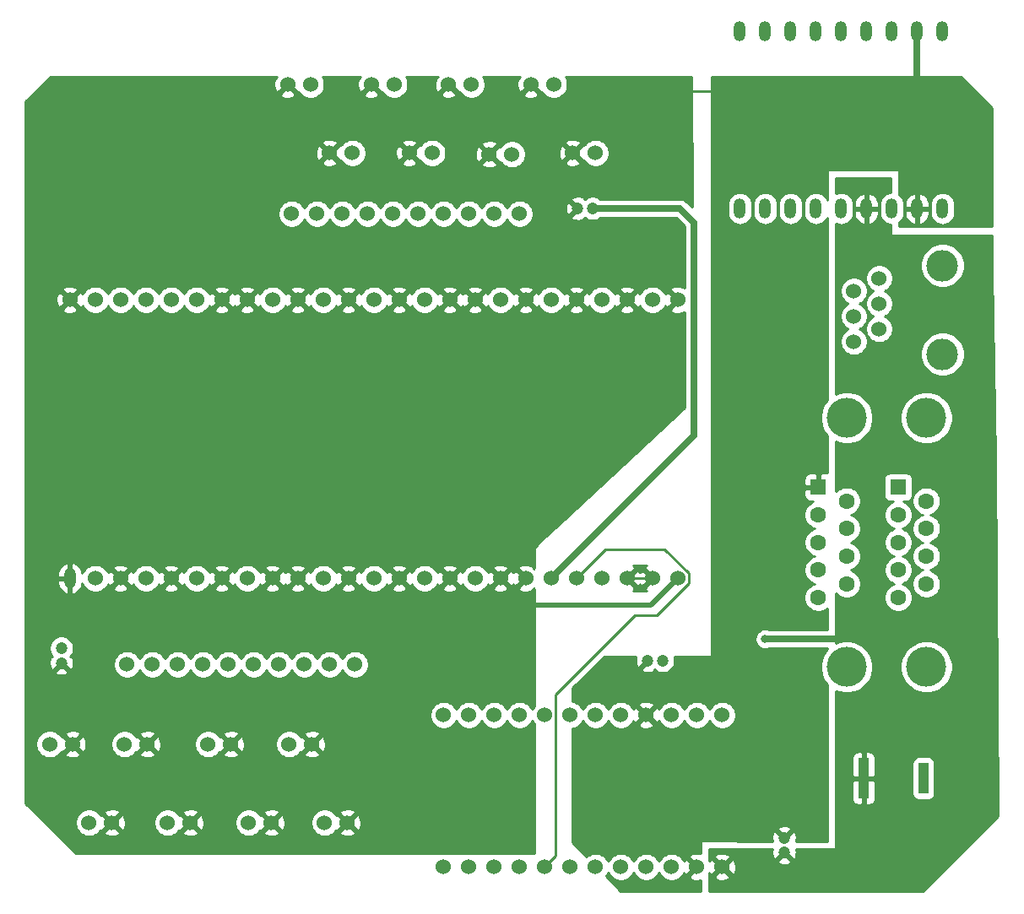
<source format=gbr>
G04 #@! TF.GenerationSoftware,KiCad,Pcbnew,5.1.2-f72e74a~84~ubuntu18.04.1*
G04 #@! TF.CreationDate,2019-06-18T14:55:53-04:00*
G04 #@! TF.ProjectId,temperature board,74656d70-6572-4617-9475-726520626f61,v01*
G04 #@! TF.SameCoordinates,Original*
G04 #@! TF.FileFunction,Copper,L2,Bot*
G04 #@! TF.FilePolarity,Positive*
%FSLAX46Y46*%
G04 Gerber Fmt 4.6, Leading zero omitted, Abs format (unit mm)*
G04 Created by KiCad (PCBNEW 5.1.2-f72e74a~84~ubuntu18.04.1) date 2019-06-18 14:55:53*
%MOMM*%
%LPD*%
G04 APERTURE LIST*
%ADD10C,1.600000*%
%ADD11C,4.000000*%
%ADD12R,1.600000X1.600000*%
%ADD13C,1.524000*%
%ADD14O,1.200000X2.000000*%
%ADD15R,1.100000X4.100000*%
%ADD16R,1.000000X3.100000*%
%ADD17C,3.175000*%
%ADD18C,1.200000*%
%ADD19C,0.800000*%
%ADD20C,0.250000*%
%ADD21C,0.635000*%
%ADD22C,0.508000*%
%ADD23C,0.254000*%
G04 APERTURE END LIST*
D10*
X181230000Y-88725000D03*
X181230000Y-91495000D03*
X184070000Y-87340000D03*
X181230000Y-85955000D03*
D11*
X184070000Y-76225000D03*
D10*
X184070000Y-84570000D03*
D12*
X181230000Y-83185000D03*
D10*
X181230000Y-94265000D03*
X184070000Y-90110000D03*
D11*
X184070000Y-101225000D03*
D10*
X184070000Y-92880000D03*
D11*
X192070000Y-76225000D03*
X192070000Y-101225000D03*
D10*
X192070000Y-92880000D03*
X192070000Y-90110000D03*
X192070000Y-87340000D03*
X192070000Y-84570000D03*
X189230000Y-94265000D03*
X189230000Y-91495000D03*
X189230000Y-88725000D03*
X189230000Y-85955000D03*
D12*
X189230000Y-83185000D03*
D13*
X106172000Y-64389000D03*
X108712000Y-64389000D03*
X111252000Y-64389000D03*
X113792000Y-64389000D03*
X116332000Y-64389000D03*
X118872000Y-64389000D03*
X121412000Y-64389000D03*
X123952000Y-64389000D03*
X126492000Y-64389000D03*
X129032000Y-64389000D03*
X131572000Y-64389000D03*
X134112000Y-64389000D03*
X136652000Y-64389000D03*
X139192000Y-64389000D03*
X141732000Y-64389000D03*
X144272000Y-64389000D03*
X146812000Y-64389000D03*
X149352000Y-64389000D03*
X151892000Y-64389000D03*
X154432000Y-64389000D03*
X156972000Y-64389000D03*
X159512000Y-64389000D03*
X162052000Y-64389000D03*
X167132000Y-64389000D03*
X164592000Y-64389000D03*
X167132000Y-92329000D03*
X164592000Y-92329000D03*
X162052000Y-92329000D03*
X159512000Y-92329000D03*
X156972000Y-92329000D03*
X154432000Y-92329000D03*
X151892000Y-92329000D03*
X149352000Y-92329000D03*
X146812000Y-92329000D03*
X144272000Y-92329000D03*
X141732000Y-92329000D03*
X139192000Y-92329000D03*
X136652000Y-92329000D03*
X134112000Y-92329000D03*
X131572000Y-92329000D03*
X129032000Y-92329000D03*
X126492000Y-92329000D03*
X123952000Y-92329000D03*
X121412000Y-92329000D03*
X118872000Y-92329000D03*
X116332000Y-92329000D03*
X113792000Y-92329000D03*
X111252000Y-92329000D03*
X108712000Y-92329000D03*
D14*
X106172000Y-92329000D03*
X173355000Y-37465000D03*
X173355000Y-55245000D03*
X175895000Y-37465000D03*
X175895000Y-55245000D03*
X178435000Y-37465000D03*
X178435000Y-55245000D03*
X180975000Y-37465000D03*
X180975000Y-55245000D03*
X183515000Y-37465000D03*
X183515000Y-55245000D03*
X186055000Y-37465000D03*
X186055000Y-55245000D03*
X188595000Y-37465000D03*
X188595000Y-55245000D03*
X191135000Y-37465000D03*
X191135000Y-55245000D03*
X193675000Y-37465000D03*
X193675000Y-55245000D03*
D15*
X185770000Y-112395000D03*
D16*
X191770000Y-112395000D03*
D13*
X106426000Y-108966000D03*
X104140000Y-108966000D03*
X156591000Y-49657000D03*
X158877000Y-49657000D03*
X171577000Y-121285000D03*
X169037000Y-121285000D03*
X166497000Y-121285000D03*
X163957000Y-121285000D03*
X161417000Y-121285000D03*
X158877000Y-121285000D03*
X156337000Y-121285000D03*
X153797000Y-121285000D03*
X151257000Y-121285000D03*
X148717000Y-121285000D03*
X146177000Y-121285000D03*
X146177000Y-106045000D03*
X148717000Y-106045000D03*
X151257000Y-106045000D03*
X153797000Y-106045000D03*
X156337000Y-106045000D03*
X158877000Y-106045000D03*
X161417000Y-106045000D03*
X163957000Y-106045000D03*
X166497000Y-106045000D03*
X169037000Y-106045000D03*
X171577000Y-106045000D03*
X143637000Y-121285000D03*
X143637000Y-106045000D03*
X140208000Y-49657000D03*
X142494000Y-49657000D03*
X134747000Y-100965000D03*
X132207000Y-100965000D03*
X129667000Y-100965000D03*
X127127000Y-100965000D03*
X124587000Y-100965000D03*
X122047000Y-100965000D03*
X119507000Y-100965000D03*
X116967000Y-100965000D03*
X114427000Y-100965000D03*
X111887000Y-100965000D03*
X128397000Y-55753000D03*
X130937000Y-55753000D03*
X133477000Y-55753000D03*
X136017000Y-55753000D03*
X138557000Y-55753000D03*
X141097000Y-55753000D03*
X143637000Y-55753000D03*
X146177000Y-55753000D03*
X148717000Y-55753000D03*
X151257000Y-55753000D03*
X118237000Y-116840000D03*
X115951000Y-116840000D03*
X110363000Y-116840000D03*
X108077000Y-116840000D03*
X122301000Y-108966000D03*
X120015000Y-108966000D03*
X132207000Y-49657000D03*
X134493000Y-49657000D03*
X148209000Y-49784000D03*
X150495000Y-49784000D03*
D17*
X193675000Y-69850000D03*
X193675000Y-60960000D03*
D13*
X187325000Y-67310000D03*
X184785000Y-68580000D03*
X184785000Y-66040000D03*
X187325000Y-64770000D03*
X184785000Y-63500000D03*
X187325000Y-62230000D03*
X133985000Y-116840000D03*
X131699000Y-116840000D03*
X130429000Y-108966000D03*
X128143000Y-108966000D03*
X126365000Y-116840000D03*
X124079000Y-116840000D03*
X113919000Y-108966000D03*
X111633000Y-108966000D03*
X128016000Y-42799000D03*
X130302000Y-42799000D03*
X136398000Y-42799000D03*
X138684000Y-42799000D03*
X144145000Y-42799000D03*
X146431000Y-42799000D03*
X152400000Y-42799000D03*
X154686000Y-42799000D03*
D18*
X177800000Y-119864000D03*
X177800000Y-118364000D03*
X165608000Y-100584000D03*
X164108000Y-100584000D03*
X157097600Y-55219600D03*
X158597600Y-55219600D03*
X105308400Y-99338000D03*
X105308400Y-100838000D03*
D19*
X175895000Y-98425000D03*
X181610000Y-108585000D03*
D20*
X162052000Y-92329000D02*
X164592000Y-92329000D01*
D21*
X175895000Y-98425000D02*
X184150000Y-98425000D01*
D20*
X172212000Y-43434000D02*
X167132000Y-43434000D01*
X180976000Y-59944000D02*
X179926000Y-59944000D01*
D22*
X167132000Y-92329000D02*
X164465000Y-94996000D01*
X164465000Y-94996000D02*
X152654000Y-94996000D01*
D21*
X191135000Y-37465000D02*
X191135000Y-37865000D01*
X191135000Y-37465000D02*
X191135000Y-42545000D01*
X168757501Y-78003499D02*
X168757501Y-56648501D01*
X154432000Y-92329000D02*
X168757501Y-78003499D01*
X167328600Y-55219600D02*
X168757501Y-56648501D01*
X158597600Y-55219600D02*
X167328600Y-55219600D01*
D20*
X154884001Y-120197999D02*
X154558999Y-120523001D01*
X154884001Y-103984237D02*
X154884001Y-120197999D01*
X154558999Y-120523001D02*
X153797000Y-121285000D01*
X162856238Y-96012000D02*
X154884001Y-103984237D01*
X159893000Y-89408000D02*
X165819762Y-89408000D01*
X165819762Y-89408000D02*
X168219001Y-91807239D01*
X168219001Y-91807239D02*
X168219001Y-92850761D01*
X156972000Y-92329000D02*
X159893000Y-89408000D01*
X168219001Y-92850761D02*
X165057762Y-96012000D01*
X165057762Y-96012000D02*
X162856238Y-96012000D01*
D23*
G36*
X188468000Y-53616533D02*
G01*
X188352899Y-53627870D01*
X188120100Y-53698489D01*
X187905552Y-53813167D01*
X187717499Y-53967498D01*
X187563168Y-54155551D01*
X187448489Y-54370099D01*
X187377870Y-54602898D01*
X187360000Y-54784335D01*
X187360000Y-55705664D01*
X187377870Y-55887101D01*
X187448489Y-56119900D01*
X187563167Y-56334448D01*
X187717498Y-56522502D01*
X187905551Y-56676833D01*
X188120099Y-56791511D01*
X188352898Y-56862130D01*
X188468000Y-56873467D01*
X188468000Y-57785000D01*
X188470440Y-57809776D01*
X188477667Y-57833601D01*
X188489403Y-57855557D01*
X188505197Y-57874803D01*
X188524443Y-57890597D01*
X188546399Y-57902333D01*
X188570224Y-57909560D01*
X188595000Y-57912000D01*
X198628000Y-57912000D01*
X198628000Y-61595000D01*
X198628018Y-61597152D01*
X198945510Y-80329170D01*
X199262534Y-116152860D01*
X191717394Y-123698000D01*
X170307000Y-123698000D01*
X170307000Y-122250565D01*
X170791040Y-122250565D01*
X170858020Y-122490656D01*
X171107048Y-122607756D01*
X171374135Y-122674023D01*
X171649017Y-122686910D01*
X171921133Y-122645922D01*
X172180023Y-122552636D01*
X172295980Y-122490656D01*
X172362960Y-122250565D01*
X171577000Y-121464605D01*
X170791040Y-122250565D01*
X170307000Y-122250565D01*
X170307000Y-121881462D01*
X170309364Y-121888023D01*
X170371344Y-122003980D01*
X170611435Y-122070960D01*
X171397395Y-121285000D01*
X171756605Y-121285000D01*
X172542565Y-122070960D01*
X172782656Y-122003980D01*
X172899756Y-121754952D01*
X172966023Y-121487865D01*
X172978910Y-121212983D01*
X172937922Y-120940867D01*
X172856090Y-120713764D01*
X177129841Y-120713764D01*
X177177148Y-120937348D01*
X177398516Y-121038237D01*
X177635313Y-121094000D01*
X177878438Y-121102495D01*
X178118549Y-121063395D01*
X178346418Y-120978202D01*
X178422852Y-120937348D01*
X178470159Y-120713764D01*
X177800000Y-120043605D01*
X177129841Y-120713764D01*
X172856090Y-120713764D01*
X172844636Y-120681977D01*
X172782656Y-120566020D01*
X172542565Y-120499040D01*
X171756605Y-121285000D01*
X171397395Y-121285000D01*
X170611435Y-120499040D01*
X170371344Y-120566020D01*
X170307515Y-120701760D01*
X170307000Y-120700517D01*
X170307000Y-120319435D01*
X170791040Y-120319435D01*
X171577000Y-121105395D01*
X172362960Y-120319435D01*
X172295980Y-120079344D01*
X172046952Y-119962244D01*
X171779865Y-119895977D01*
X171504983Y-119883090D01*
X171232867Y-119924078D01*
X170973977Y-120017364D01*
X170858020Y-120079344D01*
X170791040Y-120319435D01*
X170307000Y-120319435D01*
X170307000Y-119507000D01*
X176615288Y-119507000D01*
X176570000Y-119699313D01*
X176561505Y-119942438D01*
X176600605Y-120182549D01*
X176685798Y-120410418D01*
X176726652Y-120486852D01*
X176950236Y-120534159D01*
X177620395Y-119864000D01*
X177606253Y-119849858D01*
X177785858Y-119670253D01*
X177800000Y-119684395D01*
X177814143Y-119670253D01*
X177993748Y-119849858D01*
X177979605Y-119864000D01*
X178649764Y-120534159D01*
X178873348Y-120486852D01*
X178974237Y-120265484D01*
X179030000Y-120028687D01*
X179038495Y-119785562D01*
X178999395Y-119545451D01*
X178985019Y-119507000D01*
X182880000Y-119507000D01*
X182904776Y-119504560D01*
X182928601Y-119497333D01*
X182950557Y-119485597D01*
X182969803Y-119469803D01*
X182985597Y-119450557D01*
X182997333Y-119428601D01*
X183004560Y-119404776D01*
X183007000Y-119380000D01*
X183007000Y-114445000D01*
X184581928Y-114445000D01*
X184594188Y-114569482D01*
X184630498Y-114689180D01*
X184689463Y-114799494D01*
X184768815Y-114896185D01*
X184865506Y-114975537D01*
X184975820Y-115034502D01*
X185095518Y-115070812D01*
X185220000Y-115083072D01*
X185484250Y-115080000D01*
X185643000Y-114921250D01*
X185643000Y-112522000D01*
X185897000Y-112522000D01*
X185897000Y-114921250D01*
X186055750Y-115080000D01*
X186320000Y-115083072D01*
X186444482Y-115070812D01*
X186564180Y-115034502D01*
X186674494Y-114975537D01*
X186771185Y-114896185D01*
X186850537Y-114799494D01*
X186909502Y-114689180D01*
X186945812Y-114569482D01*
X186958072Y-114445000D01*
X186955000Y-112680750D01*
X186796250Y-112522000D01*
X185897000Y-112522000D01*
X185643000Y-112522000D01*
X184743750Y-112522000D01*
X184585000Y-112680750D01*
X184581928Y-114445000D01*
X183007000Y-114445000D01*
X183007000Y-110345000D01*
X184581928Y-110345000D01*
X184585000Y-112109250D01*
X184743750Y-112268000D01*
X185643000Y-112268000D01*
X185643000Y-109868750D01*
X185897000Y-109868750D01*
X185897000Y-112268000D01*
X186796250Y-112268000D01*
X186955000Y-112109250D01*
X186957201Y-110845000D01*
X190631928Y-110845000D01*
X190631928Y-113945000D01*
X190644188Y-114069482D01*
X190680498Y-114189180D01*
X190739463Y-114299494D01*
X190818815Y-114396185D01*
X190915506Y-114475537D01*
X191025820Y-114534502D01*
X191145518Y-114570812D01*
X191270000Y-114583072D01*
X192270000Y-114583072D01*
X192394482Y-114570812D01*
X192514180Y-114534502D01*
X192624494Y-114475537D01*
X192721185Y-114396185D01*
X192800537Y-114299494D01*
X192859502Y-114189180D01*
X192895812Y-114069482D01*
X192908072Y-113945000D01*
X192908072Y-110845000D01*
X192895812Y-110720518D01*
X192859502Y-110600820D01*
X192800537Y-110490506D01*
X192721185Y-110393815D01*
X192624494Y-110314463D01*
X192514180Y-110255498D01*
X192394482Y-110219188D01*
X192270000Y-110206928D01*
X191270000Y-110206928D01*
X191145518Y-110219188D01*
X191025820Y-110255498D01*
X190915506Y-110314463D01*
X190818815Y-110393815D01*
X190739463Y-110490506D01*
X190680498Y-110600820D01*
X190644188Y-110720518D01*
X190631928Y-110845000D01*
X186957201Y-110845000D01*
X186958072Y-110345000D01*
X186945812Y-110220518D01*
X186909502Y-110100820D01*
X186850537Y-109990506D01*
X186771185Y-109893815D01*
X186674494Y-109814463D01*
X186564180Y-109755498D01*
X186444482Y-109719188D01*
X186320000Y-109706928D01*
X186055750Y-109710000D01*
X185897000Y-109868750D01*
X185643000Y-109868750D01*
X185484250Y-109710000D01*
X185220000Y-109706928D01*
X185095518Y-109719188D01*
X184975820Y-109755498D01*
X184865506Y-109814463D01*
X184768815Y-109893815D01*
X184689463Y-109990506D01*
X184630498Y-110100820D01*
X184594188Y-110220518D01*
X184581928Y-110345000D01*
X183007000Y-110345000D01*
X183007000Y-103636795D01*
X183301399Y-103758739D01*
X183810475Y-103860000D01*
X184329525Y-103860000D01*
X184838601Y-103758739D01*
X185318141Y-103560107D01*
X185749715Y-103271738D01*
X186116738Y-102904715D01*
X186405107Y-102473141D01*
X186603739Y-101993601D01*
X186705000Y-101484525D01*
X186705000Y-100965475D01*
X189435000Y-100965475D01*
X189435000Y-101484525D01*
X189536261Y-101993601D01*
X189734893Y-102473141D01*
X190023262Y-102904715D01*
X190390285Y-103271738D01*
X190821859Y-103560107D01*
X191301399Y-103758739D01*
X191810475Y-103860000D01*
X192329525Y-103860000D01*
X192838601Y-103758739D01*
X193318141Y-103560107D01*
X193749715Y-103271738D01*
X194116738Y-102904715D01*
X194405107Y-102473141D01*
X194603739Y-101993601D01*
X194705000Y-101484525D01*
X194705000Y-100965475D01*
X194603739Y-100456399D01*
X194405107Y-99976859D01*
X194116738Y-99545285D01*
X193749715Y-99178262D01*
X193318141Y-98889893D01*
X192838601Y-98691261D01*
X192329525Y-98590000D01*
X191810475Y-98590000D01*
X191301399Y-98691261D01*
X190821859Y-98889893D01*
X190390285Y-99178262D01*
X190023262Y-99545285D01*
X189734893Y-99976859D01*
X189536261Y-100456399D01*
X189435000Y-100965475D01*
X186705000Y-100965475D01*
X186603739Y-100456399D01*
X186405107Y-99976859D01*
X186116738Y-99545285D01*
X185749715Y-99178262D01*
X185318141Y-98889893D01*
X184838601Y-98691261D01*
X184329525Y-98590000D01*
X183810475Y-98590000D01*
X183301399Y-98691261D01*
X183007000Y-98813205D01*
X183007000Y-93846396D01*
X183155241Y-93994637D01*
X183390273Y-94151680D01*
X183651426Y-94259853D01*
X183928665Y-94315000D01*
X184211335Y-94315000D01*
X184488574Y-94259853D01*
X184749727Y-94151680D01*
X184984759Y-93994637D01*
X185184637Y-93794759D01*
X185341680Y-93559727D01*
X185449853Y-93298574D01*
X185505000Y-93021335D01*
X185505000Y-92738665D01*
X185449853Y-92461426D01*
X185341680Y-92200273D01*
X185184637Y-91965241D01*
X184984759Y-91765363D01*
X184749727Y-91608320D01*
X184488574Y-91500147D01*
X184462699Y-91495000D01*
X184488574Y-91489853D01*
X184749727Y-91381680D01*
X184984759Y-91224637D01*
X185184637Y-91024759D01*
X185341680Y-90789727D01*
X185449853Y-90528574D01*
X185505000Y-90251335D01*
X185505000Y-89968665D01*
X185449853Y-89691426D01*
X185341680Y-89430273D01*
X185184637Y-89195241D01*
X184984759Y-88995363D01*
X184749727Y-88838320D01*
X184488574Y-88730147D01*
X184462699Y-88725000D01*
X184488574Y-88719853D01*
X184749727Y-88611680D01*
X184984759Y-88454637D01*
X185184637Y-88254759D01*
X185341680Y-88019727D01*
X185449853Y-87758574D01*
X185505000Y-87481335D01*
X185505000Y-87198665D01*
X185449853Y-86921426D01*
X185341680Y-86660273D01*
X185184637Y-86425241D01*
X184984759Y-86225363D01*
X184749727Y-86068320D01*
X184488574Y-85960147D01*
X184462699Y-85955000D01*
X184488574Y-85949853D01*
X184749727Y-85841680D01*
X184984759Y-85684637D01*
X185184637Y-85484759D01*
X185341680Y-85249727D01*
X185449853Y-84988574D01*
X185505000Y-84711335D01*
X185505000Y-84428665D01*
X185449853Y-84151426D01*
X185341680Y-83890273D01*
X185184637Y-83655241D01*
X184984759Y-83455363D01*
X184749727Y-83298320D01*
X184488574Y-83190147D01*
X184211335Y-83135000D01*
X183928665Y-83135000D01*
X183651426Y-83190147D01*
X183390273Y-83298320D01*
X183155241Y-83455363D01*
X183007000Y-83603604D01*
X183007000Y-82385000D01*
X187791928Y-82385000D01*
X187791928Y-83985000D01*
X187804188Y-84109482D01*
X187840498Y-84229180D01*
X187899463Y-84339494D01*
X187978815Y-84436185D01*
X188075506Y-84515537D01*
X188185820Y-84574502D01*
X188305518Y-84610812D01*
X188430000Y-84623072D01*
X188695725Y-84623072D01*
X188550273Y-84683320D01*
X188315241Y-84840363D01*
X188115363Y-85040241D01*
X187958320Y-85275273D01*
X187850147Y-85536426D01*
X187795000Y-85813665D01*
X187795000Y-86096335D01*
X187850147Y-86373574D01*
X187958320Y-86634727D01*
X188115363Y-86869759D01*
X188315241Y-87069637D01*
X188550273Y-87226680D01*
X188811426Y-87334853D01*
X188837301Y-87340000D01*
X188811426Y-87345147D01*
X188550273Y-87453320D01*
X188315241Y-87610363D01*
X188115363Y-87810241D01*
X187958320Y-88045273D01*
X187850147Y-88306426D01*
X187795000Y-88583665D01*
X187795000Y-88866335D01*
X187850147Y-89143574D01*
X187958320Y-89404727D01*
X188115363Y-89639759D01*
X188315241Y-89839637D01*
X188550273Y-89996680D01*
X188811426Y-90104853D01*
X188837301Y-90110000D01*
X188811426Y-90115147D01*
X188550273Y-90223320D01*
X188315241Y-90380363D01*
X188115363Y-90580241D01*
X187958320Y-90815273D01*
X187850147Y-91076426D01*
X187795000Y-91353665D01*
X187795000Y-91636335D01*
X187850147Y-91913574D01*
X187958320Y-92174727D01*
X188115363Y-92409759D01*
X188315241Y-92609637D01*
X188550273Y-92766680D01*
X188811426Y-92874853D01*
X188837301Y-92880000D01*
X188811426Y-92885147D01*
X188550273Y-92993320D01*
X188315241Y-93150363D01*
X188115363Y-93350241D01*
X187958320Y-93585273D01*
X187850147Y-93846426D01*
X187795000Y-94123665D01*
X187795000Y-94406335D01*
X187850147Y-94683574D01*
X187958320Y-94944727D01*
X188115363Y-95179759D01*
X188315241Y-95379637D01*
X188550273Y-95536680D01*
X188811426Y-95644853D01*
X189088665Y-95700000D01*
X189371335Y-95700000D01*
X189648574Y-95644853D01*
X189909727Y-95536680D01*
X190144759Y-95379637D01*
X190344637Y-95179759D01*
X190501680Y-94944727D01*
X190609853Y-94683574D01*
X190665000Y-94406335D01*
X190665000Y-94123665D01*
X190609853Y-93846426D01*
X190501680Y-93585273D01*
X190344637Y-93350241D01*
X190144759Y-93150363D01*
X189909727Y-92993320D01*
X189648574Y-92885147D01*
X189622699Y-92880000D01*
X189648574Y-92874853D01*
X189909727Y-92766680D01*
X190144759Y-92609637D01*
X190344637Y-92409759D01*
X190501680Y-92174727D01*
X190609853Y-91913574D01*
X190665000Y-91636335D01*
X190665000Y-91353665D01*
X190609853Y-91076426D01*
X190501680Y-90815273D01*
X190344637Y-90580241D01*
X190144759Y-90380363D01*
X189909727Y-90223320D01*
X189648574Y-90115147D01*
X189622699Y-90110000D01*
X189648574Y-90104853D01*
X189909727Y-89996680D01*
X190144759Y-89839637D01*
X190344637Y-89639759D01*
X190501680Y-89404727D01*
X190609853Y-89143574D01*
X190665000Y-88866335D01*
X190665000Y-88583665D01*
X190609853Y-88306426D01*
X190501680Y-88045273D01*
X190344637Y-87810241D01*
X190144759Y-87610363D01*
X189909727Y-87453320D01*
X189648574Y-87345147D01*
X189622699Y-87340000D01*
X189648574Y-87334853D01*
X189909727Y-87226680D01*
X190144759Y-87069637D01*
X190344637Y-86869759D01*
X190501680Y-86634727D01*
X190609853Y-86373574D01*
X190665000Y-86096335D01*
X190665000Y-85813665D01*
X190609853Y-85536426D01*
X190501680Y-85275273D01*
X190344637Y-85040241D01*
X190144759Y-84840363D01*
X189909727Y-84683320D01*
X189764275Y-84623072D01*
X190030000Y-84623072D01*
X190154482Y-84610812D01*
X190274180Y-84574502D01*
X190384494Y-84515537D01*
X190481185Y-84436185D01*
X190487356Y-84428665D01*
X190635000Y-84428665D01*
X190635000Y-84711335D01*
X190690147Y-84988574D01*
X190798320Y-85249727D01*
X190955363Y-85484759D01*
X191155241Y-85684637D01*
X191390273Y-85841680D01*
X191651426Y-85949853D01*
X191677301Y-85955000D01*
X191651426Y-85960147D01*
X191390273Y-86068320D01*
X191155241Y-86225363D01*
X190955363Y-86425241D01*
X190798320Y-86660273D01*
X190690147Y-86921426D01*
X190635000Y-87198665D01*
X190635000Y-87481335D01*
X190690147Y-87758574D01*
X190798320Y-88019727D01*
X190955363Y-88254759D01*
X191155241Y-88454637D01*
X191390273Y-88611680D01*
X191651426Y-88719853D01*
X191677301Y-88725000D01*
X191651426Y-88730147D01*
X191390273Y-88838320D01*
X191155241Y-88995363D01*
X190955363Y-89195241D01*
X190798320Y-89430273D01*
X190690147Y-89691426D01*
X190635000Y-89968665D01*
X190635000Y-90251335D01*
X190690147Y-90528574D01*
X190798320Y-90789727D01*
X190955363Y-91024759D01*
X191155241Y-91224637D01*
X191390273Y-91381680D01*
X191651426Y-91489853D01*
X191677301Y-91495000D01*
X191651426Y-91500147D01*
X191390273Y-91608320D01*
X191155241Y-91765363D01*
X190955363Y-91965241D01*
X190798320Y-92200273D01*
X190690147Y-92461426D01*
X190635000Y-92738665D01*
X190635000Y-93021335D01*
X190690147Y-93298574D01*
X190798320Y-93559727D01*
X190955363Y-93794759D01*
X191155241Y-93994637D01*
X191390273Y-94151680D01*
X191651426Y-94259853D01*
X191928665Y-94315000D01*
X192211335Y-94315000D01*
X192488574Y-94259853D01*
X192749727Y-94151680D01*
X192984759Y-93994637D01*
X193184637Y-93794759D01*
X193341680Y-93559727D01*
X193449853Y-93298574D01*
X193505000Y-93021335D01*
X193505000Y-92738665D01*
X193449853Y-92461426D01*
X193341680Y-92200273D01*
X193184637Y-91965241D01*
X192984759Y-91765363D01*
X192749727Y-91608320D01*
X192488574Y-91500147D01*
X192462699Y-91495000D01*
X192488574Y-91489853D01*
X192749727Y-91381680D01*
X192984759Y-91224637D01*
X193184637Y-91024759D01*
X193341680Y-90789727D01*
X193449853Y-90528574D01*
X193505000Y-90251335D01*
X193505000Y-89968665D01*
X193449853Y-89691426D01*
X193341680Y-89430273D01*
X193184637Y-89195241D01*
X192984759Y-88995363D01*
X192749727Y-88838320D01*
X192488574Y-88730147D01*
X192462699Y-88725000D01*
X192488574Y-88719853D01*
X192749727Y-88611680D01*
X192984759Y-88454637D01*
X193184637Y-88254759D01*
X193341680Y-88019727D01*
X193449853Y-87758574D01*
X193505000Y-87481335D01*
X193505000Y-87198665D01*
X193449853Y-86921426D01*
X193341680Y-86660273D01*
X193184637Y-86425241D01*
X192984759Y-86225363D01*
X192749727Y-86068320D01*
X192488574Y-85960147D01*
X192462699Y-85955000D01*
X192488574Y-85949853D01*
X192749727Y-85841680D01*
X192984759Y-85684637D01*
X193184637Y-85484759D01*
X193341680Y-85249727D01*
X193449853Y-84988574D01*
X193505000Y-84711335D01*
X193505000Y-84428665D01*
X193449853Y-84151426D01*
X193341680Y-83890273D01*
X193184637Y-83655241D01*
X192984759Y-83455363D01*
X192749727Y-83298320D01*
X192488574Y-83190147D01*
X192211335Y-83135000D01*
X191928665Y-83135000D01*
X191651426Y-83190147D01*
X191390273Y-83298320D01*
X191155241Y-83455363D01*
X190955363Y-83655241D01*
X190798320Y-83890273D01*
X190690147Y-84151426D01*
X190635000Y-84428665D01*
X190487356Y-84428665D01*
X190560537Y-84339494D01*
X190619502Y-84229180D01*
X190655812Y-84109482D01*
X190668072Y-83985000D01*
X190668072Y-82385000D01*
X190655812Y-82260518D01*
X190619502Y-82140820D01*
X190560537Y-82030506D01*
X190481185Y-81933815D01*
X190384494Y-81854463D01*
X190274180Y-81795498D01*
X190154482Y-81759188D01*
X190030000Y-81746928D01*
X188430000Y-81746928D01*
X188305518Y-81759188D01*
X188185820Y-81795498D01*
X188075506Y-81854463D01*
X187978815Y-81933815D01*
X187899463Y-82030506D01*
X187840498Y-82140820D01*
X187804188Y-82260518D01*
X187791928Y-82385000D01*
X183007000Y-82385000D01*
X183007000Y-78636795D01*
X183301399Y-78758739D01*
X183810475Y-78860000D01*
X184329525Y-78860000D01*
X184838601Y-78758739D01*
X185318141Y-78560107D01*
X185749715Y-78271738D01*
X186116738Y-77904715D01*
X186405107Y-77473141D01*
X186603739Y-76993601D01*
X186705000Y-76484525D01*
X186705000Y-75965475D01*
X189435000Y-75965475D01*
X189435000Y-76484525D01*
X189536261Y-76993601D01*
X189734893Y-77473141D01*
X190023262Y-77904715D01*
X190390285Y-78271738D01*
X190821859Y-78560107D01*
X191301399Y-78758739D01*
X191810475Y-78860000D01*
X192329525Y-78860000D01*
X192838601Y-78758739D01*
X193318141Y-78560107D01*
X193749715Y-78271738D01*
X194116738Y-77904715D01*
X194405107Y-77473141D01*
X194603739Y-76993601D01*
X194705000Y-76484525D01*
X194705000Y-75965475D01*
X194603739Y-75456399D01*
X194405107Y-74976859D01*
X194116738Y-74545285D01*
X193749715Y-74178262D01*
X193318141Y-73889893D01*
X192838601Y-73691261D01*
X192329525Y-73590000D01*
X191810475Y-73590000D01*
X191301399Y-73691261D01*
X190821859Y-73889893D01*
X190390285Y-74178262D01*
X190023262Y-74545285D01*
X189734893Y-74976859D01*
X189536261Y-75456399D01*
X189435000Y-75965475D01*
X186705000Y-75965475D01*
X186603739Y-75456399D01*
X186405107Y-74976859D01*
X186116738Y-74545285D01*
X185749715Y-74178262D01*
X185318141Y-73889893D01*
X184838601Y-73691261D01*
X184329525Y-73590000D01*
X183810475Y-73590000D01*
X183301399Y-73691261D01*
X183007000Y-73813205D01*
X183007000Y-63362408D01*
X183388000Y-63362408D01*
X183388000Y-63637592D01*
X183441686Y-63907490D01*
X183546995Y-64161727D01*
X183699880Y-64390535D01*
X183894465Y-64585120D01*
X184123273Y-64738005D01*
X184200515Y-64770000D01*
X184123273Y-64801995D01*
X183894465Y-64954880D01*
X183699880Y-65149465D01*
X183546995Y-65378273D01*
X183441686Y-65632510D01*
X183388000Y-65902408D01*
X183388000Y-66177592D01*
X183441686Y-66447490D01*
X183546995Y-66701727D01*
X183699880Y-66930535D01*
X183894465Y-67125120D01*
X184123273Y-67278005D01*
X184200515Y-67310000D01*
X184123273Y-67341995D01*
X183894465Y-67494880D01*
X183699880Y-67689465D01*
X183546995Y-67918273D01*
X183441686Y-68172510D01*
X183388000Y-68442408D01*
X183388000Y-68717592D01*
X183441686Y-68987490D01*
X183546995Y-69241727D01*
X183699880Y-69470535D01*
X183894465Y-69665120D01*
X184123273Y-69818005D01*
X184377510Y-69923314D01*
X184647408Y-69977000D01*
X184922592Y-69977000D01*
X185192490Y-69923314D01*
X185446727Y-69818005D01*
X185675535Y-69665120D01*
X185709552Y-69631103D01*
X191452500Y-69631103D01*
X191452500Y-70068897D01*
X191537909Y-70498279D01*
X191705446Y-70902749D01*
X191948671Y-71266761D01*
X192258239Y-71576329D01*
X192622251Y-71819554D01*
X193026721Y-71987091D01*
X193456103Y-72072500D01*
X193893897Y-72072500D01*
X194323279Y-71987091D01*
X194727749Y-71819554D01*
X195091761Y-71576329D01*
X195401329Y-71266761D01*
X195644554Y-70902749D01*
X195812091Y-70498279D01*
X195897500Y-70068897D01*
X195897500Y-69631103D01*
X195812091Y-69201721D01*
X195644554Y-68797251D01*
X195401329Y-68433239D01*
X195091761Y-68123671D01*
X194727749Y-67880446D01*
X194323279Y-67712909D01*
X193893897Y-67627500D01*
X193456103Y-67627500D01*
X193026721Y-67712909D01*
X192622251Y-67880446D01*
X192258239Y-68123671D01*
X191948671Y-68433239D01*
X191705446Y-68797251D01*
X191537909Y-69201721D01*
X191452500Y-69631103D01*
X185709552Y-69631103D01*
X185870120Y-69470535D01*
X186023005Y-69241727D01*
X186128314Y-68987490D01*
X186182000Y-68717592D01*
X186182000Y-68442408D01*
X186128314Y-68172510D01*
X186023005Y-67918273D01*
X185870120Y-67689465D01*
X185675535Y-67494880D01*
X185446727Y-67341995D01*
X185369485Y-67310000D01*
X185446727Y-67278005D01*
X185675535Y-67125120D01*
X185870120Y-66930535D01*
X186023005Y-66701727D01*
X186128314Y-66447490D01*
X186182000Y-66177592D01*
X186182000Y-65902408D01*
X186128314Y-65632510D01*
X186023005Y-65378273D01*
X185870120Y-65149465D01*
X185675535Y-64954880D01*
X185446727Y-64801995D01*
X185369485Y-64770000D01*
X185446727Y-64738005D01*
X185675535Y-64585120D01*
X185870120Y-64390535D01*
X186023005Y-64161727D01*
X186128314Y-63907490D01*
X186182000Y-63637592D01*
X186182000Y-63362408D01*
X186128314Y-63092510D01*
X186023005Y-62838273D01*
X185870120Y-62609465D01*
X185675535Y-62414880D01*
X185446727Y-62261995D01*
X185192490Y-62156686D01*
X184922592Y-62103000D01*
X184647408Y-62103000D01*
X184377510Y-62156686D01*
X184123273Y-62261995D01*
X183894465Y-62414880D01*
X183699880Y-62609465D01*
X183546995Y-62838273D01*
X183441686Y-63092510D01*
X183388000Y-63362408D01*
X183007000Y-63362408D01*
X183007000Y-62092408D01*
X185928000Y-62092408D01*
X185928000Y-62367592D01*
X185981686Y-62637490D01*
X186086995Y-62891727D01*
X186239880Y-63120535D01*
X186434465Y-63315120D01*
X186663273Y-63468005D01*
X186740515Y-63500000D01*
X186663273Y-63531995D01*
X186434465Y-63684880D01*
X186239880Y-63879465D01*
X186086995Y-64108273D01*
X185981686Y-64362510D01*
X185928000Y-64632408D01*
X185928000Y-64907592D01*
X185981686Y-65177490D01*
X186086995Y-65431727D01*
X186239880Y-65660535D01*
X186434465Y-65855120D01*
X186663273Y-66008005D01*
X186740515Y-66040000D01*
X186663273Y-66071995D01*
X186434465Y-66224880D01*
X186239880Y-66419465D01*
X186086995Y-66648273D01*
X185981686Y-66902510D01*
X185928000Y-67172408D01*
X185928000Y-67447592D01*
X185981686Y-67717490D01*
X186086995Y-67971727D01*
X186239880Y-68200535D01*
X186434465Y-68395120D01*
X186663273Y-68548005D01*
X186917510Y-68653314D01*
X187187408Y-68707000D01*
X187462592Y-68707000D01*
X187732490Y-68653314D01*
X187986727Y-68548005D01*
X188215535Y-68395120D01*
X188410120Y-68200535D01*
X188563005Y-67971727D01*
X188668314Y-67717490D01*
X188722000Y-67447592D01*
X188722000Y-67172408D01*
X188668314Y-66902510D01*
X188563005Y-66648273D01*
X188410120Y-66419465D01*
X188215535Y-66224880D01*
X187986727Y-66071995D01*
X187909485Y-66040000D01*
X187986727Y-66008005D01*
X188215535Y-65855120D01*
X188410120Y-65660535D01*
X188563005Y-65431727D01*
X188668314Y-65177490D01*
X188722000Y-64907592D01*
X188722000Y-64632408D01*
X188668314Y-64362510D01*
X188563005Y-64108273D01*
X188410120Y-63879465D01*
X188215535Y-63684880D01*
X187986727Y-63531995D01*
X187909485Y-63500000D01*
X187986727Y-63468005D01*
X188215535Y-63315120D01*
X188410120Y-63120535D01*
X188563005Y-62891727D01*
X188668314Y-62637490D01*
X188722000Y-62367592D01*
X188722000Y-62092408D01*
X188668314Y-61822510D01*
X188563005Y-61568273D01*
X188410120Y-61339465D01*
X188215535Y-61144880D01*
X187986727Y-60991995D01*
X187732490Y-60886686D01*
X187462592Y-60833000D01*
X187187408Y-60833000D01*
X186917510Y-60886686D01*
X186663273Y-60991995D01*
X186434465Y-61144880D01*
X186239880Y-61339465D01*
X186086995Y-61568273D01*
X185981686Y-61822510D01*
X185928000Y-62092408D01*
X183007000Y-62092408D01*
X183007000Y-60741103D01*
X191452500Y-60741103D01*
X191452500Y-61178897D01*
X191537909Y-61608279D01*
X191705446Y-62012749D01*
X191948671Y-62376761D01*
X192258239Y-62686329D01*
X192622251Y-62929554D01*
X193026721Y-63097091D01*
X193456103Y-63182500D01*
X193893897Y-63182500D01*
X194323279Y-63097091D01*
X194727749Y-62929554D01*
X195091761Y-62686329D01*
X195401329Y-62376761D01*
X195644554Y-62012749D01*
X195812091Y-61608279D01*
X195897500Y-61178897D01*
X195897500Y-60741103D01*
X195812091Y-60311721D01*
X195644554Y-59907251D01*
X195401329Y-59543239D01*
X195091761Y-59233671D01*
X194727749Y-58990446D01*
X194323279Y-58822909D01*
X193893897Y-58737500D01*
X193456103Y-58737500D01*
X193026721Y-58822909D01*
X192622251Y-58990446D01*
X192258239Y-59233671D01*
X191948671Y-59543239D01*
X191705446Y-59907251D01*
X191537909Y-60311721D01*
X191452500Y-60741103D01*
X183007000Y-60741103D01*
X183007000Y-56773819D01*
X183040099Y-56791511D01*
X183272898Y-56862130D01*
X183515000Y-56885975D01*
X183757101Y-56862130D01*
X183989900Y-56791511D01*
X184204448Y-56676833D01*
X184392502Y-56522502D01*
X184546833Y-56334449D01*
X184661511Y-56119901D01*
X184732130Y-55887102D01*
X184750000Y-55705665D01*
X184750000Y-55372000D01*
X184820000Y-55372000D01*
X184820000Y-55772000D01*
X184868507Y-56010496D01*
X184962610Y-56234946D01*
X185098693Y-56436725D01*
X185271526Y-56608078D01*
X185474467Y-56742421D01*
X185699718Y-56834591D01*
X185737391Y-56838462D01*
X185928000Y-56713731D01*
X185928000Y-55372000D01*
X186182000Y-55372000D01*
X186182000Y-56713731D01*
X186372609Y-56838462D01*
X186410282Y-56834591D01*
X186635533Y-56742421D01*
X186838474Y-56608078D01*
X187011307Y-56436725D01*
X187147390Y-56234946D01*
X187241493Y-56010496D01*
X187290000Y-55772000D01*
X187290000Y-55372000D01*
X186182000Y-55372000D01*
X185928000Y-55372000D01*
X184820000Y-55372000D01*
X184750000Y-55372000D01*
X184750000Y-54784336D01*
X184743467Y-54718000D01*
X184820000Y-54718000D01*
X184820000Y-55118000D01*
X185928000Y-55118000D01*
X185928000Y-53776269D01*
X186182000Y-53776269D01*
X186182000Y-55118000D01*
X187290000Y-55118000D01*
X187290000Y-54718000D01*
X187241493Y-54479504D01*
X187147390Y-54255054D01*
X187011307Y-54053275D01*
X186838474Y-53881922D01*
X186635533Y-53747579D01*
X186410282Y-53655409D01*
X186372609Y-53651538D01*
X186182000Y-53776269D01*
X185928000Y-53776269D01*
X185737391Y-53651538D01*
X185699718Y-53655409D01*
X185474467Y-53747579D01*
X185271526Y-53881922D01*
X185098693Y-54053275D01*
X184962610Y-54255054D01*
X184868507Y-54479504D01*
X184820000Y-54718000D01*
X184743467Y-54718000D01*
X184732130Y-54602899D01*
X184661511Y-54370099D01*
X184546833Y-54155551D01*
X184392502Y-53967498D01*
X184204449Y-53813167D01*
X183989901Y-53698489D01*
X183757102Y-53627870D01*
X183515000Y-53604025D01*
X183272899Y-53627870D01*
X183040100Y-53698489D01*
X183007000Y-53716181D01*
X183007000Y-52197000D01*
X188468000Y-52197000D01*
X188468000Y-53616533D01*
X188468000Y-53616533D01*
G37*
X188468000Y-53616533D02*
X188352899Y-53627870D01*
X188120100Y-53698489D01*
X187905552Y-53813167D01*
X187717499Y-53967498D01*
X187563168Y-54155551D01*
X187448489Y-54370099D01*
X187377870Y-54602898D01*
X187360000Y-54784335D01*
X187360000Y-55705664D01*
X187377870Y-55887101D01*
X187448489Y-56119900D01*
X187563167Y-56334448D01*
X187717498Y-56522502D01*
X187905551Y-56676833D01*
X188120099Y-56791511D01*
X188352898Y-56862130D01*
X188468000Y-56873467D01*
X188468000Y-57785000D01*
X188470440Y-57809776D01*
X188477667Y-57833601D01*
X188489403Y-57855557D01*
X188505197Y-57874803D01*
X188524443Y-57890597D01*
X188546399Y-57902333D01*
X188570224Y-57909560D01*
X188595000Y-57912000D01*
X198628000Y-57912000D01*
X198628000Y-61595000D01*
X198628018Y-61597152D01*
X198945510Y-80329170D01*
X199262534Y-116152860D01*
X191717394Y-123698000D01*
X170307000Y-123698000D01*
X170307000Y-122250565D01*
X170791040Y-122250565D01*
X170858020Y-122490656D01*
X171107048Y-122607756D01*
X171374135Y-122674023D01*
X171649017Y-122686910D01*
X171921133Y-122645922D01*
X172180023Y-122552636D01*
X172295980Y-122490656D01*
X172362960Y-122250565D01*
X171577000Y-121464605D01*
X170791040Y-122250565D01*
X170307000Y-122250565D01*
X170307000Y-121881462D01*
X170309364Y-121888023D01*
X170371344Y-122003980D01*
X170611435Y-122070960D01*
X171397395Y-121285000D01*
X171756605Y-121285000D01*
X172542565Y-122070960D01*
X172782656Y-122003980D01*
X172899756Y-121754952D01*
X172966023Y-121487865D01*
X172978910Y-121212983D01*
X172937922Y-120940867D01*
X172856090Y-120713764D01*
X177129841Y-120713764D01*
X177177148Y-120937348D01*
X177398516Y-121038237D01*
X177635313Y-121094000D01*
X177878438Y-121102495D01*
X178118549Y-121063395D01*
X178346418Y-120978202D01*
X178422852Y-120937348D01*
X178470159Y-120713764D01*
X177800000Y-120043605D01*
X177129841Y-120713764D01*
X172856090Y-120713764D01*
X172844636Y-120681977D01*
X172782656Y-120566020D01*
X172542565Y-120499040D01*
X171756605Y-121285000D01*
X171397395Y-121285000D01*
X170611435Y-120499040D01*
X170371344Y-120566020D01*
X170307515Y-120701760D01*
X170307000Y-120700517D01*
X170307000Y-120319435D01*
X170791040Y-120319435D01*
X171577000Y-121105395D01*
X172362960Y-120319435D01*
X172295980Y-120079344D01*
X172046952Y-119962244D01*
X171779865Y-119895977D01*
X171504983Y-119883090D01*
X171232867Y-119924078D01*
X170973977Y-120017364D01*
X170858020Y-120079344D01*
X170791040Y-120319435D01*
X170307000Y-120319435D01*
X170307000Y-119507000D01*
X176615288Y-119507000D01*
X176570000Y-119699313D01*
X176561505Y-119942438D01*
X176600605Y-120182549D01*
X176685798Y-120410418D01*
X176726652Y-120486852D01*
X176950236Y-120534159D01*
X177620395Y-119864000D01*
X177606253Y-119849858D01*
X177785858Y-119670253D01*
X177800000Y-119684395D01*
X177814143Y-119670253D01*
X177993748Y-119849858D01*
X177979605Y-119864000D01*
X178649764Y-120534159D01*
X178873348Y-120486852D01*
X178974237Y-120265484D01*
X179030000Y-120028687D01*
X179038495Y-119785562D01*
X178999395Y-119545451D01*
X178985019Y-119507000D01*
X182880000Y-119507000D01*
X182904776Y-119504560D01*
X182928601Y-119497333D01*
X182950557Y-119485597D01*
X182969803Y-119469803D01*
X182985597Y-119450557D01*
X182997333Y-119428601D01*
X183004560Y-119404776D01*
X183007000Y-119380000D01*
X183007000Y-114445000D01*
X184581928Y-114445000D01*
X184594188Y-114569482D01*
X184630498Y-114689180D01*
X184689463Y-114799494D01*
X184768815Y-114896185D01*
X184865506Y-114975537D01*
X184975820Y-115034502D01*
X185095518Y-115070812D01*
X185220000Y-115083072D01*
X185484250Y-115080000D01*
X185643000Y-114921250D01*
X185643000Y-112522000D01*
X185897000Y-112522000D01*
X185897000Y-114921250D01*
X186055750Y-115080000D01*
X186320000Y-115083072D01*
X186444482Y-115070812D01*
X186564180Y-115034502D01*
X186674494Y-114975537D01*
X186771185Y-114896185D01*
X186850537Y-114799494D01*
X186909502Y-114689180D01*
X186945812Y-114569482D01*
X186958072Y-114445000D01*
X186955000Y-112680750D01*
X186796250Y-112522000D01*
X185897000Y-112522000D01*
X185643000Y-112522000D01*
X184743750Y-112522000D01*
X184585000Y-112680750D01*
X184581928Y-114445000D01*
X183007000Y-114445000D01*
X183007000Y-110345000D01*
X184581928Y-110345000D01*
X184585000Y-112109250D01*
X184743750Y-112268000D01*
X185643000Y-112268000D01*
X185643000Y-109868750D01*
X185897000Y-109868750D01*
X185897000Y-112268000D01*
X186796250Y-112268000D01*
X186955000Y-112109250D01*
X186957201Y-110845000D01*
X190631928Y-110845000D01*
X190631928Y-113945000D01*
X190644188Y-114069482D01*
X190680498Y-114189180D01*
X190739463Y-114299494D01*
X190818815Y-114396185D01*
X190915506Y-114475537D01*
X191025820Y-114534502D01*
X191145518Y-114570812D01*
X191270000Y-114583072D01*
X192270000Y-114583072D01*
X192394482Y-114570812D01*
X192514180Y-114534502D01*
X192624494Y-114475537D01*
X192721185Y-114396185D01*
X192800537Y-114299494D01*
X192859502Y-114189180D01*
X192895812Y-114069482D01*
X192908072Y-113945000D01*
X192908072Y-110845000D01*
X192895812Y-110720518D01*
X192859502Y-110600820D01*
X192800537Y-110490506D01*
X192721185Y-110393815D01*
X192624494Y-110314463D01*
X192514180Y-110255498D01*
X192394482Y-110219188D01*
X192270000Y-110206928D01*
X191270000Y-110206928D01*
X191145518Y-110219188D01*
X191025820Y-110255498D01*
X190915506Y-110314463D01*
X190818815Y-110393815D01*
X190739463Y-110490506D01*
X190680498Y-110600820D01*
X190644188Y-110720518D01*
X190631928Y-110845000D01*
X186957201Y-110845000D01*
X186958072Y-110345000D01*
X186945812Y-110220518D01*
X186909502Y-110100820D01*
X186850537Y-109990506D01*
X186771185Y-109893815D01*
X186674494Y-109814463D01*
X186564180Y-109755498D01*
X186444482Y-109719188D01*
X186320000Y-109706928D01*
X186055750Y-109710000D01*
X185897000Y-109868750D01*
X185643000Y-109868750D01*
X185484250Y-109710000D01*
X185220000Y-109706928D01*
X185095518Y-109719188D01*
X184975820Y-109755498D01*
X184865506Y-109814463D01*
X184768815Y-109893815D01*
X184689463Y-109990506D01*
X184630498Y-110100820D01*
X184594188Y-110220518D01*
X184581928Y-110345000D01*
X183007000Y-110345000D01*
X183007000Y-103636795D01*
X183301399Y-103758739D01*
X183810475Y-103860000D01*
X184329525Y-103860000D01*
X184838601Y-103758739D01*
X185318141Y-103560107D01*
X185749715Y-103271738D01*
X186116738Y-102904715D01*
X186405107Y-102473141D01*
X186603739Y-101993601D01*
X186705000Y-101484525D01*
X186705000Y-100965475D01*
X189435000Y-100965475D01*
X189435000Y-101484525D01*
X189536261Y-101993601D01*
X189734893Y-102473141D01*
X190023262Y-102904715D01*
X190390285Y-103271738D01*
X190821859Y-103560107D01*
X191301399Y-103758739D01*
X191810475Y-103860000D01*
X192329525Y-103860000D01*
X192838601Y-103758739D01*
X193318141Y-103560107D01*
X193749715Y-103271738D01*
X194116738Y-102904715D01*
X194405107Y-102473141D01*
X194603739Y-101993601D01*
X194705000Y-101484525D01*
X194705000Y-100965475D01*
X194603739Y-100456399D01*
X194405107Y-99976859D01*
X194116738Y-99545285D01*
X193749715Y-99178262D01*
X193318141Y-98889893D01*
X192838601Y-98691261D01*
X192329525Y-98590000D01*
X191810475Y-98590000D01*
X191301399Y-98691261D01*
X190821859Y-98889893D01*
X190390285Y-99178262D01*
X190023262Y-99545285D01*
X189734893Y-99976859D01*
X189536261Y-100456399D01*
X189435000Y-100965475D01*
X186705000Y-100965475D01*
X186603739Y-100456399D01*
X186405107Y-99976859D01*
X186116738Y-99545285D01*
X185749715Y-99178262D01*
X185318141Y-98889893D01*
X184838601Y-98691261D01*
X184329525Y-98590000D01*
X183810475Y-98590000D01*
X183301399Y-98691261D01*
X183007000Y-98813205D01*
X183007000Y-93846396D01*
X183155241Y-93994637D01*
X183390273Y-94151680D01*
X183651426Y-94259853D01*
X183928665Y-94315000D01*
X184211335Y-94315000D01*
X184488574Y-94259853D01*
X184749727Y-94151680D01*
X184984759Y-93994637D01*
X185184637Y-93794759D01*
X185341680Y-93559727D01*
X185449853Y-93298574D01*
X185505000Y-93021335D01*
X185505000Y-92738665D01*
X185449853Y-92461426D01*
X185341680Y-92200273D01*
X185184637Y-91965241D01*
X184984759Y-91765363D01*
X184749727Y-91608320D01*
X184488574Y-91500147D01*
X184462699Y-91495000D01*
X184488574Y-91489853D01*
X184749727Y-91381680D01*
X184984759Y-91224637D01*
X185184637Y-91024759D01*
X185341680Y-90789727D01*
X185449853Y-90528574D01*
X185505000Y-90251335D01*
X185505000Y-89968665D01*
X185449853Y-89691426D01*
X185341680Y-89430273D01*
X185184637Y-89195241D01*
X184984759Y-88995363D01*
X184749727Y-88838320D01*
X184488574Y-88730147D01*
X184462699Y-88725000D01*
X184488574Y-88719853D01*
X184749727Y-88611680D01*
X184984759Y-88454637D01*
X185184637Y-88254759D01*
X185341680Y-88019727D01*
X185449853Y-87758574D01*
X185505000Y-87481335D01*
X185505000Y-87198665D01*
X185449853Y-86921426D01*
X185341680Y-86660273D01*
X185184637Y-86425241D01*
X184984759Y-86225363D01*
X184749727Y-86068320D01*
X184488574Y-85960147D01*
X184462699Y-85955000D01*
X184488574Y-85949853D01*
X184749727Y-85841680D01*
X184984759Y-85684637D01*
X185184637Y-85484759D01*
X185341680Y-85249727D01*
X185449853Y-84988574D01*
X185505000Y-84711335D01*
X185505000Y-84428665D01*
X185449853Y-84151426D01*
X185341680Y-83890273D01*
X185184637Y-83655241D01*
X184984759Y-83455363D01*
X184749727Y-83298320D01*
X184488574Y-83190147D01*
X184211335Y-83135000D01*
X183928665Y-83135000D01*
X183651426Y-83190147D01*
X183390273Y-83298320D01*
X183155241Y-83455363D01*
X183007000Y-83603604D01*
X183007000Y-82385000D01*
X187791928Y-82385000D01*
X187791928Y-83985000D01*
X187804188Y-84109482D01*
X187840498Y-84229180D01*
X187899463Y-84339494D01*
X187978815Y-84436185D01*
X188075506Y-84515537D01*
X188185820Y-84574502D01*
X188305518Y-84610812D01*
X188430000Y-84623072D01*
X188695725Y-84623072D01*
X188550273Y-84683320D01*
X188315241Y-84840363D01*
X188115363Y-85040241D01*
X187958320Y-85275273D01*
X187850147Y-85536426D01*
X187795000Y-85813665D01*
X187795000Y-86096335D01*
X187850147Y-86373574D01*
X187958320Y-86634727D01*
X188115363Y-86869759D01*
X188315241Y-87069637D01*
X188550273Y-87226680D01*
X188811426Y-87334853D01*
X188837301Y-87340000D01*
X188811426Y-87345147D01*
X188550273Y-87453320D01*
X188315241Y-87610363D01*
X188115363Y-87810241D01*
X187958320Y-88045273D01*
X187850147Y-88306426D01*
X187795000Y-88583665D01*
X187795000Y-88866335D01*
X187850147Y-89143574D01*
X187958320Y-89404727D01*
X188115363Y-89639759D01*
X188315241Y-89839637D01*
X188550273Y-89996680D01*
X188811426Y-90104853D01*
X188837301Y-90110000D01*
X188811426Y-90115147D01*
X188550273Y-90223320D01*
X188315241Y-90380363D01*
X188115363Y-90580241D01*
X187958320Y-90815273D01*
X187850147Y-91076426D01*
X187795000Y-91353665D01*
X187795000Y-91636335D01*
X187850147Y-91913574D01*
X187958320Y-92174727D01*
X188115363Y-92409759D01*
X188315241Y-92609637D01*
X188550273Y-92766680D01*
X188811426Y-92874853D01*
X188837301Y-92880000D01*
X188811426Y-92885147D01*
X188550273Y-92993320D01*
X188315241Y-93150363D01*
X188115363Y-93350241D01*
X187958320Y-93585273D01*
X187850147Y-93846426D01*
X187795000Y-94123665D01*
X187795000Y-94406335D01*
X187850147Y-94683574D01*
X187958320Y-94944727D01*
X188115363Y-95179759D01*
X188315241Y-95379637D01*
X188550273Y-95536680D01*
X188811426Y-95644853D01*
X189088665Y-95700000D01*
X189371335Y-95700000D01*
X189648574Y-95644853D01*
X189909727Y-95536680D01*
X190144759Y-95379637D01*
X190344637Y-95179759D01*
X190501680Y-94944727D01*
X190609853Y-94683574D01*
X190665000Y-94406335D01*
X190665000Y-94123665D01*
X190609853Y-93846426D01*
X190501680Y-93585273D01*
X190344637Y-93350241D01*
X190144759Y-93150363D01*
X189909727Y-92993320D01*
X189648574Y-92885147D01*
X189622699Y-92880000D01*
X189648574Y-92874853D01*
X189909727Y-92766680D01*
X190144759Y-92609637D01*
X190344637Y-92409759D01*
X190501680Y-92174727D01*
X190609853Y-91913574D01*
X190665000Y-91636335D01*
X190665000Y-91353665D01*
X190609853Y-91076426D01*
X190501680Y-90815273D01*
X190344637Y-90580241D01*
X190144759Y-90380363D01*
X189909727Y-90223320D01*
X189648574Y-90115147D01*
X189622699Y-90110000D01*
X189648574Y-90104853D01*
X189909727Y-89996680D01*
X190144759Y-89839637D01*
X190344637Y-89639759D01*
X190501680Y-89404727D01*
X190609853Y-89143574D01*
X190665000Y-88866335D01*
X190665000Y-88583665D01*
X190609853Y-88306426D01*
X190501680Y-88045273D01*
X190344637Y-87810241D01*
X190144759Y-87610363D01*
X189909727Y-87453320D01*
X189648574Y-87345147D01*
X189622699Y-87340000D01*
X189648574Y-87334853D01*
X189909727Y-87226680D01*
X190144759Y-87069637D01*
X190344637Y-86869759D01*
X190501680Y-86634727D01*
X190609853Y-86373574D01*
X190665000Y-86096335D01*
X190665000Y-85813665D01*
X190609853Y-85536426D01*
X190501680Y-85275273D01*
X190344637Y-85040241D01*
X190144759Y-84840363D01*
X189909727Y-84683320D01*
X189764275Y-84623072D01*
X190030000Y-84623072D01*
X190154482Y-84610812D01*
X190274180Y-84574502D01*
X190384494Y-84515537D01*
X190481185Y-84436185D01*
X190487356Y-84428665D01*
X190635000Y-84428665D01*
X190635000Y-84711335D01*
X190690147Y-84988574D01*
X190798320Y-85249727D01*
X190955363Y-85484759D01*
X191155241Y-85684637D01*
X191390273Y-85841680D01*
X191651426Y-85949853D01*
X191677301Y-85955000D01*
X191651426Y-85960147D01*
X191390273Y-86068320D01*
X191155241Y-86225363D01*
X190955363Y-86425241D01*
X190798320Y-86660273D01*
X190690147Y-86921426D01*
X190635000Y-87198665D01*
X190635000Y-87481335D01*
X190690147Y-87758574D01*
X190798320Y-88019727D01*
X190955363Y-88254759D01*
X191155241Y-88454637D01*
X191390273Y-88611680D01*
X191651426Y-88719853D01*
X191677301Y-88725000D01*
X191651426Y-88730147D01*
X191390273Y-88838320D01*
X191155241Y-88995363D01*
X190955363Y-89195241D01*
X190798320Y-89430273D01*
X190690147Y-89691426D01*
X190635000Y-89968665D01*
X190635000Y-90251335D01*
X190690147Y-90528574D01*
X190798320Y-90789727D01*
X190955363Y-91024759D01*
X191155241Y-91224637D01*
X191390273Y-91381680D01*
X191651426Y-91489853D01*
X191677301Y-91495000D01*
X191651426Y-91500147D01*
X191390273Y-91608320D01*
X191155241Y-91765363D01*
X190955363Y-91965241D01*
X190798320Y-92200273D01*
X190690147Y-92461426D01*
X190635000Y-92738665D01*
X190635000Y-93021335D01*
X190690147Y-93298574D01*
X190798320Y-93559727D01*
X190955363Y-93794759D01*
X191155241Y-93994637D01*
X191390273Y-94151680D01*
X191651426Y-94259853D01*
X191928665Y-94315000D01*
X192211335Y-94315000D01*
X192488574Y-94259853D01*
X192749727Y-94151680D01*
X192984759Y-93994637D01*
X193184637Y-93794759D01*
X193341680Y-93559727D01*
X193449853Y-93298574D01*
X193505000Y-93021335D01*
X193505000Y-92738665D01*
X193449853Y-92461426D01*
X193341680Y-92200273D01*
X193184637Y-91965241D01*
X192984759Y-91765363D01*
X192749727Y-91608320D01*
X192488574Y-91500147D01*
X192462699Y-91495000D01*
X192488574Y-91489853D01*
X192749727Y-91381680D01*
X192984759Y-91224637D01*
X193184637Y-91024759D01*
X193341680Y-90789727D01*
X193449853Y-90528574D01*
X193505000Y-90251335D01*
X193505000Y-89968665D01*
X193449853Y-89691426D01*
X193341680Y-89430273D01*
X193184637Y-89195241D01*
X192984759Y-88995363D01*
X192749727Y-88838320D01*
X192488574Y-88730147D01*
X192462699Y-88725000D01*
X192488574Y-88719853D01*
X192749727Y-88611680D01*
X192984759Y-88454637D01*
X193184637Y-88254759D01*
X193341680Y-88019727D01*
X193449853Y-87758574D01*
X193505000Y-87481335D01*
X193505000Y-87198665D01*
X193449853Y-86921426D01*
X193341680Y-86660273D01*
X193184637Y-86425241D01*
X192984759Y-86225363D01*
X192749727Y-86068320D01*
X192488574Y-85960147D01*
X192462699Y-85955000D01*
X192488574Y-85949853D01*
X192749727Y-85841680D01*
X192984759Y-85684637D01*
X193184637Y-85484759D01*
X193341680Y-85249727D01*
X193449853Y-84988574D01*
X193505000Y-84711335D01*
X193505000Y-84428665D01*
X193449853Y-84151426D01*
X193341680Y-83890273D01*
X193184637Y-83655241D01*
X192984759Y-83455363D01*
X192749727Y-83298320D01*
X192488574Y-83190147D01*
X192211335Y-83135000D01*
X191928665Y-83135000D01*
X191651426Y-83190147D01*
X191390273Y-83298320D01*
X191155241Y-83455363D01*
X190955363Y-83655241D01*
X190798320Y-83890273D01*
X190690147Y-84151426D01*
X190635000Y-84428665D01*
X190487356Y-84428665D01*
X190560537Y-84339494D01*
X190619502Y-84229180D01*
X190655812Y-84109482D01*
X190668072Y-83985000D01*
X190668072Y-82385000D01*
X190655812Y-82260518D01*
X190619502Y-82140820D01*
X190560537Y-82030506D01*
X190481185Y-81933815D01*
X190384494Y-81854463D01*
X190274180Y-81795498D01*
X190154482Y-81759188D01*
X190030000Y-81746928D01*
X188430000Y-81746928D01*
X188305518Y-81759188D01*
X188185820Y-81795498D01*
X188075506Y-81854463D01*
X187978815Y-81933815D01*
X187899463Y-82030506D01*
X187840498Y-82140820D01*
X187804188Y-82260518D01*
X187791928Y-82385000D01*
X183007000Y-82385000D01*
X183007000Y-78636795D01*
X183301399Y-78758739D01*
X183810475Y-78860000D01*
X184329525Y-78860000D01*
X184838601Y-78758739D01*
X185318141Y-78560107D01*
X185749715Y-78271738D01*
X186116738Y-77904715D01*
X186405107Y-77473141D01*
X186603739Y-76993601D01*
X186705000Y-76484525D01*
X186705000Y-75965475D01*
X189435000Y-75965475D01*
X189435000Y-76484525D01*
X189536261Y-76993601D01*
X189734893Y-77473141D01*
X190023262Y-77904715D01*
X190390285Y-78271738D01*
X190821859Y-78560107D01*
X191301399Y-78758739D01*
X191810475Y-78860000D01*
X192329525Y-78860000D01*
X192838601Y-78758739D01*
X193318141Y-78560107D01*
X193749715Y-78271738D01*
X194116738Y-77904715D01*
X194405107Y-77473141D01*
X194603739Y-76993601D01*
X194705000Y-76484525D01*
X194705000Y-75965475D01*
X194603739Y-75456399D01*
X194405107Y-74976859D01*
X194116738Y-74545285D01*
X193749715Y-74178262D01*
X193318141Y-73889893D01*
X192838601Y-73691261D01*
X192329525Y-73590000D01*
X191810475Y-73590000D01*
X191301399Y-73691261D01*
X190821859Y-73889893D01*
X190390285Y-74178262D01*
X190023262Y-74545285D01*
X189734893Y-74976859D01*
X189536261Y-75456399D01*
X189435000Y-75965475D01*
X186705000Y-75965475D01*
X186603739Y-75456399D01*
X186405107Y-74976859D01*
X186116738Y-74545285D01*
X185749715Y-74178262D01*
X185318141Y-73889893D01*
X184838601Y-73691261D01*
X184329525Y-73590000D01*
X183810475Y-73590000D01*
X183301399Y-73691261D01*
X183007000Y-73813205D01*
X183007000Y-63362408D01*
X183388000Y-63362408D01*
X183388000Y-63637592D01*
X183441686Y-63907490D01*
X183546995Y-64161727D01*
X183699880Y-64390535D01*
X183894465Y-64585120D01*
X184123273Y-64738005D01*
X184200515Y-64770000D01*
X184123273Y-64801995D01*
X183894465Y-64954880D01*
X183699880Y-65149465D01*
X183546995Y-65378273D01*
X183441686Y-65632510D01*
X183388000Y-65902408D01*
X183388000Y-66177592D01*
X183441686Y-66447490D01*
X183546995Y-66701727D01*
X183699880Y-66930535D01*
X183894465Y-67125120D01*
X184123273Y-67278005D01*
X184200515Y-67310000D01*
X184123273Y-67341995D01*
X183894465Y-67494880D01*
X183699880Y-67689465D01*
X183546995Y-67918273D01*
X183441686Y-68172510D01*
X183388000Y-68442408D01*
X183388000Y-68717592D01*
X183441686Y-68987490D01*
X183546995Y-69241727D01*
X183699880Y-69470535D01*
X183894465Y-69665120D01*
X184123273Y-69818005D01*
X184377510Y-69923314D01*
X184647408Y-69977000D01*
X184922592Y-69977000D01*
X185192490Y-69923314D01*
X185446727Y-69818005D01*
X185675535Y-69665120D01*
X185709552Y-69631103D01*
X191452500Y-69631103D01*
X191452500Y-70068897D01*
X191537909Y-70498279D01*
X191705446Y-70902749D01*
X191948671Y-71266761D01*
X192258239Y-71576329D01*
X192622251Y-71819554D01*
X193026721Y-71987091D01*
X193456103Y-72072500D01*
X193893897Y-72072500D01*
X194323279Y-71987091D01*
X194727749Y-71819554D01*
X195091761Y-71576329D01*
X195401329Y-71266761D01*
X195644554Y-70902749D01*
X195812091Y-70498279D01*
X195897500Y-70068897D01*
X195897500Y-69631103D01*
X195812091Y-69201721D01*
X195644554Y-68797251D01*
X195401329Y-68433239D01*
X195091761Y-68123671D01*
X194727749Y-67880446D01*
X194323279Y-67712909D01*
X193893897Y-67627500D01*
X193456103Y-67627500D01*
X193026721Y-67712909D01*
X192622251Y-67880446D01*
X192258239Y-68123671D01*
X191948671Y-68433239D01*
X191705446Y-68797251D01*
X191537909Y-69201721D01*
X191452500Y-69631103D01*
X185709552Y-69631103D01*
X185870120Y-69470535D01*
X186023005Y-69241727D01*
X186128314Y-68987490D01*
X186182000Y-68717592D01*
X186182000Y-68442408D01*
X186128314Y-68172510D01*
X186023005Y-67918273D01*
X185870120Y-67689465D01*
X185675535Y-67494880D01*
X185446727Y-67341995D01*
X185369485Y-67310000D01*
X185446727Y-67278005D01*
X185675535Y-67125120D01*
X185870120Y-66930535D01*
X186023005Y-66701727D01*
X186128314Y-66447490D01*
X186182000Y-66177592D01*
X186182000Y-65902408D01*
X186128314Y-65632510D01*
X186023005Y-65378273D01*
X185870120Y-65149465D01*
X185675535Y-64954880D01*
X185446727Y-64801995D01*
X185369485Y-64770000D01*
X185446727Y-64738005D01*
X185675535Y-64585120D01*
X185870120Y-64390535D01*
X186023005Y-64161727D01*
X186128314Y-63907490D01*
X186182000Y-63637592D01*
X186182000Y-63362408D01*
X186128314Y-63092510D01*
X186023005Y-62838273D01*
X185870120Y-62609465D01*
X185675535Y-62414880D01*
X185446727Y-62261995D01*
X185192490Y-62156686D01*
X184922592Y-62103000D01*
X184647408Y-62103000D01*
X184377510Y-62156686D01*
X184123273Y-62261995D01*
X183894465Y-62414880D01*
X183699880Y-62609465D01*
X183546995Y-62838273D01*
X183441686Y-63092510D01*
X183388000Y-63362408D01*
X183007000Y-63362408D01*
X183007000Y-62092408D01*
X185928000Y-62092408D01*
X185928000Y-62367592D01*
X185981686Y-62637490D01*
X186086995Y-62891727D01*
X186239880Y-63120535D01*
X186434465Y-63315120D01*
X186663273Y-63468005D01*
X186740515Y-63500000D01*
X186663273Y-63531995D01*
X186434465Y-63684880D01*
X186239880Y-63879465D01*
X186086995Y-64108273D01*
X185981686Y-64362510D01*
X185928000Y-64632408D01*
X185928000Y-64907592D01*
X185981686Y-65177490D01*
X186086995Y-65431727D01*
X186239880Y-65660535D01*
X186434465Y-65855120D01*
X186663273Y-66008005D01*
X186740515Y-66040000D01*
X186663273Y-66071995D01*
X186434465Y-66224880D01*
X186239880Y-66419465D01*
X186086995Y-66648273D01*
X185981686Y-66902510D01*
X185928000Y-67172408D01*
X185928000Y-67447592D01*
X185981686Y-67717490D01*
X186086995Y-67971727D01*
X186239880Y-68200535D01*
X186434465Y-68395120D01*
X186663273Y-68548005D01*
X186917510Y-68653314D01*
X187187408Y-68707000D01*
X187462592Y-68707000D01*
X187732490Y-68653314D01*
X187986727Y-68548005D01*
X188215535Y-68395120D01*
X188410120Y-68200535D01*
X188563005Y-67971727D01*
X188668314Y-67717490D01*
X188722000Y-67447592D01*
X188722000Y-67172408D01*
X188668314Y-66902510D01*
X188563005Y-66648273D01*
X188410120Y-66419465D01*
X188215535Y-66224880D01*
X187986727Y-66071995D01*
X187909485Y-66040000D01*
X187986727Y-66008005D01*
X188215535Y-65855120D01*
X188410120Y-65660535D01*
X188563005Y-65431727D01*
X188668314Y-65177490D01*
X188722000Y-64907592D01*
X188722000Y-64632408D01*
X188668314Y-64362510D01*
X188563005Y-64108273D01*
X188410120Y-63879465D01*
X188215535Y-63684880D01*
X187986727Y-63531995D01*
X187909485Y-63500000D01*
X187986727Y-63468005D01*
X188215535Y-63315120D01*
X188410120Y-63120535D01*
X188563005Y-62891727D01*
X188668314Y-62637490D01*
X188722000Y-62367592D01*
X188722000Y-62092408D01*
X188668314Y-61822510D01*
X188563005Y-61568273D01*
X188410120Y-61339465D01*
X188215535Y-61144880D01*
X187986727Y-60991995D01*
X187732490Y-60886686D01*
X187462592Y-60833000D01*
X187187408Y-60833000D01*
X186917510Y-60886686D01*
X186663273Y-60991995D01*
X186434465Y-61144880D01*
X186239880Y-61339465D01*
X186086995Y-61568273D01*
X185981686Y-61822510D01*
X185928000Y-62092408D01*
X183007000Y-62092408D01*
X183007000Y-60741103D01*
X191452500Y-60741103D01*
X191452500Y-61178897D01*
X191537909Y-61608279D01*
X191705446Y-62012749D01*
X191948671Y-62376761D01*
X192258239Y-62686329D01*
X192622251Y-62929554D01*
X193026721Y-63097091D01*
X193456103Y-63182500D01*
X193893897Y-63182500D01*
X194323279Y-63097091D01*
X194727749Y-62929554D01*
X195091761Y-62686329D01*
X195401329Y-62376761D01*
X195644554Y-62012749D01*
X195812091Y-61608279D01*
X195897500Y-61178897D01*
X195897500Y-60741103D01*
X195812091Y-60311721D01*
X195644554Y-59907251D01*
X195401329Y-59543239D01*
X195091761Y-59233671D01*
X194727749Y-58990446D01*
X194323279Y-58822909D01*
X193893897Y-58737500D01*
X193456103Y-58737500D01*
X193026721Y-58822909D01*
X192622251Y-58990446D01*
X192258239Y-59233671D01*
X191948671Y-59543239D01*
X191705446Y-59907251D01*
X191537909Y-60311721D01*
X191452500Y-60741103D01*
X183007000Y-60741103D01*
X183007000Y-56773819D01*
X183040099Y-56791511D01*
X183272898Y-56862130D01*
X183515000Y-56885975D01*
X183757101Y-56862130D01*
X183989900Y-56791511D01*
X184204448Y-56676833D01*
X184392502Y-56522502D01*
X184546833Y-56334449D01*
X184661511Y-56119901D01*
X184732130Y-55887102D01*
X184750000Y-55705665D01*
X184750000Y-55372000D01*
X184820000Y-55372000D01*
X184820000Y-55772000D01*
X184868507Y-56010496D01*
X184962610Y-56234946D01*
X185098693Y-56436725D01*
X185271526Y-56608078D01*
X185474467Y-56742421D01*
X185699718Y-56834591D01*
X185737391Y-56838462D01*
X185928000Y-56713731D01*
X185928000Y-55372000D01*
X186182000Y-55372000D01*
X186182000Y-56713731D01*
X186372609Y-56838462D01*
X186410282Y-56834591D01*
X186635533Y-56742421D01*
X186838474Y-56608078D01*
X187011307Y-56436725D01*
X187147390Y-56234946D01*
X187241493Y-56010496D01*
X187290000Y-55772000D01*
X187290000Y-55372000D01*
X186182000Y-55372000D01*
X185928000Y-55372000D01*
X184820000Y-55372000D01*
X184750000Y-55372000D01*
X184750000Y-54784336D01*
X184743467Y-54718000D01*
X184820000Y-54718000D01*
X184820000Y-55118000D01*
X185928000Y-55118000D01*
X185928000Y-53776269D01*
X186182000Y-53776269D01*
X186182000Y-55118000D01*
X187290000Y-55118000D01*
X187290000Y-54718000D01*
X187241493Y-54479504D01*
X187147390Y-54255054D01*
X187011307Y-54053275D01*
X186838474Y-53881922D01*
X186635533Y-53747579D01*
X186410282Y-53655409D01*
X186372609Y-53651538D01*
X186182000Y-53776269D01*
X185928000Y-53776269D01*
X185737391Y-53651538D01*
X185699718Y-53655409D01*
X185474467Y-53747579D01*
X185271526Y-53881922D01*
X185098693Y-54053275D01*
X184962610Y-54255054D01*
X184868507Y-54479504D01*
X184820000Y-54718000D01*
X184743467Y-54718000D01*
X184732130Y-54602899D01*
X184661511Y-54370099D01*
X184546833Y-54155551D01*
X184392502Y-53967498D01*
X184204449Y-53813167D01*
X183989901Y-53698489D01*
X183757102Y-53627870D01*
X183515000Y-53604025D01*
X183272899Y-53627870D01*
X183040100Y-53698489D01*
X183007000Y-53716181D01*
X183007000Y-52197000D01*
X188468000Y-52197000D01*
X188468000Y-53616533D01*
G36*
X163988977Y-91061364D02*
G01*
X163873020Y-91123344D01*
X163806040Y-91363435D01*
X164592000Y-92149395D01*
X164606143Y-92135253D01*
X164785748Y-92314858D01*
X164771605Y-92329000D01*
X164785748Y-92343143D01*
X164606143Y-92522748D01*
X164592000Y-92508605D01*
X163806040Y-93294565D01*
X163873020Y-93534656D01*
X164009856Y-93599000D01*
X162648462Y-93599000D01*
X162655023Y-93596636D01*
X162770980Y-93534656D01*
X162837960Y-93294565D01*
X162052000Y-92508605D01*
X162037858Y-92522748D01*
X161858253Y-92343143D01*
X161872395Y-92329000D01*
X162231605Y-92329000D01*
X163017565Y-93114960D01*
X163257656Y-93047980D01*
X163319079Y-92917356D01*
X163324364Y-92932023D01*
X163386344Y-93047980D01*
X163626435Y-93114960D01*
X164412395Y-92329000D01*
X163626435Y-91543040D01*
X163386344Y-91610020D01*
X163324921Y-91740644D01*
X163319636Y-91725977D01*
X163257656Y-91610020D01*
X163017565Y-91543040D01*
X162231605Y-92329000D01*
X161872395Y-92329000D01*
X161858253Y-92314858D01*
X162037858Y-92135253D01*
X162052000Y-92149395D01*
X162837960Y-91363435D01*
X162770980Y-91123344D01*
X162634144Y-91059000D01*
X163995538Y-91059000D01*
X163988977Y-91061364D01*
X163988977Y-91061364D01*
G37*
X163988977Y-91061364D02*
X163873020Y-91123344D01*
X163806040Y-91363435D01*
X164592000Y-92149395D01*
X164606143Y-92135253D01*
X164785748Y-92314858D01*
X164771605Y-92329000D01*
X164785748Y-92343143D01*
X164606143Y-92522748D01*
X164592000Y-92508605D01*
X163806040Y-93294565D01*
X163873020Y-93534656D01*
X164009856Y-93599000D01*
X162648462Y-93599000D01*
X162655023Y-93596636D01*
X162770980Y-93534656D01*
X162837960Y-93294565D01*
X162052000Y-92508605D01*
X162037858Y-92522748D01*
X161858253Y-92343143D01*
X161872395Y-92329000D01*
X162231605Y-92329000D01*
X163017565Y-93114960D01*
X163257656Y-93047980D01*
X163319079Y-92917356D01*
X163324364Y-92932023D01*
X163386344Y-93047980D01*
X163626435Y-93114960D01*
X164412395Y-92329000D01*
X163626435Y-91543040D01*
X163386344Y-91610020D01*
X163324921Y-91740644D01*
X163319636Y-91725977D01*
X163257656Y-91610020D01*
X163017565Y-91543040D01*
X162231605Y-92329000D01*
X161872395Y-92329000D01*
X161858253Y-92314858D01*
X162037858Y-92135253D01*
X162052000Y-92149395D01*
X162837960Y-91363435D01*
X162770980Y-91123344D01*
X162634144Y-91059000D01*
X163995538Y-91059000D01*
X163988977Y-91061364D01*
G36*
X126810344Y-42080020D02*
G01*
X126693244Y-42329048D01*
X126626977Y-42596135D01*
X126614090Y-42871017D01*
X126655078Y-43143133D01*
X126748364Y-43402023D01*
X126810344Y-43517980D01*
X127050435Y-43584960D01*
X127836395Y-42799000D01*
X127822253Y-42784858D01*
X128001858Y-42605253D01*
X128016000Y-42619395D01*
X128030143Y-42605253D01*
X128209748Y-42784858D01*
X128195605Y-42799000D01*
X128981565Y-43584960D01*
X129121011Y-43546058D01*
X129216880Y-43689535D01*
X129411465Y-43884120D01*
X129640273Y-44037005D01*
X129894510Y-44142314D01*
X130164408Y-44196000D01*
X130439592Y-44196000D01*
X130709490Y-44142314D01*
X130963727Y-44037005D01*
X131192535Y-43884120D01*
X131312090Y-43764565D01*
X135612040Y-43764565D01*
X135679020Y-44004656D01*
X135928048Y-44121756D01*
X136195135Y-44188023D01*
X136470017Y-44200910D01*
X136742133Y-44159922D01*
X137001023Y-44066636D01*
X137116980Y-44004656D01*
X137183960Y-43764565D01*
X136398000Y-42978605D01*
X135612040Y-43764565D01*
X131312090Y-43764565D01*
X131387120Y-43689535D01*
X131540005Y-43460727D01*
X131645314Y-43206490D01*
X131699000Y-42936592D01*
X131699000Y-42661408D01*
X131645314Y-42391510D01*
X131540005Y-42137273D01*
X131473005Y-42037000D01*
X135346550Y-42037000D01*
X135192344Y-42080020D01*
X135075244Y-42329048D01*
X135008977Y-42596135D01*
X134996090Y-42871017D01*
X135037078Y-43143133D01*
X135130364Y-43402023D01*
X135192344Y-43517980D01*
X135432435Y-43584960D01*
X136218395Y-42799000D01*
X136204253Y-42784858D01*
X136383858Y-42605253D01*
X136398000Y-42619395D01*
X136412143Y-42605253D01*
X136591748Y-42784858D01*
X136577605Y-42799000D01*
X137363565Y-43584960D01*
X137503011Y-43546058D01*
X137598880Y-43689535D01*
X137793465Y-43884120D01*
X138022273Y-44037005D01*
X138276510Y-44142314D01*
X138546408Y-44196000D01*
X138821592Y-44196000D01*
X139091490Y-44142314D01*
X139345727Y-44037005D01*
X139574535Y-43884120D01*
X139694090Y-43764565D01*
X143359040Y-43764565D01*
X143426020Y-44004656D01*
X143675048Y-44121756D01*
X143942135Y-44188023D01*
X144217017Y-44200910D01*
X144489133Y-44159922D01*
X144748023Y-44066636D01*
X144863980Y-44004656D01*
X144930960Y-43764565D01*
X144145000Y-42978605D01*
X143359040Y-43764565D01*
X139694090Y-43764565D01*
X139769120Y-43689535D01*
X139922005Y-43460727D01*
X140027314Y-43206490D01*
X140081000Y-42936592D01*
X140081000Y-42661408D01*
X140027314Y-42391510D01*
X139922005Y-42137273D01*
X139855005Y-42037000D01*
X143093550Y-42037000D01*
X142939344Y-42080020D01*
X142822244Y-42329048D01*
X142755977Y-42596135D01*
X142743090Y-42871017D01*
X142784078Y-43143133D01*
X142877364Y-43402023D01*
X142939344Y-43517980D01*
X143179435Y-43584960D01*
X143965395Y-42799000D01*
X143951253Y-42784858D01*
X144130858Y-42605253D01*
X144145000Y-42619395D01*
X144159143Y-42605253D01*
X144338748Y-42784858D01*
X144324605Y-42799000D01*
X145110565Y-43584960D01*
X145250011Y-43546058D01*
X145345880Y-43689535D01*
X145540465Y-43884120D01*
X145769273Y-44037005D01*
X146023510Y-44142314D01*
X146293408Y-44196000D01*
X146568592Y-44196000D01*
X146838490Y-44142314D01*
X147092727Y-44037005D01*
X147321535Y-43884120D01*
X147441090Y-43764565D01*
X151614040Y-43764565D01*
X151681020Y-44004656D01*
X151930048Y-44121756D01*
X152197135Y-44188023D01*
X152472017Y-44200910D01*
X152744133Y-44159922D01*
X153003023Y-44066636D01*
X153118980Y-44004656D01*
X153185960Y-43764565D01*
X152400000Y-42978605D01*
X151614040Y-43764565D01*
X147441090Y-43764565D01*
X147516120Y-43689535D01*
X147669005Y-43460727D01*
X147774314Y-43206490D01*
X147828000Y-42936592D01*
X147828000Y-42661408D01*
X147774314Y-42391510D01*
X147669005Y-42137273D01*
X147602005Y-42037000D01*
X151348550Y-42037000D01*
X151194344Y-42080020D01*
X151077244Y-42329048D01*
X151010977Y-42596135D01*
X150998090Y-42871017D01*
X151039078Y-43143133D01*
X151132364Y-43402023D01*
X151194344Y-43517980D01*
X151434435Y-43584960D01*
X152220395Y-42799000D01*
X152206253Y-42784858D01*
X152385858Y-42605253D01*
X152400000Y-42619395D01*
X152414143Y-42605253D01*
X152593748Y-42784858D01*
X152579605Y-42799000D01*
X153365565Y-43584960D01*
X153505011Y-43546058D01*
X153600880Y-43689535D01*
X153795465Y-43884120D01*
X154024273Y-44037005D01*
X154278510Y-44142314D01*
X154548408Y-44196000D01*
X154823592Y-44196000D01*
X155093490Y-44142314D01*
X155347727Y-44037005D01*
X155576535Y-43884120D01*
X155771120Y-43689535D01*
X155924005Y-43460727D01*
X156029314Y-43206490D01*
X156083000Y-42936592D01*
X156083000Y-42661408D01*
X156029314Y-42391510D01*
X155924005Y-42137273D01*
X155857005Y-42037000D01*
X168529110Y-42037000D01*
X168540466Y-55084428D01*
X168035207Y-54579169D01*
X168005378Y-54542822D01*
X167860341Y-54423794D01*
X167694869Y-54335348D01*
X167515323Y-54280883D01*
X167375385Y-54267100D01*
X167328600Y-54262492D01*
X167281815Y-54267100D01*
X159391654Y-54267100D01*
X159384867Y-54260313D01*
X159182592Y-54125157D01*
X158957836Y-54032060D01*
X158719237Y-53984600D01*
X158475963Y-53984600D01*
X158237364Y-54032060D01*
X158012608Y-54125157D01*
X157810333Y-54260313D01*
X157756067Y-54314579D01*
X157720452Y-54146252D01*
X157499084Y-54045363D01*
X157262287Y-53989600D01*
X157019162Y-53981105D01*
X156779051Y-54020205D01*
X156551182Y-54105398D01*
X156474748Y-54146252D01*
X156427441Y-54369836D01*
X157097600Y-55039995D01*
X157111743Y-55025853D01*
X157291348Y-55205458D01*
X157277205Y-55219600D01*
X157291348Y-55233743D01*
X157111743Y-55413348D01*
X157097600Y-55399205D01*
X156427441Y-56069364D01*
X156474748Y-56292948D01*
X156696116Y-56393837D01*
X156932913Y-56449600D01*
X157176038Y-56458095D01*
X157416149Y-56418995D01*
X157644018Y-56333802D01*
X157720452Y-56292948D01*
X157756067Y-56124621D01*
X157810333Y-56178887D01*
X158012608Y-56314043D01*
X158237364Y-56407140D01*
X158475963Y-56454600D01*
X158719237Y-56454600D01*
X158957836Y-56407140D01*
X159182592Y-56314043D01*
X159384867Y-56178887D01*
X159391654Y-56172100D01*
X166934062Y-56172100D01*
X167805002Y-57043041D01*
X167805002Y-63161724D01*
X167601952Y-63066244D01*
X167334865Y-62999977D01*
X167059983Y-62987090D01*
X166787867Y-63028078D01*
X166528977Y-63121364D01*
X166413020Y-63183344D01*
X166346040Y-63423435D01*
X167132000Y-64209395D01*
X167146143Y-64195253D01*
X167325748Y-64374858D01*
X167311605Y-64389000D01*
X167325748Y-64403143D01*
X167146143Y-64582748D01*
X167132000Y-64568605D01*
X166346040Y-65354565D01*
X166413020Y-65594656D01*
X166662048Y-65711756D01*
X166929135Y-65778023D01*
X167204017Y-65790910D01*
X167476133Y-65749922D01*
X167735023Y-65656636D01*
X167805002Y-65619232D01*
X167805001Y-75172485D01*
X155869854Y-86342880D01*
X153076571Y-88882228D01*
X153072197Y-88886397D01*
X152818197Y-89140397D01*
X152802403Y-89159643D01*
X152790667Y-89181599D01*
X152783440Y-89205424D01*
X152781000Y-89230200D01*
X152781000Y-91260392D01*
X152677959Y-91363433D01*
X152610980Y-91123344D01*
X152361952Y-91006244D01*
X152094865Y-90939977D01*
X151819983Y-90927090D01*
X151547867Y-90968078D01*
X151288977Y-91061364D01*
X151173020Y-91123344D01*
X151106040Y-91363435D01*
X151892000Y-92149395D01*
X151906143Y-92135253D01*
X152085748Y-92314858D01*
X152071605Y-92329000D01*
X152085748Y-92343143D01*
X151906143Y-92522748D01*
X151892000Y-92508605D01*
X151106040Y-93294565D01*
X151173020Y-93534656D01*
X151422048Y-93651756D01*
X151689135Y-93718023D01*
X151964017Y-93730910D01*
X152236133Y-93689922D01*
X152495023Y-93596636D01*
X152610980Y-93534656D01*
X152677959Y-93294567D01*
X152781000Y-93397608D01*
X152781000Y-105085345D01*
X152711880Y-105154465D01*
X152558995Y-105383273D01*
X152527000Y-105460515D01*
X152495005Y-105383273D01*
X152342120Y-105154465D01*
X152147535Y-104959880D01*
X151918727Y-104806995D01*
X151664490Y-104701686D01*
X151394592Y-104648000D01*
X151119408Y-104648000D01*
X150849510Y-104701686D01*
X150595273Y-104806995D01*
X150366465Y-104959880D01*
X150171880Y-105154465D01*
X150018995Y-105383273D01*
X149987000Y-105460515D01*
X149955005Y-105383273D01*
X149802120Y-105154465D01*
X149607535Y-104959880D01*
X149378727Y-104806995D01*
X149124490Y-104701686D01*
X148854592Y-104648000D01*
X148579408Y-104648000D01*
X148309510Y-104701686D01*
X148055273Y-104806995D01*
X147826465Y-104959880D01*
X147631880Y-105154465D01*
X147478995Y-105383273D01*
X147447000Y-105460515D01*
X147415005Y-105383273D01*
X147262120Y-105154465D01*
X147067535Y-104959880D01*
X146838727Y-104806995D01*
X146584490Y-104701686D01*
X146314592Y-104648000D01*
X146039408Y-104648000D01*
X145769510Y-104701686D01*
X145515273Y-104806995D01*
X145286465Y-104959880D01*
X145091880Y-105154465D01*
X144938995Y-105383273D01*
X144907000Y-105460515D01*
X144875005Y-105383273D01*
X144722120Y-105154465D01*
X144527535Y-104959880D01*
X144298727Y-104806995D01*
X144044490Y-104701686D01*
X143774592Y-104648000D01*
X143499408Y-104648000D01*
X143229510Y-104701686D01*
X142975273Y-104806995D01*
X142746465Y-104959880D01*
X142551880Y-105154465D01*
X142398995Y-105383273D01*
X142293686Y-105637510D01*
X142240000Y-105907408D01*
X142240000Y-106182592D01*
X142293686Y-106452490D01*
X142398995Y-106706727D01*
X142551880Y-106935535D01*
X142746465Y-107130120D01*
X142975273Y-107283005D01*
X143229510Y-107388314D01*
X143499408Y-107442000D01*
X143774592Y-107442000D01*
X144044490Y-107388314D01*
X144298727Y-107283005D01*
X144527535Y-107130120D01*
X144722120Y-106935535D01*
X144875005Y-106706727D01*
X144907000Y-106629485D01*
X144938995Y-106706727D01*
X145091880Y-106935535D01*
X145286465Y-107130120D01*
X145515273Y-107283005D01*
X145769510Y-107388314D01*
X146039408Y-107442000D01*
X146314592Y-107442000D01*
X146584490Y-107388314D01*
X146838727Y-107283005D01*
X147067535Y-107130120D01*
X147262120Y-106935535D01*
X147415005Y-106706727D01*
X147447000Y-106629485D01*
X147478995Y-106706727D01*
X147631880Y-106935535D01*
X147826465Y-107130120D01*
X148055273Y-107283005D01*
X148309510Y-107388314D01*
X148579408Y-107442000D01*
X148854592Y-107442000D01*
X149124490Y-107388314D01*
X149378727Y-107283005D01*
X149607535Y-107130120D01*
X149802120Y-106935535D01*
X149955005Y-106706727D01*
X149987000Y-106629485D01*
X150018995Y-106706727D01*
X150171880Y-106935535D01*
X150366465Y-107130120D01*
X150595273Y-107283005D01*
X150849510Y-107388314D01*
X151119408Y-107442000D01*
X151394592Y-107442000D01*
X151664490Y-107388314D01*
X151918727Y-107283005D01*
X152147535Y-107130120D01*
X152342120Y-106935535D01*
X152495005Y-106706727D01*
X152527000Y-106629485D01*
X152558995Y-106706727D01*
X152711880Y-106935535D01*
X152781000Y-107004655D01*
X152781000Y-119888000D01*
X106732606Y-119888000D01*
X103547014Y-116702408D01*
X106680000Y-116702408D01*
X106680000Y-116977592D01*
X106733686Y-117247490D01*
X106838995Y-117501727D01*
X106991880Y-117730535D01*
X107186465Y-117925120D01*
X107415273Y-118078005D01*
X107669510Y-118183314D01*
X107939408Y-118237000D01*
X108214592Y-118237000D01*
X108484490Y-118183314D01*
X108738727Y-118078005D01*
X108967535Y-117925120D01*
X109087090Y-117805565D01*
X109577040Y-117805565D01*
X109644020Y-118045656D01*
X109893048Y-118162756D01*
X110160135Y-118229023D01*
X110435017Y-118241910D01*
X110707133Y-118200922D01*
X110966023Y-118107636D01*
X111081980Y-118045656D01*
X111148960Y-117805565D01*
X110363000Y-117019605D01*
X109577040Y-117805565D01*
X109087090Y-117805565D01*
X109162120Y-117730535D01*
X109257989Y-117587058D01*
X109397435Y-117625960D01*
X110183395Y-116840000D01*
X110542605Y-116840000D01*
X111328565Y-117625960D01*
X111568656Y-117558980D01*
X111685756Y-117309952D01*
X111752023Y-117042865D01*
X111764910Y-116767983D01*
X111755033Y-116702408D01*
X114554000Y-116702408D01*
X114554000Y-116977592D01*
X114607686Y-117247490D01*
X114712995Y-117501727D01*
X114865880Y-117730535D01*
X115060465Y-117925120D01*
X115289273Y-118078005D01*
X115543510Y-118183314D01*
X115813408Y-118237000D01*
X116088592Y-118237000D01*
X116358490Y-118183314D01*
X116612727Y-118078005D01*
X116841535Y-117925120D01*
X116961090Y-117805565D01*
X117451040Y-117805565D01*
X117518020Y-118045656D01*
X117767048Y-118162756D01*
X118034135Y-118229023D01*
X118309017Y-118241910D01*
X118581133Y-118200922D01*
X118840023Y-118107636D01*
X118955980Y-118045656D01*
X119022960Y-117805565D01*
X118237000Y-117019605D01*
X117451040Y-117805565D01*
X116961090Y-117805565D01*
X117036120Y-117730535D01*
X117131989Y-117587058D01*
X117271435Y-117625960D01*
X118057395Y-116840000D01*
X118416605Y-116840000D01*
X119202565Y-117625960D01*
X119442656Y-117558980D01*
X119559756Y-117309952D01*
X119626023Y-117042865D01*
X119638910Y-116767983D01*
X119629033Y-116702408D01*
X122682000Y-116702408D01*
X122682000Y-116977592D01*
X122735686Y-117247490D01*
X122840995Y-117501727D01*
X122993880Y-117730535D01*
X123188465Y-117925120D01*
X123417273Y-118078005D01*
X123671510Y-118183314D01*
X123941408Y-118237000D01*
X124216592Y-118237000D01*
X124486490Y-118183314D01*
X124740727Y-118078005D01*
X124969535Y-117925120D01*
X125089090Y-117805565D01*
X125579040Y-117805565D01*
X125646020Y-118045656D01*
X125895048Y-118162756D01*
X126162135Y-118229023D01*
X126437017Y-118241910D01*
X126709133Y-118200922D01*
X126968023Y-118107636D01*
X127083980Y-118045656D01*
X127150960Y-117805565D01*
X126365000Y-117019605D01*
X125579040Y-117805565D01*
X125089090Y-117805565D01*
X125164120Y-117730535D01*
X125259989Y-117587058D01*
X125399435Y-117625960D01*
X126185395Y-116840000D01*
X126544605Y-116840000D01*
X127330565Y-117625960D01*
X127570656Y-117558980D01*
X127687756Y-117309952D01*
X127754023Y-117042865D01*
X127766910Y-116767983D01*
X127757033Y-116702408D01*
X130302000Y-116702408D01*
X130302000Y-116977592D01*
X130355686Y-117247490D01*
X130460995Y-117501727D01*
X130613880Y-117730535D01*
X130808465Y-117925120D01*
X131037273Y-118078005D01*
X131291510Y-118183314D01*
X131561408Y-118237000D01*
X131836592Y-118237000D01*
X132106490Y-118183314D01*
X132360727Y-118078005D01*
X132589535Y-117925120D01*
X132709090Y-117805565D01*
X133199040Y-117805565D01*
X133266020Y-118045656D01*
X133515048Y-118162756D01*
X133782135Y-118229023D01*
X134057017Y-118241910D01*
X134329133Y-118200922D01*
X134588023Y-118107636D01*
X134703980Y-118045656D01*
X134770960Y-117805565D01*
X133985000Y-117019605D01*
X133199040Y-117805565D01*
X132709090Y-117805565D01*
X132784120Y-117730535D01*
X132879989Y-117587058D01*
X133019435Y-117625960D01*
X133805395Y-116840000D01*
X134164605Y-116840000D01*
X134950565Y-117625960D01*
X135190656Y-117558980D01*
X135307756Y-117309952D01*
X135374023Y-117042865D01*
X135386910Y-116767983D01*
X135345922Y-116495867D01*
X135252636Y-116236977D01*
X135190656Y-116121020D01*
X134950565Y-116054040D01*
X134164605Y-116840000D01*
X133805395Y-116840000D01*
X133019435Y-116054040D01*
X132879989Y-116092942D01*
X132784120Y-115949465D01*
X132709090Y-115874435D01*
X133199040Y-115874435D01*
X133985000Y-116660395D01*
X134770960Y-115874435D01*
X134703980Y-115634344D01*
X134454952Y-115517244D01*
X134187865Y-115450977D01*
X133912983Y-115438090D01*
X133640867Y-115479078D01*
X133381977Y-115572364D01*
X133266020Y-115634344D01*
X133199040Y-115874435D01*
X132709090Y-115874435D01*
X132589535Y-115754880D01*
X132360727Y-115601995D01*
X132106490Y-115496686D01*
X131836592Y-115443000D01*
X131561408Y-115443000D01*
X131291510Y-115496686D01*
X131037273Y-115601995D01*
X130808465Y-115754880D01*
X130613880Y-115949465D01*
X130460995Y-116178273D01*
X130355686Y-116432510D01*
X130302000Y-116702408D01*
X127757033Y-116702408D01*
X127725922Y-116495867D01*
X127632636Y-116236977D01*
X127570656Y-116121020D01*
X127330565Y-116054040D01*
X126544605Y-116840000D01*
X126185395Y-116840000D01*
X125399435Y-116054040D01*
X125259989Y-116092942D01*
X125164120Y-115949465D01*
X125089090Y-115874435D01*
X125579040Y-115874435D01*
X126365000Y-116660395D01*
X127150960Y-115874435D01*
X127083980Y-115634344D01*
X126834952Y-115517244D01*
X126567865Y-115450977D01*
X126292983Y-115438090D01*
X126020867Y-115479078D01*
X125761977Y-115572364D01*
X125646020Y-115634344D01*
X125579040Y-115874435D01*
X125089090Y-115874435D01*
X124969535Y-115754880D01*
X124740727Y-115601995D01*
X124486490Y-115496686D01*
X124216592Y-115443000D01*
X123941408Y-115443000D01*
X123671510Y-115496686D01*
X123417273Y-115601995D01*
X123188465Y-115754880D01*
X122993880Y-115949465D01*
X122840995Y-116178273D01*
X122735686Y-116432510D01*
X122682000Y-116702408D01*
X119629033Y-116702408D01*
X119597922Y-116495867D01*
X119504636Y-116236977D01*
X119442656Y-116121020D01*
X119202565Y-116054040D01*
X118416605Y-116840000D01*
X118057395Y-116840000D01*
X117271435Y-116054040D01*
X117131989Y-116092942D01*
X117036120Y-115949465D01*
X116961090Y-115874435D01*
X117451040Y-115874435D01*
X118237000Y-116660395D01*
X119022960Y-115874435D01*
X118955980Y-115634344D01*
X118706952Y-115517244D01*
X118439865Y-115450977D01*
X118164983Y-115438090D01*
X117892867Y-115479078D01*
X117633977Y-115572364D01*
X117518020Y-115634344D01*
X117451040Y-115874435D01*
X116961090Y-115874435D01*
X116841535Y-115754880D01*
X116612727Y-115601995D01*
X116358490Y-115496686D01*
X116088592Y-115443000D01*
X115813408Y-115443000D01*
X115543510Y-115496686D01*
X115289273Y-115601995D01*
X115060465Y-115754880D01*
X114865880Y-115949465D01*
X114712995Y-116178273D01*
X114607686Y-116432510D01*
X114554000Y-116702408D01*
X111755033Y-116702408D01*
X111723922Y-116495867D01*
X111630636Y-116236977D01*
X111568656Y-116121020D01*
X111328565Y-116054040D01*
X110542605Y-116840000D01*
X110183395Y-116840000D01*
X109397435Y-116054040D01*
X109257989Y-116092942D01*
X109162120Y-115949465D01*
X109087090Y-115874435D01*
X109577040Y-115874435D01*
X110363000Y-116660395D01*
X111148960Y-115874435D01*
X111081980Y-115634344D01*
X110832952Y-115517244D01*
X110565865Y-115450977D01*
X110290983Y-115438090D01*
X110018867Y-115479078D01*
X109759977Y-115572364D01*
X109644020Y-115634344D01*
X109577040Y-115874435D01*
X109087090Y-115874435D01*
X108967535Y-115754880D01*
X108738727Y-115601995D01*
X108484490Y-115496686D01*
X108214592Y-115443000D01*
X107939408Y-115443000D01*
X107669510Y-115496686D01*
X107415273Y-115601995D01*
X107186465Y-115754880D01*
X106991880Y-115949465D01*
X106838995Y-116178273D01*
X106733686Y-116432510D01*
X106680000Y-116702408D01*
X103547014Y-116702408D01*
X101727000Y-114882394D01*
X101727000Y-108828408D01*
X102743000Y-108828408D01*
X102743000Y-109103592D01*
X102796686Y-109373490D01*
X102901995Y-109627727D01*
X103054880Y-109856535D01*
X103249465Y-110051120D01*
X103478273Y-110204005D01*
X103732510Y-110309314D01*
X104002408Y-110363000D01*
X104277592Y-110363000D01*
X104547490Y-110309314D01*
X104801727Y-110204005D01*
X105030535Y-110051120D01*
X105150090Y-109931565D01*
X105640040Y-109931565D01*
X105707020Y-110171656D01*
X105956048Y-110288756D01*
X106223135Y-110355023D01*
X106498017Y-110367910D01*
X106770133Y-110326922D01*
X107029023Y-110233636D01*
X107144980Y-110171656D01*
X107211960Y-109931565D01*
X106426000Y-109145605D01*
X105640040Y-109931565D01*
X105150090Y-109931565D01*
X105225120Y-109856535D01*
X105320989Y-109713058D01*
X105460435Y-109751960D01*
X106246395Y-108966000D01*
X106605605Y-108966000D01*
X107391565Y-109751960D01*
X107631656Y-109684980D01*
X107748756Y-109435952D01*
X107815023Y-109168865D01*
X107827910Y-108893983D01*
X107818033Y-108828408D01*
X110236000Y-108828408D01*
X110236000Y-109103592D01*
X110289686Y-109373490D01*
X110394995Y-109627727D01*
X110547880Y-109856535D01*
X110742465Y-110051120D01*
X110971273Y-110204005D01*
X111225510Y-110309314D01*
X111495408Y-110363000D01*
X111770592Y-110363000D01*
X112040490Y-110309314D01*
X112294727Y-110204005D01*
X112523535Y-110051120D01*
X112643090Y-109931565D01*
X113133040Y-109931565D01*
X113200020Y-110171656D01*
X113449048Y-110288756D01*
X113716135Y-110355023D01*
X113991017Y-110367910D01*
X114263133Y-110326922D01*
X114522023Y-110233636D01*
X114637980Y-110171656D01*
X114704960Y-109931565D01*
X113919000Y-109145605D01*
X113133040Y-109931565D01*
X112643090Y-109931565D01*
X112718120Y-109856535D01*
X112813989Y-109713058D01*
X112953435Y-109751960D01*
X113739395Y-108966000D01*
X114098605Y-108966000D01*
X114884565Y-109751960D01*
X115124656Y-109684980D01*
X115241756Y-109435952D01*
X115308023Y-109168865D01*
X115320910Y-108893983D01*
X115311033Y-108828408D01*
X118618000Y-108828408D01*
X118618000Y-109103592D01*
X118671686Y-109373490D01*
X118776995Y-109627727D01*
X118929880Y-109856535D01*
X119124465Y-110051120D01*
X119353273Y-110204005D01*
X119607510Y-110309314D01*
X119877408Y-110363000D01*
X120152592Y-110363000D01*
X120422490Y-110309314D01*
X120676727Y-110204005D01*
X120905535Y-110051120D01*
X121025090Y-109931565D01*
X121515040Y-109931565D01*
X121582020Y-110171656D01*
X121831048Y-110288756D01*
X122098135Y-110355023D01*
X122373017Y-110367910D01*
X122645133Y-110326922D01*
X122904023Y-110233636D01*
X123019980Y-110171656D01*
X123086960Y-109931565D01*
X122301000Y-109145605D01*
X121515040Y-109931565D01*
X121025090Y-109931565D01*
X121100120Y-109856535D01*
X121195989Y-109713058D01*
X121335435Y-109751960D01*
X122121395Y-108966000D01*
X122480605Y-108966000D01*
X123266565Y-109751960D01*
X123506656Y-109684980D01*
X123623756Y-109435952D01*
X123690023Y-109168865D01*
X123702910Y-108893983D01*
X123693033Y-108828408D01*
X126746000Y-108828408D01*
X126746000Y-109103592D01*
X126799686Y-109373490D01*
X126904995Y-109627727D01*
X127057880Y-109856535D01*
X127252465Y-110051120D01*
X127481273Y-110204005D01*
X127735510Y-110309314D01*
X128005408Y-110363000D01*
X128280592Y-110363000D01*
X128550490Y-110309314D01*
X128804727Y-110204005D01*
X129033535Y-110051120D01*
X129153090Y-109931565D01*
X129643040Y-109931565D01*
X129710020Y-110171656D01*
X129959048Y-110288756D01*
X130226135Y-110355023D01*
X130501017Y-110367910D01*
X130773133Y-110326922D01*
X131032023Y-110233636D01*
X131147980Y-110171656D01*
X131214960Y-109931565D01*
X130429000Y-109145605D01*
X129643040Y-109931565D01*
X129153090Y-109931565D01*
X129228120Y-109856535D01*
X129323989Y-109713058D01*
X129463435Y-109751960D01*
X130249395Y-108966000D01*
X130608605Y-108966000D01*
X131394565Y-109751960D01*
X131634656Y-109684980D01*
X131751756Y-109435952D01*
X131818023Y-109168865D01*
X131830910Y-108893983D01*
X131789922Y-108621867D01*
X131696636Y-108362977D01*
X131634656Y-108247020D01*
X131394565Y-108180040D01*
X130608605Y-108966000D01*
X130249395Y-108966000D01*
X129463435Y-108180040D01*
X129323989Y-108218942D01*
X129228120Y-108075465D01*
X129153090Y-108000435D01*
X129643040Y-108000435D01*
X130429000Y-108786395D01*
X131214960Y-108000435D01*
X131147980Y-107760344D01*
X130898952Y-107643244D01*
X130631865Y-107576977D01*
X130356983Y-107564090D01*
X130084867Y-107605078D01*
X129825977Y-107698364D01*
X129710020Y-107760344D01*
X129643040Y-108000435D01*
X129153090Y-108000435D01*
X129033535Y-107880880D01*
X128804727Y-107727995D01*
X128550490Y-107622686D01*
X128280592Y-107569000D01*
X128005408Y-107569000D01*
X127735510Y-107622686D01*
X127481273Y-107727995D01*
X127252465Y-107880880D01*
X127057880Y-108075465D01*
X126904995Y-108304273D01*
X126799686Y-108558510D01*
X126746000Y-108828408D01*
X123693033Y-108828408D01*
X123661922Y-108621867D01*
X123568636Y-108362977D01*
X123506656Y-108247020D01*
X123266565Y-108180040D01*
X122480605Y-108966000D01*
X122121395Y-108966000D01*
X121335435Y-108180040D01*
X121195989Y-108218942D01*
X121100120Y-108075465D01*
X121025090Y-108000435D01*
X121515040Y-108000435D01*
X122301000Y-108786395D01*
X123086960Y-108000435D01*
X123019980Y-107760344D01*
X122770952Y-107643244D01*
X122503865Y-107576977D01*
X122228983Y-107564090D01*
X121956867Y-107605078D01*
X121697977Y-107698364D01*
X121582020Y-107760344D01*
X121515040Y-108000435D01*
X121025090Y-108000435D01*
X120905535Y-107880880D01*
X120676727Y-107727995D01*
X120422490Y-107622686D01*
X120152592Y-107569000D01*
X119877408Y-107569000D01*
X119607510Y-107622686D01*
X119353273Y-107727995D01*
X119124465Y-107880880D01*
X118929880Y-108075465D01*
X118776995Y-108304273D01*
X118671686Y-108558510D01*
X118618000Y-108828408D01*
X115311033Y-108828408D01*
X115279922Y-108621867D01*
X115186636Y-108362977D01*
X115124656Y-108247020D01*
X114884565Y-108180040D01*
X114098605Y-108966000D01*
X113739395Y-108966000D01*
X112953435Y-108180040D01*
X112813989Y-108218942D01*
X112718120Y-108075465D01*
X112643090Y-108000435D01*
X113133040Y-108000435D01*
X113919000Y-108786395D01*
X114704960Y-108000435D01*
X114637980Y-107760344D01*
X114388952Y-107643244D01*
X114121865Y-107576977D01*
X113846983Y-107564090D01*
X113574867Y-107605078D01*
X113315977Y-107698364D01*
X113200020Y-107760344D01*
X113133040Y-108000435D01*
X112643090Y-108000435D01*
X112523535Y-107880880D01*
X112294727Y-107727995D01*
X112040490Y-107622686D01*
X111770592Y-107569000D01*
X111495408Y-107569000D01*
X111225510Y-107622686D01*
X110971273Y-107727995D01*
X110742465Y-107880880D01*
X110547880Y-108075465D01*
X110394995Y-108304273D01*
X110289686Y-108558510D01*
X110236000Y-108828408D01*
X107818033Y-108828408D01*
X107786922Y-108621867D01*
X107693636Y-108362977D01*
X107631656Y-108247020D01*
X107391565Y-108180040D01*
X106605605Y-108966000D01*
X106246395Y-108966000D01*
X105460435Y-108180040D01*
X105320989Y-108218942D01*
X105225120Y-108075465D01*
X105150090Y-108000435D01*
X105640040Y-108000435D01*
X106426000Y-108786395D01*
X107211960Y-108000435D01*
X107144980Y-107760344D01*
X106895952Y-107643244D01*
X106628865Y-107576977D01*
X106353983Y-107564090D01*
X106081867Y-107605078D01*
X105822977Y-107698364D01*
X105707020Y-107760344D01*
X105640040Y-108000435D01*
X105150090Y-108000435D01*
X105030535Y-107880880D01*
X104801727Y-107727995D01*
X104547490Y-107622686D01*
X104277592Y-107569000D01*
X104002408Y-107569000D01*
X103732510Y-107622686D01*
X103478273Y-107727995D01*
X103249465Y-107880880D01*
X103054880Y-108075465D01*
X102901995Y-108304273D01*
X102796686Y-108558510D01*
X102743000Y-108828408D01*
X101727000Y-108828408D01*
X101727000Y-101687764D01*
X104638241Y-101687764D01*
X104685548Y-101911348D01*
X104906916Y-102012237D01*
X105143713Y-102068000D01*
X105386838Y-102076495D01*
X105626949Y-102037395D01*
X105854818Y-101952202D01*
X105931252Y-101911348D01*
X105978559Y-101687764D01*
X105308400Y-101017605D01*
X104638241Y-101687764D01*
X101727000Y-101687764D01*
X101727000Y-100916438D01*
X104069905Y-100916438D01*
X104109005Y-101156549D01*
X104194198Y-101384418D01*
X104235052Y-101460852D01*
X104458636Y-101508159D01*
X105128795Y-100838000D01*
X105114653Y-100823858D01*
X105294258Y-100644253D01*
X105308400Y-100658395D01*
X105322543Y-100644253D01*
X105502148Y-100823858D01*
X105488005Y-100838000D01*
X106158164Y-101508159D01*
X106381748Y-101460852D01*
X106482637Y-101239484D01*
X106538400Y-101002687D01*
X106544524Y-100827408D01*
X110490000Y-100827408D01*
X110490000Y-101102592D01*
X110543686Y-101372490D01*
X110648995Y-101626727D01*
X110801880Y-101855535D01*
X110996465Y-102050120D01*
X111225273Y-102203005D01*
X111479510Y-102308314D01*
X111749408Y-102362000D01*
X112024592Y-102362000D01*
X112294490Y-102308314D01*
X112548727Y-102203005D01*
X112777535Y-102050120D01*
X112972120Y-101855535D01*
X113125005Y-101626727D01*
X113157000Y-101549485D01*
X113188995Y-101626727D01*
X113341880Y-101855535D01*
X113536465Y-102050120D01*
X113765273Y-102203005D01*
X114019510Y-102308314D01*
X114289408Y-102362000D01*
X114564592Y-102362000D01*
X114834490Y-102308314D01*
X115088727Y-102203005D01*
X115317535Y-102050120D01*
X115512120Y-101855535D01*
X115665005Y-101626727D01*
X115697000Y-101549485D01*
X115728995Y-101626727D01*
X115881880Y-101855535D01*
X116076465Y-102050120D01*
X116305273Y-102203005D01*
X116559510Y-102308314D01*
X116829408Y-102362000D01*
X117104592Y-102362000D01*
X117374490Y-102308314D01*
X117628727Y-102203005D01*
X117857535Y-102050120D01*
X118052120Y-101855535D01*
X118205005Y-101626727D01*
X118237000Y-101549485D01*
X118268995Y-101626727D01*
X118421880Y-101855535D01*
X118616465Y-102050120D01*
X118845273Y-102203005D01*
X119099510Y-102308314D01*
X119369408Y-102362000D01*
X119644592Y-102362000D01*
X119914490Y-102308314D01*
X120168727Y-102203005D01*
X120397535Y-102050120D01*
X120592120Y-101855535D01*
X120745005Y-101626727D01*
X120777000Y-101549485D01*
X120808995Y-101626727D01*
X120961880Y-101855535D01*
X121156465Y-102050120D01*
X121385273Y-102203005D01*
X121639510Y-102308314D01*
X121909408Y-102362000D01*
X122184592Y-102362000D01*
X122454490Y-102308314D01*
X122708727Y-102203005D01*
X122937535Y-102050120D01*
X123132120Y-101855535D01*
X123285005Y-101626727D01*
X123317000Y-101549485D01*
X123348995Y-101626727D01*
X123501880Y-101855535D01*
X123696465Y-102050120D01*
X123925273Y-102203005D01*
X124179510Y-102308314D01*
X124449408Y-102362000D01*
X124724592Y-102362000D01*
X124994490Y-102308314D01*
X125248727Y-102203005D01*
X125477535Y-102050120D01*
X125672120Y-101855535D01*
X125825005Y-101626727D01*
X125857000Y-101549485D01*
X125888995Y-101626727D01*
X126041880Y-101855535D01*
X126236465Y-102050120D01*
X126465273Y-102203005D01*
X126719510Y-102308314D01*
X126989408Y-102362000D01*
X127264592Y-102362000D01*
X127534490Y-102308314D01*
X127788727Y-102203005D01*
X128017535Y-102050120D01*
X128212120Y-101855535D01*
X128365005Y-101626727D01*
X128397000Y-101549485D01*
X128428995Y-101626727D01*
X128581880Y-101855535D01*
X128776465Y-102050120D01*
X129005273Y-102203005D01*
X129259510Y-102308314D01*
X129529408Y-102362000D01*
X129804592Y-102362000D01*
X130074490Y-102308314D01*
X130328727Y-102203005D01*
X130557535Y-102050120D01*
X130752120Y-101855535D01*
X130905005Y-101626727D01*
X130937000Y-101549485D01*
X130968995Y-101626727D01*
X131121880Y-101855535D01*
X131316465Y-102050120D01*
X131545273Y-102203005D01*
X131799510Y-102308314D01*
X132069408Y-102362000D01*
X132344592Y-102362000D01*
X132614490Y-102308314D01*
X132868727Y-102203005D01*
X133097535Y-102050120D01*
X133292120Y-101855535D01*
X133445005Y-101626727D01*
X133477000Y-101549485D01*
X133508995Y-101626727D01*
X133661880Y-101855535D01*
X133856465Y-102050120D01*
X134085273Y-102203005D01*
X134339510Y-102308314D01*
X134609408Y-102362000D01*
X134884592Y-102362000D01*
X135154490Y-102308314D01*
X135408727Y-102203005D01*
X135637535Y-102050120D01*
X135832120Y-101855535D01*
X135985005Y-101626727D01*
X136090314Y-101372490D01*
X136144000Y-101102592D01*
X136144000Y-100827408D01*
X136090314Y-100557510D01*
X135985005Y-100303273D01*
X135832120Y-100074465D01*
X135637535Y-99879880D01*
X135408727Y-99726995D01*
X135154490Y-99621686D01*
X134884592Y-99568000D01*
X134609408Y-99568000D01*
X134339510Y-99621686D01*
X134085273Y-99726995D01*
X133856465Y-99879880D01*
X133661880Y-100074465D01*
X133508995Y-100303273D01*
X133477000Y-100380515D01*
X133445005Y-100303273D01*
X133292120Y-100074465D01*
X133097535Y-99879880D01*
X132868727Y-99726995D01*
X132614490Y-99621686D01*
X132344592Y-99568000D01*
X132069408Y-99568000D01*
X131799510Y-99621686D01*
X131545273Y-99726995D01*
X131316465Y-99879880D01*
X131121880Y-100074465D01*
X130968995Y-100303273D01*
X130937000Y-100380515D01*
X130905005Y-100303273D01*
X130752120Y-100074465D01*
X130557535Y-99879880D01*
X130328727Y-99726995D01*
X130074490Y-99621686D01*
X129804592Y-99568000D01*
X129529408Y-99568000D01*
X129259510Y-99621686D01*
X129005273Y-99726995D01*
X128776465Y-99879880D01*
X128581880Y-100074465D01*
X128428995Y-100303273D01*
X128397000Y-100380515D01*
X128365005Y-100303273D01*
X128212120Y-100074465D01*
X128017535Y-99879880D01*
X127788727Y-99726995D01*
X127534490Y-99621686D01*
X127264592Y-99568000D01*
X126989408Y-99568000D01*
X126719510Y-99621686D01*
X126465273Y-99726995D01*
X126236465Y-99879880D01*
X126041880Y-100074465D01*
X125888995Y-100303273D01*
X125857000Y-100380515D01*
X125825005Y-100303273D01*
X125672120Y-100074465D01*
X125477535Y-99879880D01*
X125248727Y-99726995D01*
X124994490Y-99621686D01*
X124724592Y-99568000D01*
X124449408Y-99568000D01*
X124179510Y-99621686D01*
X123925273Y-99726995D01*
X123696465Y-99879880D01*
X123501880Y-100074465D01*
X123348995Y-100303273D01*
X123317000Y-100380515D01*
X123285005Y-100303273D01*
X123132120Y-100074465D01*
X122937535Y-99879880D01*
X122708727Y-99726995D01*
X122454490Y-99621686D01*
X122184592Y-99568000D01*
X121909408Y-99568000D01*
X121639510Y-99621686D01*
X121385273Y-99726995D01*
X121156465Y-99879880D01*
X120961880Y-100074465D01*
X120808995Y-100303273D01*
X120777000Y-100380515D01*
X120745005Y-100303273D01*
X120592120Y-100074465D01*
X120397535Y-99879880D01*
X120168727Y-99726995D01*
X119914490Y-99621686D01*
X119644592Y-99568000D01*
X119369408Y-99568000D01*
X119099510Y-99621686D01*
X118845273Y-99726995D01*
X118616465Y-99879880D01*
X118421880Y-100074465D01*
X118268995Y-100303273D01*
X118237000Y-100380515D01*
X118205005Y-100303273D01*
X118052120Y-100074465D01*
X117857535Y-99879880D01*
X117628727Y-99726995D01*
X117374490Y-99621686D01*
X117104592Y-99568000D01*
X116829408Y-99568000D01*
X116559510Y-99621686D01*
X116305273Y-99726995D01*
X116076465Y-99879880D01*
X115881880Y-100074465D01*
X115728995Y-100303273D01*
X115697000Y-100380515D01*
X115665005Y-100303273D01*
X115512120Y-100074465D01*
X115317535Y-99879880D01*
X115088727Y-99726995D01*
X114834490Y-99621686D01*
X114564592Y-99568000D01*
X114289408Y-99568000D01*
X114019510Y-99621686D01*
X113765273Y-99726995D01*
X113536465Y-99879880D01*
X113341880Y-100074465D01*
X113188995Y-100303273D01*
X113157000Y-100380515D01*
X113125005Y-100303273D01*
X112972120Y-100074465D01*
X112777535Y-99879880D01*
X112548727Y-99726995D01*
X112294490Y-99621686D01*
X112024592Y-99568000D01*
X111749408Y-99568000D01*
X111479510Y-99621686D01*
X111225273Y-99726995D01*
X110996465Y-99879880D01*
X110801880Y-100074465D01*
X110648995Y-100303273D01*
X110543686Y-100557510D01*
X110490000Y-100827408D01*
X106544524Y-100827408D01*
X106546895Y-100759562D01*
X106507795Y-100519451D01*
X106422602Y-100291582D01*
X106381748Y-100215148D01*
X106213421Y-100179533D01*
X106267687Y-100125267D01*
X106402843Y-99922992D01*
X106495940Y-99698236D01*
X106543400Y-99459637D01*
X106543400Y-99216363D01*
X106495940Y-98977764D01*
X106402843Y-98753008D01*
X106267687Y-98550733D01*
X106095667Y-98378713D01*
X105893392Y-98243557D01*
X105668636Y-98150460D01*
X105430037Y-98103000D01*
X105186763Y-98103000D01*
X104948164Y-98150460D01*
X104723408Y-98243557D01*
X104521133Y-98378713D01*
X104349113Y-98550733D01*
X104213957Y-98753008D01*
X104120860Y-98977764D01*
X104073400Y-99216363D01*
X104073400Y-99459637D01*
X104120860Y-99698236D01*
X104213957Y-99922992D01*
X104349113Y-100125267D01*
X104403379Y-100179533D01*
X104235052Y-100215148D01*
X104134163Y-100436516D01*
X104078400Y-100673313D01*
X104069905Y-100916438D01*
X101727000Y-100916438D01*
X101727000Y-92456000D01*
X104937000Y-92456000D01*
X104937000Y-92856000D01*
X104985507Y-93094496D01*
X105079610Y-93318946D01*
X105215693Y-93520725D01*
X105388526Y-93692078D01*
X105591467Y-93826421D01*
X105816718Y-93918591D01*
X105854391Y-93922462D01*
X106045000Y-93797731D01*
X106045000Y-92456000D01*
X104937000Y-92456000D01*
X101727000Y-92456000D01*
X101727000Y-91802000D01*
X104937000Y-91802000D01*
X104937000Y-92202000D01*
X106045000Y-92202000D01*
X106045000Y-90860269D01*
X106299000Y-90860269D01*
X106299000Y-92202000D01*
X106319000Y-92202000D01*
X106319000Y-92456000D01*
X106299000Y-92456000D01*
X106299000Y-93797731D01*
X106489609Y-93922462D01*
X106527282Y-93918591D01*
X106752533Y-93826421D01*
X106955474Y-93692078D01*
X107128307Y-93520725D01*
X107264390Y-93318946D01*
X107358493Y-93094496D01*
X107407000Y-92856000D01*
X107407000Y-92828988D01*
X107473995Y-92990727D01*
X107626880Y-93219535D01*
X107821465Y-93414120D01*
X108050273Y-93567005D01*
X108304510Y-93672314D01*
X108574408Y-93726000D01*
X108849592Y-93726000D01*
X109119490Y-93672314D01*
X109373727Y-93567005D01*
X109602535Y-93414120D01*
X109722090Y-93294565D01*
X110466040Y-93294565D01*
X110533020Y-93534656D01*
X110782048Y-93651756D01*
X111049135Y-93718023D01*
X111324017Y-93730910D01*
X111596133Y-93689922D01*
X111855023Y-93596636D01*
X111970980Y-93534656D01*
X112037960Y-93294565D01*
X111252000Y-92508605D01*
X110466040Y-93294565D01*
X109722090Y-93294565D01*
X109797120Y-93219535D01*
X109950005Y-92990727D01*
X109979692Y-92919057D01*
X109984364Y-92932023D01*
X110046344Y-93047980D01*
X110286435Y-93114960D01*
X111072395Y-92329000D01*
X111431605Y-92329000D01*
X112217565Y-93114960D01*
X112457656Y-93047980D01*
X112521485Y-92912240D01*
X112553995Y-92990727D01*
X112706880Y-93219535D01*
X112901465Y-93414120D01*
X113130273Y-93567005D01*
X113384510Y-93672314D01*
X113654408Y-93726000D01*
X113929592Y-93726000D01*
X114199490Y-93672314D01*
X114453727Y-93567005D01*
X114682535Y-93414120D01*
X114802090Y-93294565D01*
X115546040Y-93294565D01*
X115613020Y-93534656D01*
X115862048Y-93651756D01*
X116129135Y-93718023D01*
X116404017Y-93730910D01*
X116676133Y-93689922D01*
X116935023Y-93596636D01*
X117050980Y-93534656D01*
X117117960Y-93294565D01*
X116332000Y-92508605D01*
X115546040Y-93294565D01*
X114802090Y-93294565D01*
X114877120Y-93219535D01*
X115030005Y-92990727D01*
X115059692Y-92919057D01*
X115064364Y-92932023D01*
X115126344Y-93047980D01*
X115366435Y-93114960D01*
X116152395Y-92329000D01*
X116511605Y-92329000D01*
X117297565Y-93114960D01*
X117537656Y-93047980D01*
X117601485Y-92912240D01*
X117633995Y-92990727D01*
X117786880Y-93219535D01*
X117981465Y-93414120D01*
X118210273Y-93567005D01*
X118464510Y-93672314D01*
X118734408Y-93726000D01*
X119009592Y-93726000D01*
X119279490Y-93672314D01*
X119533727Y-93567005D01*
X119762535Y-93414120D01*
X119882090Y-93294565D01*
X120626040Y-93294565D01*
X120693020Y-93534656D01*
X120942048Y-93651756D01*
X121209135Y-93718023D01*
X121484017Y-93730910D01*
X121756133Y-93689922D01*
X122015023Y-93596636D01*
X122130980Y-93534656D01*
X122197960Y-93294565D01*
X121412000Y-92508605D01*
X120626040Y-93294565D01*
X119882090Y-93294565D01*
X119957120Y-93219535D01*
X120110005Y-92990727D01*
X120139692Y-92919057D01*
X120144364Y-92932023D01*
X120206344Y-93047980D01*
X120446435Y-93114960D01*
X121232395Y-92329000D01*
X121591605Y-92329000D01*
X122377565Y-93114960D01*
X122617656Y-93047980D01*
X122681485Y-92912240D01*
X122713995Y-92990727D01*
X122866880Y-93219535D01*
X123061465Y-93414120D01*
X123290273Y-93567005D01*
X123544510Y-93672314D01*
X123814408Y-93726000D01*
X124089592Y-93726000D01*
X124359490Y-93672314D01*
X124613727Y-93567005D01*
X124842535Y-93414120D01*
X124962090Y-93294565D01*
X125706040Y-93294565D01*
X125773020Y-93534656D01*
X126022048Y-93651756D01*
X126289135Y-93718023D01*
X126564017Y-93730910D01*
X126836133Y-93689922D01*
X127095023Y-93596636D01*
X127210980Y-93534656D01*
X127277960Y-93294565D01*
X128246040Y-93294565D01*
X128313020Y-93534656D01*
X128562048Y-93651756D01*
X128829135Y-93718023D01*
X129104017Y-93730910D01*
X129376133Y-93689922D01*
X129635023Y-93596636D01*
X129750980Y-93534656D01*
X129817960Y-93294565D01*
X129032000Y-92508605D01*
X128246040Y-93294565D01*
X127277960Y-93294565D01*
X126492000Y-92508605D01*
X125706040Y-93294565D01*
X124962090Y-93294565D01*
X125037120Y-93219535D01*
X125190005Y-92990727D01*
X125219692Y-92919057D01*
X125224364Y-92932023D01*
X125286344Y-93047980D01*
X125526435Y-93114960D01*
X126312395Y-92329000D01*
X126671605Y-92329000D01*
X127457565Y-93114960D01*
X127697656Y-93047980D01*
X127759079Y-92917356D01*
X127764364Y-92932023D01*
X127826344Y-93047980D01*
X128066435Y-93114960D01*
X128852395Y-92329000D01*
X129211605Y-92329000D01*
X129997565Y-93114960D01*
X130237656Y-93047980D01*
X130301485Y-92912240D01*
X130333995Y-92990727D01*
X130486880Y-93219535D01*
X130681465Y-93414120D01*
X130910273Y-93567005D01*
X131164510Y-93672314D01*
X131434408Y-93726000D01*
X131709592Y-93726000D01*
X131979490Y-93672314D01*
X132233727Y-93567005D01*
X132462535Y-93414120D01*
X132582090Y-93294565D01*
X133326040Y-93294565D01*
X133393020Y-93534656D01*
X133642048Y-93651756D01*
X133909135Y-93718023D01*
X134184017Y-93730910D01*
X134456133Y-93689922D01*
X134715023Y-93596636D01*
X134830980Y-93534656D01*
X134897960Y-93294565D01*
X134112000Y-92508605D01*
X133326040Y-93294565D01*
X132582090Y-93294565D01*
X132657120Y-93219535D01*
X132810005Y-92990727D01*
X132839692Y-92919057D01*
X132844364Y-92932023D01*
X132906344Y-93047980D01*
X133146435Y-93114960D01*
X133932395Y-92329000D01*
X134291605Y-92329000D01*
X135077565Y-93114960D01*
X135317656Y-93047980D01*
X135381485Y-92912240D01*
X135413995Y-92990727D01*
X135566880Y-93219535D01*
X135761465Y-93414120D01*
X135990273Y-93567005D01*
X136244510Y-93672314D01*
X136514408Y-93726000D01*
X136789592Y-93726000D01*
X137059490Y-93672314D01*
X137313727Y-93567005D01*
X137542535Y-93414120D01*
X137662090Y-93294565D01*
X138406040Y-93294565D01*
X138473020Y-93534656D01*
X138722048Y-93651756D01*
X138989135Y-93718023D01*
X139264017Y-93730910D01*
X139536133Y-93689922D01*
X139795023Y-93596636D01*
X139910980Y-93534656D01*
X139977960Y-93294565D01*
X139192000Y-92508605D01*
X138406040Y-93294565D01*
X137662090Y-93294565D01*
X137737120Y-93219535D01*
X137890005Y-92990727D01*
X137919692Y-92919057D01*
X137924364Y-92932023D01*
X137986344Y-93047980D01*
X138226435Y-93114960D01*
X139012395Y-92329000D01*
X139371605Y-92329000D01*
X140157565Y-93114960D01*
X140397656Y-93047980D01*
X140461485Y-92912240D01*
X140493995Y-92990727D01*
X140646880Y-93219535D01*
X140841465Y-93414120D01*
X141070273Y-93567005D01*
X141324510Y-93672314D01*
X141594408Y-93726000D01*
X141869592Y-93726000D01*
X142139490Y-93672314D01*
X142393727Y-93567005D01*
X142622535Y-93414120D01*
X142742090Y-93294565D01*
X143486040Y-93294565D01*
X143553020Y-93534656D01*
X143802048Y-93651756D01*
X144069135Y-93718023D01*
X144344017Y-93730910D01*
X144616133Y-93689922D01*
X144875023Y-93596636D01*
X144990980Y-93534656D01*
X145057960Y-93294565D01*
X144272000Y-92508605D01*
X143486040Y-93294565D01*
X142742090Y-93294565D01*
X142817120Y-93219535D01*
X142970005Y-92990727D01*
X142999692Y-92919057D01*
X143004364Y-92932023D01*
X143066344Y-93047980D01*
X143306435Y-93114960D01*
X144092395Y-92329000D01*
X144451605Y-92329000D01*
X145237565Y-93114960D01*
X145477656Y-93047980D01*
X145541485Y-92912240D01*
X145573995Y-92990727D01*
X145726880Y-93219535D01*
X145921465Y-93414120D01*
X146150273Y-93567005D01*
X146404510Y-93672314D01*
X146674408Y-93726000D01*
X146949592Y-93726000D01*
X147219490Y-93672314D01*
X147473727Y-93567005D01*
X147702535Y-93414120D01*
X147822090Y-93294565D01*
X148566040Y-93294565D01*
X148633020Y-93534656D01*
X148882048Y-93651756D01*
X149149135Y-93718023D01*
X149424017Y-93730910D01*
X149696133Y-93689922D01*
X149955023Y-93596636D01*
X150070980Y-93534656D01*
X150137960Y-93294565D01*
X149352000Y-92508605D01*
X148566040Y-93294565D01*
X147822090Y-93294565D01*
X147897120Y-93219535D01*
X148050005Y-92990727D01*
X148079692Y-92919057D01*
X148084364Y-92932023D01*
X148146344Y-93047980D01*
X148386435Y-93114960D01*
X149172395Y-92329000D01*
X149531605Y-92329000D01*
X150317565Y-93114960D01*
X150557656Y-93047980D01*
X150619079Y-92917356D01*
X150624364Y-92932023D01*
X150686344Y-93047980D01*
X150926435Y-93114960D01*
X151712395Y-92329000D01*
X150926435Y-91543040D01*
X150686344Y-91610020D01*
X150624921Y-91740644D01*
X150619636Y-91725977D01*
X150557656Y-91610020D01*
X150317565Y-91543040D01*
X149531605Y-92329000D01*
X149172395Y-92329000D01*
X148386435Y-91543040D01*
X148146344Y-91610020D01*
X148082515Y-91745760D01*
X148050005Y-91667273D01*
X147897120Y-91438465D01*
X147822090Y-91363435D01*
X148566040Y-91363435D01*
X149352000Y-92149395D01*
X150137960Y-91363435D01*
X150070980Y-91123344D01*
X149821952Y-91006244D01*
X149554865Y-90939977D01*
X149279983Y-90927090D01*
X149007867Y-90968078D01*
X148748977Y-91061364D01*
X148633020Y-91123344D01*
X148566040Y-91363435D01*
X147822090Y-91363435D01*
X147702535Y-91243880D01*
X147473727Y-91090995D01*
X147219490Y-90985686D01*
X146949592Y-90932000D01*
X146674408Y-90932000D01*
X146404510Y-90985686D01*
X146150273Y-91090995D01*
X145921465Y-91243880D01*
X145726880Y-91438465D01*
X145573995Y-91667273D01*
X145544308Y-91738943D01*
X145539636Y-91725977D01*
X145477656Y-91610020D01*
X145237565Y-91543040D01*
X144451605Y-92329000D01*
X144092395Y-92329000D01*
X143306435Y-91543040D01*
X143066344Y-91610020D01*
X143002515Y-91745760D01*
X142970005Y-91667273D01*
X142817120Y-91438465D01*
X142742090Y-91363435D01*
X143486040Y-91363435D01*
X144272000Y-92149395D01*
X145057960Y-91363435D01*
X144990980Y-91123344D01*
X144741952Y-91006244D01*
X144474865Y-90939977D01*
X144199983Y-90927090D01*
X143927867Y-90968078D01*
X143668977Y-91061364D01*
X143553020Y-91123344D01*
X143486040Y-91363435D01*
X142742090Y-91363435D01*
X142622535Y-91243880D01*
X142393727Y-91090995D01*
X142139490Y-90985686D01*
X141869592Y-90932000D01*
X141594408Y-90932000D01*
X141324510Y-90985686D01*
X141070273Y-91090995D01*
X140841465Y-91243880D01*
X140646880Y-91438465D01*
X140493995Y-91667273D01*
X140464308Y-91738943D01*
X140459636Y-91725977D01*
X140397656Y-91610020D01*
X140157565Y-91543040D01*
X139371605Y-92329000D01*
X139012395Y-92329000D01*
X138226435Y-91543040D01*
X137986344Y-91610020D01*
X137922515Y-91745760D01*
X137890005Y-91667273D01*
X137737120Y-91438465D01*
X137662090Y-91363435D01*
X138406040Y-91363435D01*
X139192000Y-92149395D01*
X139977960Y-91363435D01*
X139910980Y-91123344D01*
X139661952Y-91006244D01*
X139394865Y-90939977D01*
X139119983Y-90927090D01*
X138847867Y-90968078D01*
X138588977Y-91061364D01*
X138473020Y-91123344D01*
X138406040Y-91363435D01*
X137662090Y-91363435D01*
X137542535Y-91243880D01*
X137313727Y-91090995D01*
X137059490Y-90985686D01*
X136789592Y-90932000D01*
X136514408Y-90932000D01*
X136244510Y-90985686D01*
X135990273Y-91090995D01*
X135761465Y-91243880D01*
X135566880Y-91438465D01*
X135413995Y-91667273D01*
X135384308Y-91738943D01*
X135379636Y-91725977D01*
X135317656Y-91610020D01*
X135077565Y-91543040D01*
X134291605Y-92329000D01*
X133932395Y-92329000D01*
X133146435Y-91543040D01*
X132906344Y-91610020D01*
X132842515Y-91745760D01*
X132810005Y-91667273D01*
X132657120Y-91438465D01*
X132582090Y-91363435D01*
X133326040Y-91363435D01*
X134112000Y-92149395D01*
X134897960Y-91363435D01*
X134830980Y-91123344D01*
X134581952Y-91006244D01*
X134314865Y-90939977D01*
X134039983Y-90927090D01*
X133767867Y-90968078D01*
X133508977Y-91061364D01*
X133393020Y-91123344D01*
X133326040Y-91363435D01*
X132582090Y-91363435D01*
X132462535Y-91243880D01*
X132233727Y-91090995D01*
X131979490Y-90985686D01*
X131709592Y-90932000D01*
X131434408Y-90932000D01*
X131164510Y-90985686D01*
X130910273Y-91090995D01*
X130681465Y-91243880D01*
X130486880Y-91438465D01*
X130333995Y-91667273D01*
X130304308Y-91738943D01*
X130299636Y-91725977D01*
X130237656Y-91610020D01*
X129997565Y-91543040D01*
X129211605Y-92329000D01*
X128852395Y-92329000D01*
X128066435Y-91543040D01*
X127826344Y-91610020D01*
X127764921Y-91740644D01*
X127759636Y-91725977D01*
X127697656Y-91610020D01*
X127457565Y-91543040D01*
X126671605Y-92329000D01*
X126312395Y-92329000D01*
X125526435Y-91543040D01*
X125286344Y-91610020D01*
X125222515Y-91745760D01*
X125190005Y-91667273D01*
X125037120Y-91438465D01*
X124962090Y-91363435D01*
X125706040Y-91363435D01*
X126492000Y-92149395D01*
X127277960Y-91363435D01*
X128246040Y-91363435D01*
X129032000Y-92149395D01*
X129817960Y-91363435D01*
X129750980Y-91123344D01*
X129501952Y-91006244D01*
X129234865Y-90939977D01*
X128959983Y-90927090D01*
X128687867Y-90968078D01*
X128428977Y-91061364D01*
X128313020Y-91123344D01*
X128246040Y-91363435D01*
X127277960Y-91363435D01*
X127210980Y-91123344D01*
X126961952Y-91006244D01*
X126694865Y-90939977D01*
X126419983Y-90927090D01*
X126147867Y-90968078D01*
X125888977Y-91061364D01*
X125773020Y-91123344D01*
X125706040Y-91363435D01*
X124962090Y-91363435D01*
X124842535Y-91243880D01*
X124613727Y-91090995D01*
X124359490Y-90985686D01*
X124089592Y-90932000D01*
X123814408Y-90932000D01*
X123544510Y-90985686D01*
X123290273Y-91090995D01*
X123061465Y-91243880D01*
X122866880Y-91438465D01*
X122713995Y-91667273D01*
X122684308Y-91738943D01*
X122679636Y-91725977D01*
X122617656Y-91610020D01*
X122377565Y-91543040D01*
X121591605Y-92329000D01*
X121232395Y-92329000D01*
X120446435Y-91543040D01*
X120206344Y-91610020D01*
X120142515Y-91745760D01*
X120110005Y-91667273D01*
X119957120Y-91438465D01*
X119882090Y-91363435D01*
X120626040Y-91363435D01*
X121412000Y-92149395D01*
X122197960Y-91363435D01*
X122130980Y-91123344D01*
X121881952Y-91006244D01*
X121614865Y-90939977D01*
X121339983Y-90927090D01*
X121067867Y-90968078D01*
X120808977Y-91061364D01*
X120693020Y-91123344D01*
X120626040Y-91363435D01*
X119882090Y-91363435D01*
X119762535Y-91243880D01*
X119533727Y-91090995D01*
X119279490Y-90985686D01*
X119009592Y-90932000D01*
X118734408Y-90932000D01*
X118464510Y-90985686D01*
X118210273Y-91090995D01*
X117981465Y-91243880D01*
X117786880Y-91438465D01*
X117633995Y-91667273D01*
X117604308Y-91738943D01*
X117599636Y-91725977D01*
X117537656Y-91610020D01*
X117297565Y-91543040D01*
X116511605Y-92329000D01*
X116152395Y-92329000D01*
X115366435Y-91543040D01*
X115126344Y-91610020D01*
X115062515Y-91745760D01*
X115030005Y-91667273D01*
X114877120Y-91438465D01*
X114802090Y-91363435D01*
X115546040Y-91363435D01*
X116332000Y-92149395D01*
X117117960Y-91363435D01*
X117050980Y-91123344D01*
X116801952Y-91006244D01*
X116534865Y-90939977D01*
X116259983Y-90927090D01*
X115987867Y-90968078D01*
X115728977Y-91061364D01*
X115613020Y-91123344D01*
X115546040Y-91363435D01*
X114802090Y-91363435D01*
X114682535Y-91243880D01*
X114453727Y-91090995D01*
X114199490Y-90985686D01*
X113929592Y-90932000D01*
X113654408Y-90932000D01*
X113384510Y-90985686D01*
X113130273Y-91090995D01*
X112901465Y-91243880D01*
X112706880Y-91438465D01*
X112553995Y-91667273D01*
X112524308Y-91738943D01*
X112519636Y-91725977D01*
X112457656Y-91610020D01*
X112217565Y-91543040D01*
X111431605Y-92329000D01*
X111072395Y-92329000D01*
X110286435Y-91543040D01*
X110046344Y-91610020D01*
X109982515Y-91745760D01*
X109950005Y-91667273D01*
X109797120Y-91438465D01*
X109722090Y-91363435D01*
X110466040Y-91363435D01*
X111252000Y-92149395D01*
X112037960Y-91363435D01*
X111970980Y-91123344D01*
X111721952Y-91006244D01*
X111454865Y-90939977D01*
X111179983Y-90927090D01*
X110907867Y-90968078D01*
X110648977Y-91061364D01*
X110533020Y-91123344D01*
X110466040Y-91363435D01*
X109722090Y-91363435D01*
X109602535Y-91243880D01*
X109373727Y-91090995D01*
X109119490Y-90985686D01*
X108849592Y-90932000D01*
X108574408Y-90932000D01*
X108304510Y-90985686D01*
X108050273Y-91090995D01*
X107821465Y-91243880D01*
X107626880Y-91438465D01*
X107473995Y-91667273D01*
X107407000Y-91829012D01*
X107407000Y-91802000D01*
X107358493Y-91563504D01*
X107264390Y-91339054D01*
X107128307Y-91137275D01*
X106955474Y-90965922D01*
X106752533Y-90831579D01*
X106527282Y-90739409D01*
X106489609Y-90735538D01*
X106299000Y-90860269D01*
X106045000Y-90860269D01*
X105854391Y-90735538D01*
X105816718Y-90739409D01*
X105591467Y-90831579D01*
X105388526Y-90965922D01*
X105215693Y-91137275D01*
X105079610Y-91339054D01*
X104985507Y-91563504D01*
X104937000Y-91802000D01*
X101727000Y-91802000D01*
X101727000Y-65354565D01*
X105386040Y-65354565D01*
X105453020Y-65594656D01*
X105702048Y-65711756D01*
X105969135Y-65778023D01*
X106244017Y-65790910D01*
X106516133Y-65749922D01*
X106775023Y-65656636D01*
X106890980Y-65594656D01*
X106957960Y-65354565D01*
X106172000Y-64568605D01*
X105386040Y-65354565D01*
X101727000Y-65354565D01*
X101727000Y-64461017D01*
X104770090Y-64461017D01*
X104811078Y-64733133D01*
X104904364Y-64992023D01*
X104966344Y-65107980D01*
X105206435Y-65174960D01*
X105992395Y-64389000D01*
X106351605Y-64389000D01*
X107137565Y-65174960D01*
X107377656Y-65107980D01*
X107441485Y-64972240D01*
X107473995Y-65050727D01*
X107626880Y-65279535D01*
X107821465Y-65474120D01*
X108050273Y-65627005D01*
X108304510Y-65732314D01*
X108574408Y-65786000D01*
X108849592Y-65786000D01*
X109119490Y-65732314D01*
X109373727Y-65627005D01*
X109602535Y-65474120D01*
X109797120Y-65279535D01*
X109950005Y-65050727D01*
X109982000Y-64973485D01*
X110013995Y-65050727D01*
X110166880Y-65279535D01*
X110361465Y-65474120D01*
X110590273Y-65627005D01*
X110844510Y-65732314D01*
X111114408Y-65786000D01*
X111389592Y-65786000D01*
X111659490Y-65732314D01*
X111913727Y-65627005D01*
X112142535Y-65474120D01*
X112337120Y-65279535D01*
X112490005Y-65050727D01*
X112522000Y-64973485D01*
X112553995Y-65050727D01*
X112706880Y-65279535D01*
X112901465Y-65474120D01*
X113130273Y-65627005D01*
X113384510Y-65732314D01*
X113654408Y-65786000D01*
X113929592Y-65786000D01*
X114199490Y-65732314D01*
X114453727Y-65627005D01*
X114682535Y-65474120D01*
X114877120Y-65279535D01*
X115030005Y-65050727D01*
X115062000Y-64973485D01*
X115093995Y-65050727D01*
X115246880Y-65279535D01*
X115441465Y-65474120D01*
X115670273Y-65627005D01*
X115924510Y-65732314D01*
X116194408Y-65786000D01*
X116469592Y-65786000D01*
X116739490Y-65732314D01*
X116993727Y-65627005D01*
X117222535Y-65474120D01*
X117417120Y-65279535D01*
X117570005Y-65050727D01*
X117602000Y-64973485D01*
X117633995Y-65050727D01*
X117786880Y-65279535D01*
X117981465Y-65474120D01*
X118210273Y-65627005D01*
X118464510Y-65732314D01*
X118734408Y-65786000D01*
X119009592Y-65786000D01*
X119279490Y-65732314D01*
X119533727Y-65627005D01*
X119762535Y-65474120D01*
X119882090Y-65354565D01*
X120626040Y-65354565D01*
X120693020Y-65594656D01*
X120942048Y-65711756D01*
X121209135Y-65778023D01*
X121484017Y-65790910D01*
X121756133Y-65749922D01*
X122015023Y-65656636D01*
X122130980Y-65594656D01*
X122197960Y-65354565D01*
X123166040Y-65354565D01*
X123233020Y-65594656D01*
X123482048Y-65711756D01*
X123749135Y-65778023D01*
X124024017Y-65790910D01*
X124296133Y-65749922D01*
X124555023Y-65656636D01*
X124670980Y-65594656D01*
X124737960Y-65354565D01*
X123952000Y-64568605D01*
X123166040Y-65354565D01*
X122197960Y-65354565D01*
X121412000Y-64568605D01*
X120626040Y-65354565D01*
X119882090Y-65354565D01*
X119957120Y-65279535D01*
X120110005Y-65050727D01*
X120139692Y-64979057D01*
X120144364Y-64992023D01*
X120206344Y-65107980D01*
X120446435Y-65174960D01*
X121232395Y-64389000D01*
X121591605Y-64389000D01*
X122377565Y-65174960D01*
X122617656Y-65107980D01*
X122679079Y-64977356D01*
X122684364Y-64992023D01*
X122746344Y-65107980D01*
X122986435Y-65174960D01*
X123772395Y-64389000D01*
X124131605Y-64389000D01*
X124917565Y-65174960D01*
X125157656Y-65107980D01*
X125221485Y-64972240D01*
X125253995Y-65050727D01*
X125406880Y-65279535D01*
X125601465Y-65474120D01*
X125830273Y-65627005D01*
X126084510Y-65732314D01*
X126354408Y-65786000D01*
X126629592Y-65786000D01*
X126899490Y-65732314D01*
X127153727Y-65627005D01*
X127382535Y-65474120D01*
X127502090Y-65354565D01*
X128246040Y-65354565D01*
X128313020Y-65594656D01*
X128562048Y-65711756D01*
X128829135Y-65778023D01*
X129104017Y-65790910D01*
X129376133Y-65749922D01*
X129635023Y-65656636D01*
X129750980Y-65594656D01*
X129817960Y-65354565D01*
X129032000Y-64568605D01*
X128246040Y-65354565D01*
X127502090Y-65354565D01*
X127577120Y-65279535D01*
X127730005Y-65050727D01*
X127759692Y-64979057D01*
X127764364Y-64992023D01*
X127826344Y-65107980D01*
X128066435Y-65174960D01*
X128852395Y-64389000D01*
X129211605Y-64389000D01*
X129997565Y-65174960D01*
X130237656Y-65107980D01*
X130301485Y-64972240D01*
X130333995Y-65050727D01*
X130486880Y-65279535D01*
X130681465Y-65474120D01*
X130910273Y-65627005D01*
X131164510Y-65732314D01*
X131434408Y-65786000D01*
X131709592Y-65786000D01*
X131979490Y-65732314D01*
X132233727Y-65627005D01*
X132462535Y-65474120D01*
X132582090Y-65354565D01*
X133326040Y-65354565D01*
X133393020Y-65594656D01*
X133642048Y-65711756D01*
X133909135Y-65778023D01*
X134184017Y-65790910D01*
X134456133Y-65749922D01*
X134715023Y-65656636D01*
X134830980Y-65594656D01*
X134897960Y-65354565D01*
X134112000Y-64568605D01*
X133326040Y-65354565D01*
X132582090Y-65354565D01*
X132657120Y-65279535D01*
X132810005Y-65050727D01*
X132839692Y-64979057D01*
X132844364Y-64992023D01*
X132906344Y-65107980D01*
X133146435Y-65174960D01*
X133932395Y-64389000D01*
X134291605Y-64389000D01*
X135077565Y-65174960D01*
X135317656Y-65107980D01*
X135381485Y-64972240D01*
X135413995Y-65050727D01*
X135566880Y-65279535D01*
X135761465Y-65474120D01*
X135990273Y-65627005D01*
X136244510Y-65732314D01*
X136514408Y-65786000D01*
X136789592Y-65786000D01*
X137059490Y-65732314D01*
X137313727Y-65627005D01*
X137542535Y-65474120D01*
X137662090Y-65354565D01*
X138406040Y-65354565D01*
X138473020Y-65594656D01*
X138722048Y-65711756D01*
X138989135Y-65778023D01*
X139264017Y-65790910D01*
X139536133Y-65749922D01*
X139795023Y-65656636D01*
X139910980Y-65594656D01*
X139977960Y-65354565D01*
X139192000Y-64568605D01*
X138406040Y-65354565D01*
X137662090Y-65354565D01*
X137737120Y-65279535D01*
X137890005Y-65050727D01*
X137919692Y-64979057D01*
X137924364Y-64992023D01*
X137986344Y-65107980D01*
X138226435Y-65174960D01*
X139012395Y-64389000D01*
X139371605Y-64389000D01*
X140157565Y-65174960D01*
X140397656Y-65107980D01*
X140461485Y-64972240D01*
X140493995Y-65050727D01*
X140646880Y-65279535D01*
X140841465Y-65474120D01*
X141070273Y-65627005D01*
X141324510Y-65732314D01*
X141594408Y-65786000D01*
X141869592Y-65786000D01*
X142139490Y-65732314D01*
X142393727Y-65627005D01*
X142622535Y-65474120D01*
X142742090Y-65354565D01*
X143486040Y-65354565D01*
X143553020Y-65594656D01*
X143802048Y-65711756D01*
X144069135Y-65778023D01*
X144344017Y-65790910D01*
X144616133Y-65749922D01*
X144875023Y-65656636D01*
X144990980Y-65594656D01*
X145057960Y-65354565D01*
X146026040Y-65354565D01*
X146093020Y-65594656D01*
X146342048Y-65711756D01*
X146609135Y-65778023D01*
X146884017Y-65790910D01*
X147156133Y-65749922D01*
X147415023Y-65656636D01*
X147530980Y-65594656D01*
X147597960Y-65354565D01*
X146812000Y-64568605D01*
X146026040Y-65354565D01*
X145057960Y-65354565D01*
X144272000Y-64568605D01*
X143486040Y-65354565D01*
X142742090Y-65354565D01*
X142817120Y-65279535D01*
X142970005Y-65050727D01*
X142999692Y-64979057D01*
X143004364Y-64992023D01*
X143066344Y-65107980D01*
X143306435Y-65174960D01*
X144092395Y-64389000D01*
X144451605Y-64389000D01*
X145237565Y-65174960D01*
X145477656Y-65107980D01*
X145539079Y-64977356D01*
X145544364Y-64992023D01*
X145606344Y-65107980D01*
X145846435Y-65174960D01*
X146632395Y-64389000D01*
X146991605Y-64389000D01*
X147777565Y-65174960D01*
X148017656Y-65107980D01*
X148081485Y-64972240D01*
X148113995Y-65050727D01*
X148266880Y-65279535D01*
X148461465Y-65474120D01*
X148690273Y-65627005D01*
X148944510Y-65732314D01*
X149214408Y-65786000D01*
X149489592Y-65786000D01*
X149759490Y-65732314D01*
X150013727Y-65627005D01*
X150242535Y-65474120D01*
X150362090Y-65354565D01*
X151106040Y-65354565D01*
X151173020Y-65594656D01*
X151422048Y-65711756D01*
X151689135Y-65778023D01*
X151964017Y-65790910D01*
X152236133Y-65749922D01*
X152495023Y-65656636D01*
X152610980Y-65594656D01*
X152677960Y-65354565D01*
X151892000Y-64568605D01*
X151106040Y-65354565D01*
X150362090Y-65354565D01*
X150437120Y-65279535D01*
X150590005Y-65050727D01*
X150619692Y-64979057D01*
X150624364Y-64992023D01*
X150686344Y-65107980D01*
X150926435Y-65174960D01*
X151712395Y-64389000D01*
X152071605Y-64389000D01*
X152857565Y-65174960D01*
X153097656Y-65107980D01*
X153161485Y-64972240D01*
X153193995Y-65050727D01*
X153346880Y-65279535D01*
X153541465Y-65474120D01*
X153770273Y-65627005D01*
X154024510Y-65732314D01*
X154294408Y-65786000D01*
X154569592Y-65786000D01*
X154839490Y-65732314D01*
X155093727Y-65627005D01*
X155322535Y-65474120D01*
X155442090Y-65354565D01*
X156186040Y-65354565D01*
X156253020Y-65594656D01*
X156502048Y-65711756D01*
X156769135Y-65778023D01*
X157044017Y-65790910D01*
X157316133Y-65749922D01*
X157575023Y-65656636D01*
X157690980Y-65594656D01*
X157757960Y-65354565D01*
X156972000Y-64568605D01*
X156186040Y-65354565D01*
X155442090Y-65354565D01*
X155517120Y-65279535D01*
X155670005Y-65050727D01*
X155699692Y-64979057D01*
X155704364Y-64992023D01*
X155766344Y-65107980D01*
X156006435Y-65174960D01*
X156792395Y-64389000D01*
X157151605Y-64389000D01*
X157937565Y-65174960D01*
X158177656Y-65107980D01*
X158241485Y-64972240D01*
X158273995Y-65050727D01*
X158426880Y-65279535D01*
X158621465Y-65474120D01*
X158850273Y-65627005D01*
X159104510Y-65732314D01*
X159374408Y-65786000D01*
X159649592Y-65786000D01*
X159919490Y-65732314D01*
X160173727Y-65627005D01*
X160402535Y-65474120D01*
X160522090Y-65354565D01*
X161266040Y-65354565D01*
X161333020Y-65594656D01*
X161582048Y-65711756D01*
X161849135Y-65778023D01*
X162124017Y-65790910D01*
X162396133Y-65749922D01*
X162655023Y-65656636D01*
X162770980Y-65594656D01*
X162837960Y-65354565D01*
X162052000Y-64568605D01*
X161266040Y-65354565D01*
X160522090Y-65354565D01*
X160597120Y-65279535D01*
X160750005Y-65050727D01*
X160779692Y-64979057D01*
X160784364Y-64992023D01*
X160846344Y-65107980D01*
X161086435Y-65174960D01*
X161872395Y-64389000D01*
X162231605Y-64389000D01*
X163017565Y-65174960D01*
X163257656Y-65107980D01*
X163321485Y-64972240D01*
X163353995Y-65050727D01*
X163506880Y-65279535D01*
X163701465Y-65474120D01*
X163930273Y-65627005D01*
X164184510Y-65732314D01*
X164454408Y-65786000D01*
X164729592Y-65786000D01*
X164999490Y-65732314D01*
X165253727Y-65627005D01*
X165482535Y-65474120D01*
X165677120Y-65279535D01*
X165830005Y-65050727D01*
X165859692Y-64979057D01*
X165864364Y-64992023D01*
X165926344Y-65107980D01*
X166166435Y-65174960D01*
X166952395Y-64389000D01*
X166166435Y-63603040D01*
X165926344Y-63670020D01*
X165862515Y-63805760D01*
X165830005Y-63727273D01*
X165677120Y-63498465D01*
X165482535Y-63303880D01*
X165253727Y-63150995D01*
X164999490Y-63045686D01*
X164729592Y-62992000D01*
X164454408Y-62992000D01*
X164184510Y-63045686D01*
X163930273Y-63150995D01*
X163701465Y-63303880D01*
X163506880Y-63498465D01*
X163353995Y-63727273D01*
X163324308Y-63798943D01*
X163319636Y-63785977D01*
X163257656Y-63670020D01*
X163017565Y-63603040D01*
X162231605Y-64389000D01*
X161872395Y-64389000D01*
X161086435Y-63603040D01*
X160846344Y-63670020D01*
X160782515Y-63805760D01*
X160750005Y-63727273D01*
X160597120Y-63498465D01*
X160522090Y-63423435D01*
X161266040Y-63423435D01*
X162052000Y-64209395D01*
X162837960Y-63423435D01*
X162770980Y-63183344D01*
X162521952Y-63066244D01*
X162254865Y-62999977D01*
X161979983Y-62987090D01*
X161707867Y-63028078D01*
X161448977Y-63121364D01*
X161333020Y-63183344D01*
X161266040Y-63423435D01*
X160522090Y-63423435D01*
X160402535Y-63303880D01*
X160173727Y-63150995D01*
X159919490Y-63045686D01*
X159649592Y-62992000D01*
X159374408Y-62992000D01*
X159104510Y-63045686D01*
X158850273Y-63150995D01*
X158621465Y-63303880D01*
X158426880Y-63498465D01*
X158273995Y-63727273D01*
X158244308Y-63798943D01*
X158239636Y-63785977D01*
X158177656Y-63670020D01*
X157937565Y-63603040D01*
X157151605Y-64389000D01*
X156792395Y-64389000D01*
X156006435Y-63603040D01*
X155766344Y-63670020D01*
X155702515Y-63805760D01*
X155670005Y-63727273D01*
X155517120Y-63498465D01*
X155442090Y-63423435D01*
X156186040Y-63423435D01*
X156972000Y-64209395D01*
X157757960Y-63423435D01*
X157690980Y-63183344D01*
X157441952Y-63066244D01*
X157174865Y-62999977D01*
X156899983Y-62987090D01*
X156627867Y-63028078D01*
X156368977Y-63121364D01*
X156253020Y-63183344D01*
X156186040Y-63423435D01*
X155442090Y-63423435D01*
X155322535Y-63303880D01*
X155093727Y-63150995D01*
X154839490Y-63045686D01*
X154569592Y-62992000D01*
X154294408Y-62992000D01*
X154024510Y-63045686D01*
X153770273Y-63150995D01*
X153541465Y-63303880D01*
X153346880Y-63498465D01*
X153193995Y-63727273D01*
X153164308Y-63798943D01*
X153159636Y-63785977D01*
X153097656Y-63670020D01*
X152857565Y-63603040D01*
X152071605Y-64389000D01*
X151712395Y-64389000D01*
X150926435Y-63603040D01*
X150686344Y-63670020D01*
X150622515Y-63805760D01*
X150590005Y-63727273D01*
X150437120Y-63498465D01*
X150362090Y-63423435D01*
X151106040Y-63423435D01*
X151892000Y-64209395D01*
X152677960Y-63423435D01*
X152610980Y-63183344D01*
X152361952Y-63066244D01*
X152094865Y-62999977D01*
X151819983Y-62987090D01*
X151547867Y-63028078D01*
X151288977Y-63121364D01*
X151173020Y-63183344D01*
X151106040Y-63423435D01*
X150362090Y-63423435D01*
X150242535Y-63303880D01*
X150013727Y-63150995D01*
X149759490Y-63045686D01*
X149489592Y-62992000D01*
X149214408Y-62992000D01*
X148944510Y-63045686D01*
X148690273Y-63150995D01*
X148461465Y-63303880D01*
X148266880Y-63498465D01*
X148113995Y-63727273D01*
X148084308Y-63798943D01*
X148079636Y-63785977D01*
X148017656Y-63670020D01*
X147777565Y-63603040D01*
X146991605Y-64389000D01*
X146632395Y-64389000D01*
X145846435Y-63603040D01*
X145606344Y-63670020D01*
X145544921Y-63800644D01*
X145539636Y-63785977D01*
X145477656Y-63670020D01*
X145237565Y-63603040D01*
X144451605Y-64389000D01*
X144092395Y-64389000D01*
X143306435Y-63603040D01*
X143066344Y-63670020D01*
X143002515Y-63805760D01*
X142970005Y-63727273D01*
X142817120Y-63498465D01*
X142742090Y-63423435D01*
X143486040Y-63423435D01*
X144272000Y-64209395D01*
X145057960Y-63423435D01*
X146026040Y-63423435D01*
X146812000Y-64209395D01*
X147597960Y-63423435D01*
X147530980Y-63183344D01*
X147281952Y-63066244D01*
X147014865Y-62999977D01*
X146739983Y-62987090D01*
X146467867Y-63028078D01*
X146208977Y-63121364D01*
X146093020Y-63183344D01*
X146026040Y-63423435D01*
X145057960Y-63423435D01*
X144990980Y-63183344D01*
X144741952Y-63066244D01*
X144474865Y-62999977D01*
X144199983Y-62987090D01*
X143927867Y-63028078D01*
X143668977Y-63121364D01*
X143553020Y-63183344D01*
X143486040Y-63423435D01*
X142742090Y-63423435D01*
X142622535Y-63303880D01*
X142393727Y-63150995D01*
X142139490Y-63045686D01*
X141869592Y-62992000D01*
X141594408Y-62992000D01*
X141324510Y-63045686D01*
X141070273Y-63150995D01*
X140841465Y-63303880D01*
X140646880Y-63498465D01*
X140493995Y-63727273D01*
X140464308Y-63798943D01*
X140459636Y-63785977D01*
X140397656Y-63670020D01*
X140157565Y-63603040D01*
X139371605Y-64389000D01*
X139012395Y-64389000D01*
X138226435Y-63603040D01*
X137986344Y-63670020D01*
X137922515Y-63805760D01*
X137890005Y-63727273D01*
X137737120Y-63498465D01*
X137662090Y-63423435D01*
X138406040Y-63423435D01*
X139192000Y-64209395D01*
X139977960Y-63423435D01*
X139910980Y-63183344D01*
X139661952Y-63066244D01*
X139394865Y-62999977D01*
X139119983Y-62987090D01*
X138847867Y-63028078D01*
X138588977Y-63121364D01*
X138473020Y-63183344D01*
X138406040Y-63423435D01*
X137662090Y-63423435D01*
X137542535Y-63303880D01*
X137313727Y-63150995D01*
X137059490Y-63045686D01*
X136789592Y-62992000D01*
X136514408Y-62992000D01*
X136244510Y-63045686D01*
X135990273Y-63150995D01*
X135761465Y-63303880D01*
X135566880Y-63498465D01*
X135413995Y-63727273D01*
X135384308Y-63798943D01*
X135379636Y-63785977D01*
X135317656Y-63670020D01*
X135077565Y-63603040D01*
X134291605Y-64389000D01*
X133932395Y-64389000D01*
X133146435Y-63603040D01*
X132906344Y-63670020D01*
X132842515Y-63805760D01*
X132810005Y-63727273D01*
X132657120Y-63498465D01*
X132582090Y-63423435D01*
X133326040Y-63423435D01*
X134112000Y-64209395D01*
X134897960Y-63423435D01*
X134830980Y-63183344D01*
X134581952Y-63066244D01*
X134314865Y-62999977D01*
X134039983Y-62987090D01*
X133767867Y-63028078D01*
X133508977Y-63121364D01*
X133393020Y-63183344D01*
X133326040Y-63423435D01*
X132582090Y-63423435D01*
X132462535Y-63303880D01*
X132233727Y-63150995D01*
X131979490Y-63045686D01*
X131709592Y-62992000D01*
X131434408Y-62992000D01*
X131164510Y-63045686D01*
X130910273Y-63150995D01*
X130681465Y-63303880D01*
X130486880Y-63498465D01*
X130333995Y-63727273D01*
X130304308Y-63798943D01*
X130299636Y-63785977D01*
X130237656Y-63670020D01*
X129997565Y-63603040D01*
X129211605Y-64389000D01*
X128852395Y-64389000D01*
X128066435Y-63603040D01*
X127826344Y-63670020D01*
X127762515Y-63805760D01*
X127730005Y-63727273D01*
X127577120Y-63498465D01*
X127502090Y-63423435D01*
X128246040Y-63423435D01*
X129032000Y-64209395D01*
X129817960Y-63423435D01*
X129750980Y-63183344D01*
X129501952Y-63066244D01*
X129234865Y-62999977D01*
X128959983Y-62987090D01*
X128687867Y-63028078D01*
X128428977Y-63121364D01*
X128313020Y-63183344D01*
X128246040Y-63423435D01*
X127502090Y-63423435D01*
X127382535Y-63303880D01*
X127153727Y-63150995D01*
X126899490Y-63045686D01*
X126629592Y-62992000D01*
X126354408Y-62992000D01*
X126084510Y-63045686D01*
X125830273Y-63150995D01*
X125601465Y-63303880D01*
X125406880Y-63498465D01*
X125253995Y-63727273D01*
X125224308Y-63798943D01*
X125219636Y-63785977D01*
X125157656Y-63670020D01*
X124917565Y-63603040D01*
X124131605Y-64389000D01*
X123772395Y-64389000D01*
X122986435Y-63603040D01*
X122746344Y-63670020D01*
X122684921Y-63800644D01*
X122679636Y-63785977D01*
X122617656Y-63670020D01*
X122377565Y-63603040D01*
X121591605Y-64389000D01*
X121232395Y-64389000D01*
X120446435Y-63603040D01*
X120206344Y-63670020D01*
X120142515Y-63805760D01*
X120110005Y-63727273D01*
X119957120Y-63498465D01*
X119882090Y-63423435D01*
X120626040Y-63423435D01*
X121412000Y-64209395D01*
X122197960Y-63423435D01*
X123166040Y-63423435D01*
X123952000Y-64209395D01*
X124737960Y-63423435D01*
X124670980Y-63183344D01*
X124421952Y-63066244D01*
X124154865Y-62999977D01*
X123879983Y-62987090D01*
X123607867Y-63028078D01*
X123348977Y-63121364D01*
X123233020Y-63183344D01*
X123166040Y-63423435D01*
X122197960Y-63423435D01*
X122130980Y-63183344D01*
X121881952Y-63066244D01*
X121614865Y-62999977D01*
X121339983Y-62987090D01*
X121067867Y-63028078D01*
X120808977Y-63121364D01*
X120693020Y-63183344D01*
X120626040Y-63423435D01*
X119882090Y-63423435D01*
X119762535Y-63303880D01*
X119533727Y-63150995D01*
X119279490Y-63045686D01*
X119009592Y-62992000D01*
X118734408Y-62992000D01*
X118464510Y-63045686D01*
X118210273Y-63150995D01*
X117981465Y-63303880D01*
X117786880Y-63498465D01*
X117633995Y-63727273D01*
X117602000Y-63804515D01*
X117570005Y-63727273D01*
X117417120Y-63498465D01*
X117222535Y-63303880D01*
X116993727Y-63150995D01*
X116739490Y-63045686D01*
X116469592Y-62992000D01*
X116194408Y-62992000D01*
X115924510Y-63045686D01*
X115670273Y-63150995D01*
X115441465Y-63303880D01*
X115246880Y-63498465D01*
X115093995Y-63727273D01*
X115062000Y-63804515D01*
X115030005Y-63727273D01*
X114877120Y-63498465D01*
X114682535Y-63303880D01*
X114453727Y-63150995D01*
X114199490Y-63045686D01*
X113929592Y-62992000D01*
X113654408Y-62992000D01*
X113384510Y-63045686D01*
X113130273Y-63150995D01*
X112901465Y-63303880D01*
X112706880Y-63498465D01*
X112553995Y-63727273D01*
X112522000Y-63804515D01*
X112490005Y-63727273D01*
X112337120Y-63498465D01*
X112142535Y-63303880D01*
X111913727Y-63150995D01*
X111659490Y-63045686D01*
X111389592Y-62992000D01*
X111114408Y-62992000D01*
X110844510Y-63045686D01*
X110590273Y-63150995D01*
X110361465Y-63303880D01*
X110166880Y-63498465D01*
X110013995Y-63727273D01*
X109982000Y-63804515D01*
X109950005Y-63727273D01*
X109797120Y-63498465D01*
X109602535Y-63303880D01*
X109373727Y-63150995D01*
X109119490Y-63045686D01*
X108849592Y-62992000D01*
X108574408Y-62992000D01*
X108304510Y-63045686D01*
X108050273Y-63150995D01*
X107821465Y-63303880D01*
X107626880Y-63498465D01*
X107473995Y-63727273D01*
X107444308Y-63798943D01*
X107439636Y-63785977D01*
X107377656Y-63670020D01*
X107137565Y-63603040D01*
X106351605Y-64389000D01*
X105992395Y-64389000D01*
X105206435Y-63603040D01*
X104966344Y-63670020D01*
X104849244Y-63919048D01*
X104782977Y-64186135D01*
X104770090Y-64461017D01*
X101727000Y-64461017D01*
X101727000Y-63423435D01*
X105386040Y-63423435D01*
X106172000Y-64209395D01*
X106957960Y-63423435D01*
X106890980Y-63183344D01*
X106641952Y-63066244D01*
X106374865Y-62999977D01*
X106099983Y-62987090D01*
X105827867Y-63028078D01*
X105568977Y-63121364D01*
X105453020Y-63183344D01*
X105386040Y-63423435D01*
X101727000Y-63423435D01*
X101727000Y-55615408D01*
X127000000Y-55615408D01*
X127000000Y-55890592D01*
X127053686Y-56160490D01*
X127158995Y-56414727D01*
X127311880Y-56643535D01*
X127506465Y-56838120D01*
X127735273Y-56991005D01*
X127989510Y-57096314D01*
X128259408Y-57150000D01*
X128534592Y-57150000D01*
X128804490Y-57096314D01*
X129058727Y-56991005D01*
X129287535Y-56838120D01*
X129482120Y-56643535D01*
X129635005Y-56414727D01*
X129667000Y-56337485D01*
X129698995Y-56414727D01*
X129851880Y-56643535D01*
X130046465Y-56838120D01*
X130275273Y-56991005D01*
X130529510Y-57096314D01*
X130799408Y-57150000D01*
X131074592Y-57150000D01*
X131344490Y-57096314D01*
X131598727Y-56991005D01*
X131827535Y-56838120D01*
X132022120Y-56643535D01*
X132175005Y-56414727D01*
X132207000Y-56337485D01*
X132238995Y-56414727D01*
X132391880Y-56643535D01*
X132586465Y-56838120D01*
X132815273Y-56991005D01*
X133069510Y-57096314D01*
X133339408Y-57150000D01*
X133614592Y-57150000D01*
X133884490Y-57096314D01*
X134138727Y-56991005D01*
X134367535Y-56838120D01*
X134562120Y-56643535D01*
X134715005Y-56414727D01*
X134747000Y-56337485D01*
X134778995Y-56414727D01*
X134931880Y-56643535D01*
X135126465Y-56838120D01*
X135355273Y-56991005D01*
X135609510Y-57096314D01*
X135879408Y-57150000D01*
X136154592Y-57150000D01*
X136424490Y-57096314D01*
X136678727Y-56991005D01*
X136907535Y-56838120D01*
X137102120Y-56643535D01*
X137255005Y-56414727D01*
X137287000Y-56337485D01*
X137318995Y-56414727D01*
X137471880Y-56643535D01*
X137666465Y-56838120D01*
X137895273Y-56991005D01*
X138149510Y-57096314D01*
X138419408Y-57150000D01*
X138694592Y-57150000D01*
X138964490Y-57096314D01*
X139218727Y-56991005D01*
X139447535Y-56838120D01*
X139642120Y-56643535D01*
X139795005Y-56414727D01*
X139827000Y-56337485D01*
X139858995Y-56414727D01*
X140011880Y-56643535D01*
X140206465Y-56838120D01*
X140435273Y-56991005D01*
X140689510Y-57096314D01*
X140959408Y-57150000D01*
X141234592Y-57150000D01*
X141504490Y-57096314D01*
X141758727Y-56991005D01*
X141987535Y-56838120D01*
X142182120Y-56643535D01*
X142335005Y-56414727D01*
X142367000Y-56337485D01*
X142398995Y-56414727D01*
X142551880Y-56643535D01*
X142746465Y-56838120D01*
X142975273Y-56991005D01*
X143229510Y-57096314D01*
X143499408Y-57150000D01*
X143774592Y-57150000D01*
X144044490Y-57096314D01*
X144298727Y-56991005D01*
X144527535Y-56838120D01*
X144722120Y-56643535D01*
X144875005Y-56414727D01*
X144907000Y-56337485D01*
X144938995Y-56414727D01*
X145091880Y-56643535D01*
X145286465Y-56838120D01*
X145515273Y-56991005D01*
X145769510Y-57096314D01*
X146039408Y-57150000D01*
X146314592Y-57150000D01*
X146584490Y-57096314D01*
X146838727Y-56991005D01*
X147067535Y-56838120D01*
X147262120Y-56643535D01*
X147415005Y-56414727D01*
X147447000Y-56337485D01*
X147478995Y-56414727D01*
X147631880Y-56643535D01*
X147826465Y-56838120D01*
X148055273Y-56991005D01*
X148309510Y-57096314D01*
X148579408Y-57150000D01*
X148854592Y-57150000D01*
X149124490Y-57096314D01*
X149378727Y-56991005D01*
X149607535Y-56838120D01*
X149802120Y-56643535D01*
X149955005Y-56414727D01*
X149987000Y-56337485D01*
X150018995Y-56414727D01*
X150171880Y-56643535D01*
X150366465Y-56838120D01*
X150595273Y-56991005D01*
X150849510Y-57096314D01*
X151119408Y-57150000D01*
X151394592Y-57150000D01*
X151664490Y-57096314D01*
X151918727Y-56991005D01*
X152147535Y-56838120D01*
X152342120Y-56643535D01*
X152495005Y-56414727D01*
X152600314Y-56160490D01*
X152654000Y-55890592D01*
X152654000Y-55615408D01*
X152600314Y-55345510D01*
X152580651Y-55298038D01*
X155859105Y-55298038D01*
X155898205Y-55538149D01*
X155983398Y-55766018D01*
X156024252Y-55842452D01*
X156247836Y-55889759D01*
X156917995Y-55219600D01*
X156247836Y-54549441D01*
X156024252Y-54596748D01*
X155923363Y-54818116D01*
X155867600Y-55054913D01*
X155859105Y-55298038D01*
X152580651Y-55298038D01*
X152495005Y-55091273D01*
X152342120Y-54862465D01*
X152147535Y-54667880D01*
X151918727Y-54514995D01*
X151664490Y-54409686D01*
X151394592Y-54356000D01*
X151119408Y-54356000D01*
X150849510Y-54409686D01*
X150595273Y-54514995D01*
X150366465Y-54667880D01*
X150171880Y-54862465D01*
X150018995Y-55091273D01*
X149987000Y-55168515D01*
X149955005Y-55091273D01*
X149802120Y-54862465D01*
X149607535Y-54667880D01*
X149378727Y-54514995D01*
X149124490Y-54409686D01*
X148854592Y-54356000D01*
X148579408Y-54356000D01*
X148309510Y-54409686D01*
X148055273Y-54514995D01*
X147826465Y-54667880D01*
X147631880Y-54862465D01*
X147478995Y-55091273D01*
X147447000Y-55168515D01*
X147415005Y-55091273D01*
X147262120Y-54862465D01*
X147067535Y-54667880D01*
X146838727Y-54514995D01*
X146584490Y-54409686D01*
X146314592Y-54356000D01*
X146039408Y-54356000D01*
X145769510Y-54409686D01*
X145515273Y-54514995D01*
X145286465Y-54667880D01*
X145091880Y-54862465D01*
X144938995Y-55091273D01*
X144907000Y-55168515D01*
X144875005Y-55091273D01*
X144722120Y-54862465D01*
X144527535Y-54667880D01*
X144298727Y-54514995D01*
X144044490Y-54409686D01*
X143774592Y-54356000D01*
X143499408Y-54356000D01*
X143229510Y-54409686D01*
X142975273Y-54514995D01*
X142746465Y-54667880D01*
X142551880Y-54862465D01*
X142398995Y-55091273D01*
X142367000Y-55168515D01*
X142335005Y-55091273D01*
X142182120Y-54862465D01*
X141987535Y-54667880D01*
X141758727Y-54514995D01*
X141504490Y-54409686D01*
X141234592Y-54356000D01*
X140959408Y-54356000D01*
X140689510Y-54409686D01*
X140435273Y-54514995D01*
X140206465Y-54667880D01*
X140011880Y-54862465D01*
X139858995Y-55091273D01*
X139827000Y-55168515D01*
X139795005Y-55091273D01*
X139642120Y-54862465D01*
X139447535Y-54667880D01*
X139218727Y-54514995D01*
X138964490Y-54409686D01*
X138694592Y-54356000D01*
X138419408Y-54356000D01*
X138149510Y-54409686D01*
X137895273Y-54514995D01*
X137666465Y-54667880D01*
X137471880Y-54862465D01*
X137318995Y-55091273D01*
X137287000Y-55168515D01*
X137255005Y-55091273D01*
X137102120Y-54862465D01*
X136907535Y-54667880D01*
X136678727Y-54514995D01*
X136424490Y-54409686D01*
X136154592Y-54356000D01*
X135879408Y-54356000D01*
X135609510Y-54409686D01*
X135355273Y-54514995D01*
X135126465Y-54667880D01*
X134931880Y-54862465D01*
X134778995Y-55091273D01*
X134747000Y-55168515D01*
X134715005Y-55091273D01*
X134562120Y-54862465D01*
X134367535Y-54667880D01*
X134138727Y-54514995D01*
X133884490Y-54409686D01*
X133614592Y-54356000D01*
X133339408Y-54356000D01*
X133069510Y-54409686D01*
X132815273Y-54514995D01*
X132586465Y-54667880D01*
X132391880Y-54862465D01*
X132238995Y-55091273D01*
X132207000Y-55168515D01*
X132175005Y-55091273D01*
X132022120Y-54862465D01*
X131827535Y-54667880D01*
X131598727Y-54514995D01*
X131344490Y-54409686D01*
X131074592Y-54356000D01*
X130799408Y-54356000D01*
X130529510Y-54409686D01*
X130275273Y-54514995D01*
X130046465Y-54667880D01*
X129851880Y-54862465D01*
X129698995Y-55091273D01*
X129667000Y-55168515D01*
X129635005Y-55091273D01*
X129482120Y-54862465D01*
X129287535Y-54667880D01*
X129058727Y-54514995D01*
X128804490Y-54409686D01*
X128534592Y-54356000D01*
X128259408Y-54356000D01*
X127989510Y-54409686D01*
X127735273Y-54514995D01*
X127506465Y-54667880D01*
X127311880Y-54862465D01*
X127158995Y-55091273D01*
X127053686Y-55345510D01*
X127000000Y-55615408D01*
X101727000Y-55615408D01*
X101727000Y-50622565D01*
X131421040Y-50622565D01*
X131488020Y-50862656D01*
X131737048Y-50979756D01*
X132004135Y-51046023D01*
X132279017Y-51058910D01*
X132551133Y-51017922D01*
X132810023Y-50924636D01*
X132925980Y-50862656D01*
X132992960Y-50622565D01*
X132207000Y-49836605D01*
X131421040Y-50622565D01*
X101727000Y-50622565D01*
X101727000Y-49729017D01*
X130805090Y-49729017D01*
X130846078Y-50001133D01*
X130939364Y-50260023D01*
X131001344Y-50375980D01*
X131241435Y-50442960D01*
X132027395Y-49657000D01*
X132386605Y-49657000D01*
X133172565Y-50442960D01*
X133312011Y-50404058D01*
X133407880Y-50547535D01*
X133602465Y-50742120D01*
X133831273Y-50895005D01*
X134085510Y-51000314D01*
X134355408Y-51054000D01*
X134630592Y-51054000D01*
X134900490Y-51000314D01*
X135154727Y-50895005D01*
X135383535Y-50742120D01*
X135503090Y-50622565D01*
X139422040Y-50622565D01*
X139489020Y-50862656D01*
X139738048Y-50979756D01*
X140005135Y-51046023D01*
X140280017Y-51058910D01*
X140552133Y-51017922D01*
X140811023Y-50924636D01*
X140926980Y-50862656D01*
X140993960Y-50622565D01*
X140208000Y-49836605D01*
X139422040Y-50622565D01*
X135503090Y-50622565D01*
X135578120Y-50547535D01*
X135731005Y-50318727D01*
X135836314Y-50064490D01*
X135890000Y-49794592D01*
X135890000Y-49729017D01*
X138806090Y-49729017D01*
X138847078Y-50001133D01*
X138940364Y-50260023D01*
X139002344Y-50375980D01*
X139242435Y-50442960D01*
X140028395Y-49657000D01*
X140387605Y-49657000D01*
X141173565Y-50442960D01*
X141313011Y-50404058D01*
X141408880Y-50547535D01*
X141603465Y-50742120D01*
X141832273Y-50895005D01*
X142086510Y-51000314D01*
X142356408Y-51054000D01*
X142631592Y-51054000D01*
X142901490Y-51000314D01*
X143155727Y-50895005D01*
X143373392Y-50749565D01*
X147423040Y-50749565D01*
X147490020Y-50989656D01*
X147739048Y-51106756D01*
X148006135Y-51173023D01*
X148281017Y-51185910D01*
X148553133Y-51144922D01*
X148812023Y-51051636D01*
X148927980Y-50989656D01*
X148994960Y-50749565D01*
X148209000Y-49963605D01*
X147423040Y-50749565D01*
X143373392Y-50749565D01*
X143384535Y-50742120D01*
X143579120Y-50547535D01*
X143732005Y-50318727D01*
X143837314Y-50064490D01*
X143878781Y-49856017D01*
X146807090Y-49856017D01*
X146848078Y-50128133D01*
X146941364Y-50387023D01*
X147003344Y-50502980D01*
X147243435Y-50569960D01*
X148029395Y-49784000D01*
X148388605Y-49784000D01*
X149174565Y-50569960D01*
X149314011Y-50531058D01*
X149409880Y-50674535D01*
X149604465Y-50869120D01*
X149833273Y-51022005D01*
X150087510Y-51127314D01*
X150357408Y-51181000D01*
X150632592Y-51181000D01*
X150902490Y-51127314D01*
X151156727Y-51022005D01*
X151385535Y-50869120D01*
X151580120Y-50674535D01*
X151614845Y-50622565D01*
X155805040Y-50622565D01*
X155872020Y-50862656D01*
X156121048Y-50979756D01*
X156388135Y-51046023D01*
X156663017Y-51058910D01*
X156935133Y-51017922D01*
X157194023Y-50924636D01*
X157309980Y-50862656D01*
X157376960Y-50622565D01*
X156591000Y-49836605D01*
X155805040Y-50622565D01*
X151614845Y-50622565D01*
X151733005Y-50445727D01*
X151838314Y-50191490D01*
X151892000Y-49921592D01*
X151892000Y-49729017D01*
X155189090Y-49729017D01*
X155230078Y-50001133D01*
X155323364Y-50260023D01*
X155385344Y-50375980D01*
X155625435Y-50442960D01*
X156411395Y-49657000D01*
X156770605Y-49657000D01*
X157556565Y-50442960D01*
X157696011Y-50404058D01*
X157791880Y-50547535D01*
X157986465Y-50742120D01*
X158215273Y-50895005D01*
X158469510Y-51000314D01*
X158739408Y-51054000D01*
X159014592Y-51054000D01*
X159284490Y-51000314D01*
X159538727Y-50895005D01*
X159767535Y-50742120D01*
X159962120Y-50547535D01*
X160115005Y-50318727D01*
X160220314Y-50064490D01*
X160274000Y-49794592D01*
X160274000Y-49519408D01*
X160220314Y-49249510D01*
X160115005Y-48995273D01*
X159962120Y-48766465D01*
X159767535Y-48571880D01*
X159538727Y-48418995D01*
X159284490Y-48313686D01*
X159014592Y-48260000D01*
X158739408Y-48260000D01*
X158469510Y-48313686D01*
X158215273Y-48418995D01*
X157986465Y-48571880D01*
X157791880Y-48766465D01*
X157696011Y-48909942D01*
X157556565Y-48871040D01*
X156770605Y-49657000D01*
X156411395Y-49657000D01*
X155625435Y-48871040D01*
X155385344Y-48938020D01*
X155268244Y-49187048D01*
X155201977Y-49454135D01*
X155189090Y-49729017D01*
X151892000Y-49729017D01*
X151892000Y-49646408D01*
X151838314Y-49376510D01*
X151733005Y-49122273D01*
X151580120Y-48893465D01*
X151385535Y-48698880D01*
X151374393Y-48691435D01*
X155805040Y-48691435D01*
X156591000Y-49477395D01*
X157376960Y-48691435D01*
X157309980Y-48451344D01*
X157060952Y-48334244D01*
X156793865Y-48267977D01*
X156518983Y-48255090D01*
X156246867Y-48296078D01*
X155987977Y-48389364D01*
X155872020Y-48451344D01*
X155805040Y-48691435D01*
X151374393Y-48691435D01*
X151156727Y-48545995D01*
X150902490Y-48440686D01*
X150632592Y-48387000D01*
X150357408Y-48387000D01*
X150087510Y-48440686D01*
X149833273Y-48545995D01*
X149604465Y-48698880D01*
X149409880Y-48893465D01*
X149314011Y-49036942D01*
X149174565Y-48998040D01*
X148388605Y-49784000D01*
X148029395Y-49784000D01*
X147243435Y-48998040D01*
X147003344Y-49065020D01*
X146886244Y-49314048D01*
X146819977Y-49581135D01*
X146807090Y-49856017D01*
X143878781Y-49856017D01*
X143891000Y-49794592D01*
X143891000Y-49519408D01*
X143837314Y-49249510D01*
X143732005Y-48995273D01*
X143613846Y-48818435D01*
X147423040Y-48818435D01*
X148209000Y-49604395D01*
X148994960Y-48818435D01*
X148927980Y-48578344D01*
X148678952Y-48461244D01*
X148411865Y-48394977D01*
X148136983Y-48382090D01*
X147864867Y-48423078D01*
X147605977Y-48516364D01*
X147490020Y-48578344D01*
X147423040Y-48818435D01*
X143613846Y-48818435D01*
X143579120Y-48766465D01*
X143384535Y-48571880D01*
X143155727Y-48418995D01*
X142901490Y-48313686D01*
X142631592Y-48260000D01*
X142356408Y-48260000D01*
X142086510Y-48313686D01*
X141832273Y-48418995D01*
X141603465Y-48571880D01*
X141408880Y-48766465D01*
X141313011Y-48909942D01*
X141173565Y-48871040D01*
X140387605Y-49657000D01*
X140028395Y-49657000D01*
X139242435Y-48871040D01*
X139002344Y-48938020D01*
X138885244Y-49187048D01*
X138818977Y-49454135D01*
X138806090Y-49729017D01*
X135890000Y-49729017D01*
X135890000Y-49519408D01*
X135836314Y-49249510D01*
X135731005Y-48995273D01*
X135578120Y-48766465D01*
X135503090Y-48691435D01*
X139422040Y-48691435D01*
X140208000Y-49477395D01*
X140993960Y-48691435D01*
X140926980Y-48451344D01*
X140677952Y-48334244D01*
X140410865Y-48267977D01*
X140135983Y-48255090D01*
X139863867Y-48296078D01*
X139604977Y-48389364D01*
X139489020Y-48451344D01*
X139422040Y-48691435D01*
X135503090Y-48691435D01*
X135383535Y-48571880D01*
X135154727Y-48418995D01*
X134900490Y-48313686D01*
X134630592Y-48260000D01*
X134355408Y-48260000D01*
X134085510Y-48313686D01*
X133831273Y-48418995D01*
X133602465Y-48571880D01*
X133407880Y-48766465D01*
X133312011Y-48909942D01*
X133172565Y-48871040D01*
X132386605Y-49657000D01*
X132027395Y-49657000D01*
X131241435Y-48871040D01*
X131001344Y-48938020D01*
X130884244Y-49187048D01*
X130817977Y-49454135D01*
X130805090Y-49729017D01*
X101727000Y-49729017D01*
X101727000Y-48691435D01*
X131421040Y-48691435D01*
X132207000Y-49477395D01*
X132992960Y-48691435D01*
X132925980Y-48451344D01*
X132676952Y-48334244D01*
X132409865Y-48267977D01*
X132134983Y-48255090D01*
X131862867Y-48296078D01*
X131603977Y-48389364D01*
X131488020Y-48451344D01*
X131421040Y-48691435D01*
X101727000Y-48691435D01*
X101727000Y-44502606D01*
X102465041Y-43764565D01*
X127230040Y-43764565D01*
X127297020Y-44004656D01*
X127546048Y-44121756D01*
X127813135Y-44188023D01*
X128088017Y-44200910D01*
X128360133Y-44159922D01*
X128619023Y-44066636D01*
X128734980Y-44004656D01*
X128801960Y-43764565D01*
X128016000Y-42978605D01*
X127230040Y-43764565D01*
X102465041Y-43764565D01*
X104192606Y-42037000D01*
X126964550Y-42037000D01*
X126810344Y-42080020D01*
X126810344Y-42080020D01*
G37*
X126810344Y-42080020D02*
X126693244Y-42329048D01*
X126626977Y-42596135D01*
X126614090Y-42871017D01*
X126655078Y-43143133D01*
X126748364Y-43402023D01*
X126810344Y-43517980D01*
X127050435Y-43584960D01*
X127836395Y-42799000D01*
X127822253Y-42784858D01*
X128001858Y-42605253D01*
X128016000Y-42619395D01*
X128030143Y-42605253D01*
X128209748Y-42784858D01*
X128195605Y-42799000D01*
X128981565Y-43584960D01*
X129121011Y-43546058D01*
X129216880Y-43689535D01*
X129411465Y-43884120D01*
X129640273Y-44037005D01*
X129894510Y-44142314D01*
X130164408Y-44196000D01*
X130439592Y-44196000D01*
X130709490Y-44142314D01*
X130963727Y-44037005D01*
X131192535Y-43884120D01*
X131312090Y-43764565D01*
X135612040Y-43764565D01*
X135679020Y-44004656D01*
X135928048Y-44121756D01*
X136195135Y-44188023D01*
X136470017Y-44200910D01*
X136742133Y-44159922D01*
X137001023Y-44066636D01*
X137116980Y-44004656D01*
X137183960Y-43764565D01*
X136398000Y-42978605D01*
X135612040Y-43764565D01*
X131312090Y-43764565D01*
X131387120Y-43689535D01*
X131540005Y-43460727D01*
X131645314Y-43206490D01*
X131699000Y-42936592D01*
X131699000Y-42661408D01*
X131645314Y-42391510D01*
X131540005Y-42137273D01*
X131473005Y-42037000D01*
X135346550Y-42037000D01*
X135192344Y-42080020D01*
X135075244Y-42329048D01*
X135008977Y-42596135D01*
X134996090Y-42871017D01*
X135037078Y-43143133D01*
X135130364Y-43402023D01*
X135192344Y-43517980D01*
X135432435Y-43584960D01*
X136218395Y-42799000D01*
X136204253Y-42784858D01*
X136383858Y-42605253D01*
X136398000Y-42619395D01*
X136412143Y-42605253D01*
X136591748Y-42784858D01*
X136577605Y-42799000D01*
X137363565Y-43584960D01*
X137503011Y-43546058D01*
X137598880Y-43689535D01*
X137793465Y-43884120D01*
X138022273Y-44037005D01*
X138276510Y-44142314D01*
X138546408Y-44196000D01*
X138821592Y-44196000D01*
X139091490Y-44142314D01*
X139345727Y-44037005D01*
X139574535Y-43884120D01*
X139694090Y-43764565D01*
X143359040Y-43764565D01*
X143426020Y-44004656D01*
X143675048Y-44121756D01*
X143942135Y-44188023D01*
X144217017Y-44200910D01*
X144489133Y-44159922D01*
X144748023Y-44066636D01*
X144863980Y-44004656D01*
X144930960Y-43764565D01*
X144145000Y-42978605D01*
X143359040Y-43764565D01*
X139694090Y-43764565D01*
X139769120Y-43689535D01*
X139922005Y-43460727D01*
X140027314Y-43206490D01*
X140081000Y-42936592D01*
X140081000Y-42661408D01*
X140027314Y-42391510D01*
X139922005Y-42137273D01*
X139855005Y-42037000D01*
X143093550Y-42037000D01*
X142939344Y-42080020D01*
X142822244Y-42329048D01*
X142755977Y-42596135D01*
X142743090Y-42871017D01*
X142784078Y-43143133D01*
X142877364Y-43402023D01*
X142939344Y-43517980D01*
X143179435Y-43584960D01*
X143965395Y-42799000D01*
X143951253Y-42784858D01*
X144130858Y-42605253D01*
X144145000Y-42619395D01*
X144159143Y-42605253D01*
X144338748Y-42784858D01*
X144324605Y-42799000D01*
X145110565Y-43584960D01*
X145250011Y-43546058D01*
X145345880Y-43689535D01*
X145540465Y-43884120D01*
X145769273Y-44037005D01*
X146023510Y-44142314D01*
X146293408Y-44196000D01*
X146568592Y-44196000D01*
X146838490Y-44142314D01*
X147092727Y-44037005D01*
X147321535Y-43884120D01*
X147441090Y-43764565D01*
X151614040Y-43764565D01*
X151681020Y-44004656D01*
X151930048Y-44121756D01*
X152197135Y-44188023D01*
X152472017Y-44200910D01*
X152744133Y-44159922D01*
X153003023Y-44066636D01*
X153118980Y-44004656D01*
X153185960Y-43764565D01*
X152400000Y-42978605D01*
X151614040Y-43764565D01*
X147441090Y-43764565D01*
X147516120Y-43689535D01*
X147669005Y-43460727D01*
X147774314Y-43206490D01*
X147828000Y-42936592D01*
X147828000Y-42661408D01*
X147774314Y-42391510D01*
X147669005Y-42137273D01*
X147602005Y-42037000D01*
X151348550Y-42037000D01*
X151194344Y-42080020D01*
X151077244Y-42329048D01*
X151010977Y-42596135D01*
X150998090Y-42871017D01*
X151039078Y-43143133D01*
X151132364Y-43402023D01*
X151194344Y-43517980D01*
X151434435Y-43584960D01*
X152220395Y-42799000D01*
X152206253Y-42784858D01*
X152385858Y-42605253D01*
X152400000Y-42619395D01*
X152414143Y-42605253D01*
X152593748Y-42784858D01*
X152579605Y-42799000D01*
X153365565Y-43584960D01*
X153505011Y-43546058D01*
X153600880Y-43689535D01*
X153795465Y-43884120D01*
X154024273Y-44037005D01*
X154278510Y-44142314D01*
X154548408Y-44196000D01*
X154823592Y-44196000D01*
X155093490Y-44142314D01*
X155347727Y-44037005D01*
X155576535Y-43884120D01*
X155771120Y-43689535D01*
X155924005Y-43460727D01*
X156029314Y-43206490D01*
X156083000Y-42936592D01*
X156083000Y-42661408D01*
X156029314Y-42391510D01*
X155924005Y-42137273D01*
X155857005Y-42037000D01*
X168529110Y-42037000D01*
X168540466Y-55084428D01*
X168035207Y-54579169D01*
X168005378Y-54542822D01*
X167860341Y-54423794D01*
X167694869Y-54335348D01*
X167515323Y-54280883D01*
X167375385Y-54267100D01*
X167328600Y-54262492D01*
X167281815Y-54267100D01*
X159391654Y-54267100D01*
X159384867Y-54260313D01*
X159182592Y-54125157D01*
X158957836Y-54032060D01*
X158719237Y-53984600D01*
X158475963Y-53984600D01*
X158237364Y-54032060D01*
X158012608Y-54125157D01*
X157810333Y-54260313D01*
X157756067Y-54314579D01*
X157720452Y-54146252D01*
X157499084Y-54045363D01*
X157262287Y-53989600D01*
X157019162Y-53981105D01*
X156779051Y-54020205D01*
X156551182Y-54105398D01*
X156474748Y-54146252D01*
X156427441Y-54369836D01*
X157097600Y-55039995D01*
X157111743Y-55025853D01*
X157291348Y-55205458D01*
X157277205Y-55219600D01*
X157291348Y-55233743D01*
X157111743Y-55413348D01*
X157097600Y-55399205D01*
X156427441Y-56069364D01*
X156474748Y-56292948D01*
X156696116Y-56393837D01*
X156932913Y-56449600D01*
X157176038Y-56458095D01*
X157416149Y-56418995D01*
X157644018Y-56333802D01*
X157720452Y-56292948D01*
X157756067Y-56124621D01*
X157810333Y-56178887D01*
X158012608Y-56314043D01*
X158237364Y-56407140D01*
X158475963Y-56454600D01*
X158719237Y-56454600D01*
X158957836Y-56407140D01*
X159182592Y-56314043D01*
X159384867Y-56178887D01*
X159391654Y-56172100D01*
X166934062Y-56172100D01*
X167805002Y-57043041D01*
X167805002Y-63161724D01*
X167601952Y-63066244D01*
X167334865Y-62999977D01*
X167059983Y-62987090D01*
X166787867Y-63028078D01*
X166528977Y-63121364D01*
X166413020Y-63183344D01*
X166346040Y-63423435D01*
X167132000Y-64209395D01*
X167146143Y-64195253D01*
X167325748Y-64374858D01*
X167311605Y-64389000D01*
X167325748Y-64403143D01*
X167146143Y-64582748D01*
X167132000Y-64568605D01*
X166346040Y-65354565D01*
X166413020Y-65594656D01*
X166662048Y-65711756D01*
X166929135Y-65778023D01*
X167204017Y-65790910D01*
X167476133Y-65749922D01*
X167735023Y-65656636D01*
X167805002Y-65619232D01*
X167805001Y-75172485D01*
X155869854Y-86342880D01*
X153076571Y-88882228D01*
X153072197Y-88886397D01*
X152818197Y-89140397D01*
X152802403Y-89159643D01*
X152790667Y-89181599D01*
X152783440Y-89205424D01*
X152781000Y-89230200D01*
X152781000Y-91260392D01*
X152677959Y-91363433D01*
X152610980Y-91123344D01*
X152361952Y-91006244D01*
X152094865Y-90939977D01*
X151819983Y-90927090D01*
X151547867Y-90968078D01*
X151288977Y-91061364D01*
X151173020Y-91123344D01*
X151106040Y-91363435D01*
X151892000Y-92149395D01*
X151906143Y-92135253D01*
X152085748Y-92314858D01*
X152071605Y-92329000D01*
X152085748Y-92343143D01*
X151906143Y-92522748D01*
X151892000Y-92508605D01*
X151106040Y-93294565D01*
X151173020Y-93534656D01*
X151422048Y-93651756D01*
X151689135Y-93718023D01*
X151964017Y-93730910D01*
X152236133Y-93689922D01*
X152495023Y-93596636D01*
X152610980Y-93534656D01*
X152677959Y-93294567D01*
X152781000Y-93397608D01*
X152781000Y-105085345D01*
X152711880Y-105154465D01*
X152558995Y-105383273D01*
X152527000Y-105460515D01*
X152495005Y-105383273D01*
X152342120Y-105154465D01*
X152147535Y-104959880D01*
X151918727Y-104806995D01*
X151664490Y-104701686D01*
X151394592Y-104648000D01*
X151119408Y-104648000D01*
X150849510Y-104701686D01*
X150595273Y-104806995D01*
X150366465Y-104959880D01*
X150171880Y-105154465D01*
X150018995Y-105383273D01*
X149987000Y-105460515D01*
X149955005Y-105383273D01*
X149802120Y-105154465D01*
X149607535Y-104959880D01*
X149378727Y-104806995D01*
X149124490Y-104701686D01*
X148854592Y-104648000D01*
X148579408Y-104648000D01*
X148309510Y-104701686D01*
X148055273Y-104806995D01*
X147826465Y-104959880D01*
X147631880Y-105154465D01*
X147478995Y-105383273D01*
X147447000Y-105460515D01*
X147415005Y-105383273D01*
X147262120Y-105154465D01*
X147067535Y-104959880D01*
X146838727Y-104806995D01*
X146584490Y-104701686D01*
X146314592Y-104648000D01*
X146039408Y-104648000D01*
X145769510Y-104701686D01*
X145515273Y-104806995D01*
X145286465Y-104959880D01*
X145091880Y-105154465D01*
X144938995Y-105383273D01*
X144907000Y-105460515D01*
X144875005Y-105383273D01*
X144722120Y-105154465D01*
X144527535Y-104959880D01*
X144298727Y-104806995D01*
X144044490Y-104701686D01*
X143774592Y-104648000D01*
X143499408Y-104648000D01*
X143229510Y-104701686D01*
X142975273Y-104806995D01*
X142746465Y-104959880D01*
X142551880Y-105154465D01*
X142398995Y-105383273D01*
X142293686Y-105637510D01*
X142240000Y-105907408D01*
X142240000Y-106182592D01*
X142293686Y-106452490D01*
X142398995Y-106706727D01*
X142551880Y-106935535D01*
X142746465Y-107130120D01*
X142975273Y-107283005D01*
X143229510Y-107388314D01*
X143499408Y-107442000D01*
X143774592Y-107442000D01*
X144044490Y-107388314D01*
X144298727Y-107283005D01*
X144527535Y-107130120D01*
X144722120Y-106935535D01*
X144875005Y-106706727D01*
X144907000Y-106629485D01*
X144938995Y-106706727D01*
X145091880Y-106935535D01*
X145286465Y-107130120D01*
X145515273Y-107283005D01*
X145769510Y-107388314D01*
X146039408Y-107442000D01*
X146314592Y-107442000D01*
X146584490Y-107388314D01*
X146838727Y-107283005D01*
X147067535Y-107130120D01*
X147262120Y-106935535D01*
X147415005Y-106706727D01*
X147447000Y-106629485D01*
X147478995Y-106706727D01*
X147631880Y-106935535D01*
X147826465Y-107130120D01*
X148055273Y-107283005D01*
X148309510Y-107388314D01*
X148579408Y-107442000D01*
X148854592Y-107442000D01*
X149124490Y-107388314D01*
X149378727Y-107283005D01*
X149607535Y-107130120D01*
X149802120Y-106935535D01*
X149955005Y-106706727D01*
X149987000Y-106629485D01*
X150018995Y-106706727D01*
X150171880Y-106935535D01*
X150366465Y-107130120D01*
X150595273Y-107283005D01*
X150849510Y-107388314D01*
X151119408Y-107442000D01*
X151394592Y-107442000D01*
X151664490Y-107388314D01*
X151918727Y-107283005D01*
X152147535Y-107130120D01*
X152342120Y-106935535D01*
X152495005Y-106706727D01*
X152527000Y-106629485D01*
X152558995Y-106706727D01*
X152711880Y-106935535D01*
X152781000Y-107004655D01*
X152781000Y-119888000D01*
X106732606Y-119888000D01*
X103547014Y-116702408D01*
X106680000Y-116702408D01*
X106680000Y-116977592D01*
X106733686Y-117247490D01*
X106838995Y-117501727D01*
X106991880Y-117730535D01*
X107186465Y-117925120D01*
X107415273Y-118078005D01*
X107669510Y-118183314D01*
X107939408Y-118237000D01*
X108214592Y-118237000D01*
X108484490Y-118183314D01*
X108738727Y-118078005D01*
X108967535Y-117925120D01*
X109087090Y-117805565D01*
X109577040Y-117805565D01*
X109644020Y-118045656D01*
X109893048Y-118162756D01*
X110160135Y-118229023D01*
X110435017Y-118241910D01*
X110707133Y-118200922D01*
X110966023Y-118107636D01*
X111081980Y-118045656D01*
X111148960Y-117805565D01*
X110363000Y-117019605D01*
X109577040Y-117805565D01*
X109087090Y-117805565D01*
X109162120Y-117730535D01*
X109257989Y-117587058D01*
X109397435Y-117625960D01*
X110183395Y-116840000D01*
X110542605Y-116840000D01*
X111328565Y-117625960D01*
X111568656Y-117558980D01*
X111685756Y-117309952D01*
X111752023Y-117042865D01*
X111764910Y-116767983D01*
X111755033Y-116702408D01*
X114554000Y-116702408D01*
X114554000Y-116977592D01*
X114607686Y-117247490D01*
X114712995Y-117501727D01*
X114865880Y-117730535D01*
X115060465Y-117925120D01*
X115289273Y-118078005D01*
X115543510Y-118183314D01*
X115813408Y-118237000D01*
X116088592Y-118237000D01*
X116358490Y-118183314D01*
X116612727Y-118078005D01*
X116841535Y-117925120D01*
X116961090Y-117805565D01*
X117451040Y-117805565D01*
X117518020Y-118045656D01*
X117767048Y-118162756D01*
X118034135Y-118229023D01*
X118309017Y-118241910D01*
X118581133Y-118200922D01*
X118840023Y-118107636D01*
X118955980Y-118045656D01*
X119022960Y-117805565D01*
X118237000Y-117019605D01*
X117451040Y-117805565D01*
X116961090Y-117805565D01*
X117036120Y-117730535D01*
X117131989Y-117587058D01*
X117271435Y-117625960D01*
X118057395Y-116840000D01*
X118416605Y-116840000D01*
X119202565Y-117625960D01*
X119442656Y-117558980D01*
X119559756Y-117309952D01*
X119626023Y-117042865D01*
X119638910Y-116767983D01*
X119629033Y-116702408D01*
X122682000Y-116702408D01*
X122682000Y-116977592D01*
X122735686Y-117247490D01*
X122840995Y-117501727D01*
X122993880Y-117730535D01*
X123188465Y-117925120D01*
X123417273Y-118078005D01*
X123671510Y-118183314D01*
X123941408Y-118237000D01*
X124216592Y-118237000D01*
X124486490Y-118183314D01*
X124740727Y-118078005D01*
X124969535Y-117925120D01*
X125089090Y-117805565D01*
X125579040Y-117805565D01*
X125646020Y-118045656D01*
X125895048Y-118162756D01*
X126162135Y-118229023D01*
X126437017Y-118241910D01*
X126709133Y-118200922D01*
X126968023Y-118107636D01*
X127083980Y-118045656D01*
X127150960Y-117805565D01*
X126365000Y-117019605D01*
X125579040Y-117805565D01*
X125089090Y-117805565D01*
X125164120Y-117730535D01*
X125259989Y-117587058D01*
X125399435Y-117625960D01*
X126185395Y-116840000D01*
X126544605Y-116840000D01*
X127330565Y-117625960D01*
X127570656Y-117558980D01*
X127687756Y-117309952D01*
X127754023Y-117042865D01*
X127766910Y-116767983D01*
X127757033Y-116702408D01*
X130302000Y-116702408D01*
X130302000Y-116977592D01*
X130355686Y-117247490D01*
X130460995Y-117501727D01*
X130613880Y-117730535D01*
X130808465Y-117925120D01*
X131037273Y-118078005D01*
X131291510Y-118183314D01*
X131561408Y-118237000D01*
X131836592Y-118237000D01*
X132106490Y-118183314D01*
X132360727Y-118078005D01*
X132589535Y-117925120D01*
X132709090Y-117805565D01*
X133199040Y-117805565D01*
X133266020Y-118045656D01*
X133515048Y-118162756D01*
X133782135Y-118229023D01*
X134057017Y-118241910D01*
X134329133Y-118200922D01*
X134588023Y-118107636D01*
X134703980Y-118045656D01*
X134770960Y-117805565D01*
X133985000Y-117019605D01*
X133199040Y-117805565D01*
X132709090Y-117805565D01*
X132784120Y-117730535D01*
X132879989Y-117587058D01*
X133019435Y-117625960D01*
X133805395Y-116840000D01*
X134164605Y-116840000D01*
X134950565Y-117625960D01*
X135190656Y-117558980D01*
X135307756Y-117309952D01*
X135374023Y-117042865D01*
X135386910Y-116767983D01*
X135345922Y-116495867D01*
X135252636Y-116236977D01*
X135190656Y-116121020D01*
X134950565Y-116054040D01*
X134164605Y-116840000D01*
X133805395Y-116840000D01*
X133019435Y-116054040D01*
X132879989Y-116092942D01*
X132784120Y-115949465D01*
X132709090Y-115874435D01*
X133199040Y-115874435D01*
X133985000Y-116660395D01*
X134770960Y-115874435D01*
X134703980Y-115634344D01*
X134454952Y-115517244D01*
X134187865Y-115450977D01*
X133912983Y-115438090D01*
X133640867Y-115479078D01*
X133381977Y-115572364D01*
X133266020Y-115634344D01*
X133199040Y-115874435D01*
X132709090Y-115874435D01*
X132589535Y-115754880D01*
X132360727Y-115601995D01*
X132106490Y-115496686D01*
X131836592Y-115443000D01*
X131561408Y-115443000D01*
X131291510Y-115496686D01*
X131037273Y-115601995D01*
X130808465Y-115754880D01*
X130613880Y-115949465D01*
X130460995Y-116178273D01*
X130355686Y-116432510D01*
X130302000Y-116702408D01*
X127757033Y-116702408D01*
X127725922Y-116495867D01*
X127632636Y-116236977D01*
X127570656Y-116121020D01*
X127330565Y-116054040D01*
X126544605Y-116840000D01*
X126185395Y-116840000D01*
X125399435Y-116054040D01*
X125259989Y-116092942D01*
X125164120Y-115949465D01*
X125089090Y-115874435D01*
X125579040Y-115874435D01*
X126365000Y-116660395D01*
X127150960Y-115874435D01*
X127083980Y-115634344D01*
X126834952Y-115517244D01*
X126567865Y-115450977D01*
X126292983Y-115438090D01*
X126020867Y-115479078D01*
X125761977Y-115572364D01*
X125646020Y-115634344D01*
X125579040Y-115874435D01*
X125089090Y-115874435D01*
X124969535Y-115754880D01*
X124740727Y-115601995D01*
X124486490Y-115496686D01*
X124216592Y-115443000D01*
X123941408Y-115443000D01*
X123671510Y-115496686D01*
X123417273Y-115601995D01*
X123188465Y-115754880D01*
X122993880Y-115949465D01*
X122840995Y-116178273D01*
X122735686Y-116432510D01*
X122682000Y-116702408D01*
X119629033Y-116702408D01*
X119597922Y-116495867D01*
X119504636Y-116236977D01*
X119442656Y-116121020D01*
X119202565Y-116054040D01*
X118416605Y-116840000D01*
X118057395Y-116840000D01*
X117271435Y-116054040D01*
X117131989Y-116092942D01*
X117036120Y-115949465D01*
X116961090Y-115874435D01*
X117451040Y-115874435D01*
X118237000Y-116660395D01*
X119022960Y-115874435D01*
X118955980Y-115634344D01*
X118706952Y-115517244D01*
X118439865Y-115450977D01*
X118164983Y-115438090D01*
X117892867Y-115479078D01*
X117633977Y-115572364D01*
X117518020Y-115634344D01*
X117451040Y-115874435D01*
X116961090Y-115874435D01*
X116841535Y-115754880D01*
X116612727Y-115601995D01*
X116358490Y-115496686D01*
X116088592Y-115443000D01*
X115813408Y-115443000D01*
X115543510Y-115496686D01*
X115289273Y-115601995D01*
X115060465Y-115754880D01*
X114865880Y-115949465D01*
X114712995Y-116178273D01*
X114607686Y-116432510D01*
X114554000Y-116702408D01*
X111755033Y-116702408D01*
X111723922Y-116495867D01*
X111630636Y-116236977D01*
X111568656Y-116121020D01*
X111328565Y-116054040D01*
X110542605Y-116840000D01*
X110183395Y-116840000D01*
X109397435Y-116054040D01*
X109257989Y-116092942D01*
X109162120Y-115949465D01*
X109087090Y-115874435D01*
X109577040Y-115874435D01*
X110363000Y-116660395D01*
X111148960Y-115874435D01*
X111081980Y-115634344D01*
X110832952Y-115517244D01*
X110565865Y-115450977D01*
X110290983Y-115438090D01*
X110018867Y-115479078D01*
X109759977Y-115572364D01*
X109644020Y-115634344D01*
X109577040Y-115874435D01*
X109087090Y-115874435D01*
X108967535Y-115754880D01*
X108738727Y-115601995D01*
X108484490Y-115496686D01*
X108214592Y-115443000D01*
X107939408Y-115443000D01*
X107669510Y-115496686D01*
X107415273Y-115601995D01*
X107186465Y-115754880D01*
X106991880Y-115949465D01*
X106838995Y-116178273D01*
X106733686Y-116432510D01*
X106680000Y-116702408D01*
X103547014Y-116702408D01*
X101727000Y-114882394D01*
X101727000Y-108828408D01*
X102743000Y-108828408D01*
X102743000Y-109103592D01*
X102796686Y-109373490D01*
X102901995Y-109627727D01*
X103054880Y-109856535D01*
X103249465Y-110051120D01*
X103478273Y-110204005D01*
X103732510Y-110309314D01*
X104002408Y-110363000D01*
X104277592Y-110363000D01*
X104547490Y-110309314D01*
X104801727Y-110204005D01*
X105030535Y-110051120D01*
X105150090Y-109931565D01*
X105640040Y-109931565D01*
X105707020Y-110171656D01*
X105956048Y-110288756D01*
X106223135Y-110355023D01*
X106498017Y-110367910D01*
X106770133Y-110326922D01*
X107029023Y-110233636D01*
X107144980Y-110171656D01*
X107211960Y-109931565D01*
X106426000Y-109145605D01*
X105640040Y-109931565D01*
X105150090Y-109931565D01*
X105225120Y-109856535D01*
X105320989Y-109713058D01*
X105460435Y-109751960D01*
X106246395Y-108966000D01*
X106605605Y-108966000D01*
X107391565Y-109751960D01*
X107631656Y-109684980D01*
X107748756Y-109435952D01*
X107815023Y-109168865D01*
X107827910Y-108893983D01*
X107818033Y-108828408D01*
X110236000Y-108828408D01*
X110236000Y-109103592D01*
X110289686Y-109373490D01*
X110394995Y-109627727D01*
X110547880Y-109856535D01*
X110742465Y-110051120D01*
X110971273Y-110204005D01*
X111225510Y-110309314D01*
X111495408Y-110363000D01*
X111770592Y-110363000D01*
X112040490Y-110309314D01*
X112294727Y-110204005D01*
X112523535Y-110051120D01*
X112643090Y-109931565D01*
X113133040Y-109931565D01*
X113200020Y-110171656D01*
X113449048Y-110288756D01*
X113716135Y-110355023D01*
X113991017Y-110367910D01*
X114263133Y-110326922D01*
X114522023Y-110233636D01*
X114637980Y-110171656D01*
X114704960Y-109931565D01*
X113919000Y-109145605D01*
X113133040Y-109931565D01*
X112643090Y-109931565D01*
X112718120Y-109856535D01*
X112813989Y-109713058D01*
X112953435Y-109751960D01*
X113739395Y-108966000D01*
X114098605Y-108966000D01*
X114884565Y-109751960D01*
X115124656Y-109684980D01*
X115241756Y-109435952D01*
X115308023Y-109168865D01*
X115320910Y-108893983D01*
X115311033Y-108828408D01*
X118618000Y-108828408D01*
X118618000Y-109103592D01*
X118671686Y-109373490D01*
X118776995Y-109627727D01*
X118929880Y-109856535D01*
X119124465Y-110051120D01*
X119353273Y-110204005D01*
X119607510Y-110309314D01*
X119877408Y-110363000D01*
X120152592Y-110363000D01*
X120422490Y-110309314D01*
X120676727Y-110204005D01*
X120905535Y-110051120D01*
X121025090Y-109931565D01*
X121515040Y-109931565D01*
X121582020Y-110171656D01*
X121831048Y-110288756D01*
X122098135Y-110355023D01*
X122373017Y-110367910D01*
X122645133Y-110326922D01*
X122904023Y-110233636D01*
X123019980Y-110171656D01*
X123086960Y-109931565D01*
X122301000Y-109145605D01*
X121515040Y-109931565D01*
X121025090Y-109931565D01*
X121100120Y-109856535D01*
X121195989Y-109713058D01*
X121335435Y-109751960D01*
X122121395Y-108966000D01*
X122480605Y-108966000D01*
X123266565Y-109751960D01*
X123506656Y-109684980D01*
X123623756Y-109435952D01*
X123690023Y-109168865D01*
X123702910Y-108893983D01*
X123693033Y-108828408D01*
X126746000Y-108828408D01*
X126746000Y-109103592D01*
X126799686Y-109373490D01*
X126904995Y-109627727D01*
X127057880Y-109856535D01*
X127252465Y-110051120D01*
X127481273Y-110204005D01*
X127735510Y-110309314D01*
X128005408Y-110363000D01*
X128280592Y-110363000D01*
X128550490Y-110309314D01*
X128804727Y-110204005D01*
X129033535Y-110051120D01*
X129153090Y-109931565D01*
X129643040Y-109931565D01*
X129710020Y-110171656D01*
X129959048Y-110288756D01*
X130226135Y-110355023D01*
X130501017Y-110367910D01*
X130773133Y-110326922D01*
X131032023Y-110233636D01*
X131147980Y-110171656D01*
X131214960Y-109931565D01*
X130429000Y-109145605D01*
X129643040Y-109931565D01*
X129153090Y-109931565D01*
X129228120Y-109856535D01*
X129323989Y-109713058D01*
X129463435Y-109751960D01*
X130249395Y-108966000D01*
X130608605Y-108966000D01*
X131394565Y-109751960D01*
X131634656Y-109684980D01*
X131751756Y-109435952D01*
X131818023Y-109168865D01*
X131830910Y-108893983D01*
X131789922Y-108621867D01*
X131696636Y-108362977D01*
X131634656Y-108247020D01*
X131394565Y-108180040D01*
X130608605Y-108966000D01*
X130249395Y-108966000D01*
X129463435Y-108180040D01*
X129323989Y-108218942D01*
X129228120Y-108075465D01*
X129153090Y-108000435D01*
X129643040Y-108000435D01*
X130429000Y-108786395D01*
X131214960Y-108000435D01*
X131147980Y-107760344D01*
X130898952Y-107643244D01*
X130631865Y-107576977D01*
X130356983Y-107564090D01*
X130084867Y-107605078D01*
X129825977Y-107698364D01*
X129710020Y-107760344D01*
X129643040Y-108000435D01*
X129153090Y-108000435D01*
X129033535Y-107880880D01*
X128804727Y-107727995D01*
X128550490Y-107622686D01*
X128280592Y-107569000D01*
X128005408Y-107569000D01*
X127735510Y-107622686D01*
X127481273Y-107727995D01*
X127252465Y-107880880D01*
X127057880Y-108075465D01*
X126904995Y-108304273D01*
X126799686Y-108558510D01*
X126746000Y-108828408D01*
X123693033Y-108828408D01*
X123661922Y-108621867D01*
X123568636Y-108362977D01*
X123506656Y-108247020D01*
X123266565Y-108180040D01*
X122480605Y-108966000D01*
X122121395Y-108966000D01*
X121335435Y-108180040D01*
X121195989Y-108218942D01*
X121100120Y-108075465D01*
X121025090Y-108000435D01*
X121515040Y-108000435D01*
X122301000Y-108786395D01*
X123086960Y-108000435D01*
X123019980Y-107760344D01*
X122770952Y-107643244D01*
X122503865Y-107576977D01*
X122228983Y-107564090D01*
X121956867Y-107605078D01*
X121697977Y-107698364D01*
X121582020Y-107760344D01*
X121515040Y-108000435D01*
X121025090Y-108000435D01*
X120905535Y-107880880D01*
X120676727Y-107727995D01*
X120422490Y-107622686D01*
X120152592Y-107569000D01*
X119877408Y-107569000D01*
X119607510Y-107622686D01*
X119353273Y-107727995D01*
X119124465Y-107880880D01*
X118929880Y-108075465D01*
X118776995Y-108304273D01*
X118671686Y-108558510D01*
X118618000Y-108828408D01*
X115311033Y-108828408D01*
X115279922Y-108621867D01*
X115186636Y-108362977D01*
X115124656Y-108247020D01*
X114884565Y-108180040D01*
X114098605Y-108966000D01*
X113739395Y-108966000D01*
X112953435Y-108180040D01*
X112813989Y-108218942D01*
X112718120Y-108075465D01*
X112643090Y-108000435D01*
X113133040Y-108000435D01*
X113919000Y-108786395D01*
X114704960Y-108000435D01*
X114637980Y-107760344D01*
X114388952Y-107643244D01*
X114121865Y-107576977D01*
X113846983Y-107564090D01*
X113574867Y-107605078D01*
X113315977Y-107698364D01*
X113200020Y-107760344D01*
X113133040Y-108000435D01*
X112643090Y-108000435D01*
X112523535Y-107880880D01*
X112294727Y-107727995D01*
X112040490Y-107622686D01*
X111770592Y-107569000D01*
X111495408Y-107569000D01*
X111225510Y-107622686D01*
X110971273Y-107727995D01*
X110742465Y-107880880D01*
X110547880Y-108075465D01*
X110394995Y-108304273D01*
X110289686Y-108558510D01*
X110236000Y-108828408D01*
X107818033Y-108828408D01*
X107786922Y-108621867D01*
X107693636Y-108362977D01*
X107631656Y-108247020D01*
X107391565Y-108180040D01*
X106605605Y-108966000D01*
X106246395Y-108966000D01*
X105460435Y-108180040D01*
X105320989Y-108218942D01*
X105225120Y-108075465D01*
X105150090Y-108000435D01*
X105640040Y-108000435D01*
X106426000Y-108786395D01*
X107211960Y-108000435D01*
X107144980Y-107760344D01*
X106895952Y-107643244D01*
X106628865Y-107576977D01*
X106353983Y-107564090D01*
X106081867Y-107605078D01*
X105822977Y-107698364D01*
X105707020Y-107760344D01*
X105640040Y-108000435D01*
X105150090Y-108000435D01*
X105030535Y-107880880D01*
X104801727Y-107727995D01*
X104547490Y-107622686D01*
X104277592Y-107569000D01*
X104002408Y-107569000D01*
X103732510Y-107622686D01*
X103478273Y-107727995D01*
X103249465Y-107880880D01*
X103054880Y-108075465D01*
X102901995Y-108304273D01*
X102796686Y-108558510D01*
X102743000Y-108828408D01*
X101727000Y-108828408D01*
X101727000Y-101687764D01*
X104638241Y-101687764D01*
X104685548Y-101911348D01*
X104906916Y-102012237D01*
X105143713Y-102068000D01*
X105386838Y-102076495D01*
X105626949Y-102037395D01*
X105854818Y-101952202D01*
X105931252Y-101911348D01*
X105978559Y-101687764D01*
X105308400Y-101017605D01*
X104638241Y-101687764D01*
X101727000Y-101687764D01*
X101727000Y-100916438D01*
X104069905Y-100916438D01*
X104109005Y-101156549D01*
X104194198Y-101384418D01*
X104235052Y-101460852D01*
X104458636Y-101508159D01*
X105128795Y-100838000D01*
X105114653Y-100823858D01*
X105294258Y-100644253D01*
X105308400Y-100658395D01*
X105322543Y-100644253D01*
X105502148Y-100823858D01*
X105488005Y-100838000D01*
X106158164Y-101508159D01*
X106381748Y-101460852D01*
X106482637Y-101239484D01*
X106538400Y-101002687D01*
X106544524Y-100827408D01*
X110490000Y-100827408D01*
X110490000Y-101102592D01*
X110543686Y-101372490D01*
X110648995Y-101626727D01*
X110801880Y-101855535D01*
X110996465Y-102050120D01*
X111225273Y-102203005D01*
X111479510Y-102308314D01*
X111749408Y-102362000D01*
X112024592Y-102362000D01*
X112294490Y-102308314D01*
X112548727Y-102203005D01*
X112777535Y-102050120D01*
X112972120Y-101855535D01*
X113125005Y-101626727D01*
X113157000Y-101549485D01*
X113188995Y-101626727D01*
X113341880Y-101855535D01*
X113536465Y-102050120D01*
X113765273Y-102203005D01*
X114019510Y-102308314D01*
X114289408Y-102362000D01*
X114564592Y-102362000D01*
X114834490Y-102308314D01*
X115088727Y-102203005D01*
X115317535Y-102050120D01*
X115512120Y-101855535D01*
X115665005Y-101626727D01*
X115697000Y-101549485D01*
X115728995Y-101626727D01*
X115881880Y-101855535D01*
X116076465Y-102050120D01*
X116305273Y-102203005D01*
X116559510Y-102308314D01*
X116829408Y-102362000D01*
X117104592Y-102362000D01*
X117374490Y-102308314D01*
X117628727Y-102203005D01*
X117857535Y-102050120D01*
X118052120Y-101855535D01*
X118205005Y-101626727D01*
X118237000Y-101549485D01*
X118268995Y-101626727D01*
X118421880Y-101855535D01*
X118616465Y-102050120D01*
X118845273Y-102203005D01*
X119099510Y-102308314D01*
X119369408Y-102362000D01*
X119644592Y-102362000D01*
X119914490Y-102308314D01*
X120168727Y-102203005D01*
X120397535Y-102050120D01*
X120592120Y-101855535D01*
X120745005Y-101626727D01*
X120777000Y-101549485D01*
X120808995Y-101626727D01*
X120961880Y-101855535D01*
X121156465Y-102050120D01*
X121385273Y-102203005D01*
X121639510Y-102308314D01*
X121909408Y-102362000D01*
X122184592Y-102362000D01*
X122454490Y-102308314D01*
X122708727Y-102203005D01*
X122937535Y-102050120D01*
X123132120Y-101855535D01*
X123285005Y-101626727D01*
X123317000Y-101549485D01*
X123348995Y-101626727D01*
X123501880Y-101855535D01*
X123696465Y-102050120D01*
X123925273Y-102203005D01*
X124179510Y-102308314D01*
X124449408Y-102362000D01*
X124724592Y-102362000D01*
X124994490Y-102308314D01*
X125248727Y-102203005D01*
X125477535Y-102050120D01*
X125672120Y-101855535D01*
X125825005Y-101626727D01*
X125857000Y-101549485D01*
X125888995Y-101626727D01*
X126041880Y-101855535D01*
X126236465Y-102050120D01*
X126465273Y-102203005D01*
X126719510Y-102308314D01*
X126989408Y-102362000D01*
X127264592Y-102362000D01*
X127534490Y-102308314D01*
X127788727Y-102203005D01*
X128017535Y-102050120D01*
X128212120Y-101855535D01*
X128365005Y-101626727D01*
X128397000Y-101549485D01*
X128428995Y-101626727D01*
X128581880Y-101855535D01*
X128776465Y-102050120D01*
X129005273Y-102203005D01*
X129259510Y-102308314D01*
X129529408Y-102362000D01*
X129804592Y-102362000D01*
X130074490Y-102308314D01*
X130328727Y-102203005D01*
X130557535Y-102050120D01*
X130752120Y-101855535D01*
X130905005Y-101626727D01*
X130937000Y-101549485D01*
X130968995Y-101626727D01*
X131121880Y-101855535D01*
X131316465Y-102050120D01*
X131545273Y-102203005D01*
X131799510Y-102308314D01*
X132069408Y-102362000D01*
X132344592Y-102362000D01*
X132614490Y-102308314D01*
X132868727Y-102203005D01*
X133097535Y-102050120D01*
X133292120Y-101855535D01*
X133445005Y-101626727D01*
X133477000Y-101549485D01*
X133508995Y-101626727D01*
X133661880Y-101855535D01*
X133856465Y-102050120D01*
X134085273Y-102203005D01*
X134339510Y-102308314D01*
X134609408Y-102362000D01*
X134884592Y-102362000D01*
X135154490Y-102308314D01*
X135408727Y-102203005D01*
X135637535Y-102050120D01*
X135832120Y-101855535D01*
X135985005Y-101626727D01*
X136090314Y-101372490D01*
X136144000Y-101102592D01*
X136144000Y-100827408D01*
X136090314Y-100557510D01*
X135985005Y-100303273D01*
X135832120Y-100074465D01*
X135637535Y-99879880D01*
X135408727Y-99726995D01*
X135154490Y-99621686D01*
X134884592Y-99568000D01*
X134609408Y-99568000D01*
X134339510Y-99621686D01*
X134085273Y-99726995D01*
X133856465Y-99879880D01*
X133661880Y-100074465D01*
X133508995Y-100303273D01*
X133477000Y-100380515D01*
X133445005Y-100303273D01*
X133292120Y-100074465D01*
X133097535Y-99879880D01*
X132868727Y-99726995D01*
X132614490Y-99621686D01*
X132344592Y-99568000D01*
X132069408Y-99568000D01*
X131799510Y-99621686D01*
X131545273Y-99726995D01*
X131316465Y-99879880D01*
X131121880Y-100074465D01*
X130968995Y-100303273D01*
X130937000Y-100380515D01*
X130905005Y-100303273D01*
X130752120Y-100074465D01*
X130557535Y-99879880D01*
X130328727Y-99726995D01*
X130074490Y-99621686D01*
X129804592Y-99568000D01*
X129529408Y-99568000D01*
X129259510Y-99621686D01*
X129005273Y-99726995D01*
X128776465Y-99879880D01*
X128581880Y-100074465D01*
X128428995Y-100303273D01*
X128397000Y-100380515D01*
X128365005Y-100303273D01*
X128212120Y-100074465D01*
X128017535Y-99879880D01*
X127788727Y-99726995D01*
X127534490Y-99621686D01*
X127264592Y-99568000D01*
X126989408Y-99568000D01*
X126719510Y-99621686D01*
X126465273Y-99726995D01*
X126236465Y-99879880D01*
X126041880Y-100074465D01*
X125888995Y-100303273D01*
X125857000Y-100380515D01*
X125825005Y-100303273D01*
X125672120Y-100074465D01*
X125477535Y-99879880D01*
X125248727Y-99726995D01*
X124994490Y-99621686D01*
X124724592Y-99568000D01*
X124449408Y-99568000D01*
X124179510Y-99621686D01*
X123925273Y-99726995D01*
X123696465Y-99879880D01*
X123501880Y-100074465D01*
X123348995Y-100303273D01*
X123317000Y-100380515D01*
X123285005Y-100303273D01*
X123132120Y-100074465D01*
X122937535Y-99879880D01*
X122708727Y-99726995D01*
X122454490Y-99621686D01*
X122184592Y-99568000D01*
X121909408Y-99568000D01*
X121639510Y-99621686D01*
X121385273Y-99726995D01*
X121156465Y-99879880D01*
X120961880Y-100074465D01*
X120808995Y-100303273D01*
X120777000Y-100380515D01*
X120745005Y-100303273D01*
X120592120Y-100074465D01*
X120397535Y-99879880D01*
X120168727Y-99726995D01*
X119914490Y-99621686D01*
X119644592Y-99568000D01*
X119369408Y-99568000D01*
X119099510Y-99621686D01*
X118845273Y-99726995D01*
X118616465Y-99879880D01*
X118421880Y-100074465D01*
X118268995Y-100303273D01*
X118237000Y-100380515D01*
X118205005Y-100303273D01*
X118052120Y-100074465D01*
X117857535Y-99879880D01*
X117628727Y-99726995D01*
X117374490Y-99621686D01*
X117104592Y-99568000D01*
X116829408Y-99568000D01*
X116559510Y-99621686D01*
X116305273Y-99726995D01*
X116076465Y-99879880D01*
X115881880Y-100074465D01*
X115728995Y-100303273D01*
X115697000Y-100380515D01*
X115665005Y-100303273D01*
X115512120Y-100074465D01*
X115317535Y-99879880D01*
X115088727Y-99726995D01*
X114834490Y-99621686D01*
X114564592Y-99568000D01*
X114289408Y-99568000D01*
X114019510Y-99621686D01*
X113765273Y-99726995D01*
X113536465Y-99879880D01*
X113341880Y-100074465D01*
X113188995Y-100303273D01*
X113157000Y-100380515D01*
X113125005Y-100303273D01*
X112972120Y-100074465D01*
X112777535Y-99879880D01*
X112548727Y-99726995D01*
X112294490Y-99621686D01*
X112024592Y-99568000D01*
X111749408Y-99568000D01*
X111479510Y-99621686D01*
X111225273Y-99726995D01*
X110996465Y-99879880D01*
X110801880Y-100074465D01*
X110648995Y-100303273D01*
X110543686Y-100557510D01*
X110490000Y-100827408D01*
X106544524Y-100827408D01*
X106546895Y-100759562D01*
X106507795Y-100519451D01*
X106422602Y-100291582D01*
X106381748Y-100215148D01*
X106213421Y-100179533D01*
X106267687Y-100125267D01*
X106402843Y-99922992D01*
X106495940Y-99698236D01*
X106543400Y-99459637D01*
X106543400Y-99216363D01*
X106495940Y-98977764D01*
X106402843Y-98753008D01*
X106267687Y-98550733D01*
X106095667Y-98378713D01*
X105893392Y-98243557D01*
X105668636Y-98150460D01*
X105430037Y-98103000D01*
X105186763Y-98103000D01*
X104948164Y-98150460D01*
X104723408Y-98243557D01*
X104521133Y-98378713D01*
X104349113Y-98550733D01*
X104213957Y-98753008D01*
X104120860Y-98977764D01*
X104073400Y-99216363D01*
X104073400Y-99459637D01*
X104120860Y-99698236D01*
X104213957Y-99922992D01*
X104349113Y-100125267D01*
X104403379Y-100179533D01*
X104235052Y-100215148D01*
X104134163Y-100436516D01*
X104078400Y-100673313D01*
X104069905Y-100916438D01*
X101727000Y-100916438D01*
X101727000Y-92456000D01*
X104937000Y-92456000D01*
X104937000Y-92856000D01*
X104985507Y-93094496D01*
X105079610Y-93318946D01*
X105215693Y-93520725D01*
X105388526Y-93692078D01*
X105591467Y-93826421D01*
X105816718Y-93918591D01*
X105854391Y-93922462D01*
X106045000Y-93797731D01*
X106045000Y-92456000D01*
X104937000Y-92456000D01*
X101727000Y-92456000D01*
X101727000Y-91802000D01*
X104937000Y-91802000D01*
X104937000Y-92202000D01*
X106045000Y-92202000D01*
X106045000Y-90860269D01*
X106299000Y-90860269D01*
X106299000Y-92202000D01*
X106319000Y-92202000D01*
X106319000Y-92456000D01*
X106299000Y-92456000D01*
X106299000Y-93797731D01*
X106489609Y-93922462D01*
X106527282Y-93918591D01*
X106752533Y-93826421D01*
X106955474Y-93692078D01*
X107128307Y-93520725D01*
X107264390Y-93318946D01*
X107358493Y-93094496D01*
X107407000Y-92856000D01*
X107407000Y-92828988D01*
X107473995Y-92990727D01*
X107626880Y-93219535D01*
X107821465Y-93414120D01*
X108050273Y-93567005D01*
X108304510Y-93672314D01*
X108574408Y-93726000D01*
X108849592Y-93726000D01*
X109119490Y-93672314D01*
X109373727Y-93567005D01*
X109602535Y-93414120D01*
X109722090Y-93294565D01*
X110466040Y-93294565D01*
X110533020Y-93534656D01*
X110782048Y-93651756D01*
X111049135Y-93718023D01*
X111324017Y-93730910D01*
X111596133Y-93689922D01*
X111855023Y-93596636D01*
X111970980Y-93534656D01*
X112037960Y-93294565D01*
X111252000Y-92508605D01*
X110466040Y-93294565D01*
X109722090Y-93294565D01*
X109797120Y-93219535D01*
X109950005Y-92990727D01*
X109979692Y-92919057D01*
X109984364Y-92932023D01*
X110046344Y-93047980D01*
X110286435Y-93114960D01*
X111072395Y-92329000D01*
X111431605Y-92329000D01*
X112217565Y-93114960D01*
X112457656Y-93047980D01*
X112521485Y-92912240D01*
X112553995Y-92990727D01*
X112706880Y-93219535D01*
X112901465Y-93414120D01*
X113130273Y-93567005D01*
X113384510Y-93672314D01*
X113654408Y-93726000D01*
X113929592Y-93726000D01*
X114199490Y-93672314D01*
X114453727Y-93567005D01*
X114682535Y-93414120D01*
X114802090Y-93294565D01*
X115546040Y-93294565D01*
X115613020Y-93534656D01*
X115862048Y-93651756D01*
X116129135Y-93718023D01*
X116404017Y-93730910D01*
X116676133Y-93689922D01*
X116935023Y-93596636D01*
X117050980Y-93534656D01*
X117117960Y-93294565D01*
X116332000Y-92508605D01*
X115546040Y-93294565D01*
X114802090Y-93294565D01*
X114877120Y-93219535D01*
X115030005Y-92990727D01*
X115059692Y-92919057D01*
X115064364Y-92932023D01*
X115126344Y-93047980D01*
X115366435Y-93114960D01*
X116152395Y-92329000D01*
X116511605Y-92329000D01*
X117297565Y-93114960D01*
X117537656Y-93047980D01*
X117601485Y-92912240D01*
X117633995Y-92990727D01*
X117786880Y-93219535D01*
X117981465Y-93414120D01*
X118210273Y-93567005D01*
X118464510Y-93672314D01*
X118734408Y-93726000D01*
X119009592Y-93726000D01*
X119279490Y-93672314D01*
X119533727Y-93567005D01*
X119762535Y-93414120D01*
X119882090Y-93294565D01*
X120626040Y-93294565D01*
X120693020Y-93534656D01*
X120942048Y-93651756D01*
X121209135Y-93718023D01*
X121484017Y-93730910D01*
X121756133Y-93689922D01*
X122015023Y-93596636D01*
X122130980Y-93534656D01*
X122197960Y-93294565D01*
X121412000Y-92508605D01*
X120626040Y-93294565D01*
X119882090Y-93294565D01*
X119957120Y-93219535D01*
X120110005Y-92990727D01*
X120139692Y-92919057D01*
X120144364Y-92932023D01*
X120206344Y-93047980D01*
X120446435Y-93114960D01*
X121232395Y-92329000D01*
X121591605Y-92329000D01*
X122377565Y-93114960D01*
X122617656Y-93047980D01*
X122681485Y-92912240D01*
X122713995Y-92990727D01*
X122866880Y-93219535D01*
X123061465Y-93414120D01*
X123290273Y-93567005D01*
X123544510Y-93672314D01*
X123814408Y-93726000D01*
X124089592Y-93726000D01*
X124359490Y-93672314D01*
X124613727Y-93567005D01*
X124842535Y-93414120D01*
X124962090Y-93294565D01*
X125706040Y-93294565D01*
X125773020Y-93534656D01*
X126022048Y-93651756D01*
X126289135Y-93718023D01*
X126564017Y-93730910D01*
X126836133Y-93689922D01*
X127095023Y-93596636D01*
X127210980Y-93534656D01*
X127277960Y-93294565D01*
X128246040Y-93294565D01*
X128313020Y-93534656D01*
X128562048Y-93651756D01*
X128829135Y-93718023D01*
X129104017Y-93730910D01*
X129376133Y-93689922D01*
X129635023Y-93596636D01*
X129750980Y-93534656D01*
X129817960Y-93294565D01*
X129032000Y-92508605D01*
X128246040Y-93294565D01*
X127277960Y-93294565D01*
X126492000Y-92508605D01*
X125706040Y-93294565D01*
X124962090Y-93294565D01*
X125037120Y-93219535D01*
X125190005Y-92990727D01*
X125219692Y-92919057D01*
X125224364Y-92932023D01*
X125286344Y-93047980D01*
X125526435Y-93114960D01*
X126312395Y-92329000D01*
X126671605Y-92329000D01*
X127457565Y-93114960D01*
X127697656Y-93047980D01*
X127759079Y-92917356D01*
X127764364Y-92932023D01*
X127826344Y-93047980D01*
X128066435Y-93114960D01*
X128852395Y-92329000D01*
X129211605Y-92329000D01*
X129997565Y-93114960D01*
X130237656Y-93047980D01*
X130301485Y-92912240D01*
X130333995Y-92990727D01*
X130486880Y-93219535D01*
X130681465Y-93414120D01*
X130910273Y-93567005D01*
X131164510Y-93672314D01*
X131434408Y-93726000D01*
X131709592Y-93726000D01*
X131979490Y-93672314D01*
X132233727Y-93567005D01*
X132462535Y-93414120D01*
X132582090Y-93294565D01*
X133326040Y-93294565D01*
X133393020Y-93534656D01*
X133642048Y-93651756D01*
X133909135Y-93718023D01*
X134184017Y-93730910D01*
X134456133Y-93689922D01*
X134715023Y-93596636D01*
X134830980Y-93534656D01*
X134897960Y-93294565D01*
X134112000Y-92508605D01*
X133326040Y-93294565D01*
X132582090Y-93294565D01*
X132657120Y-93219535D01*
X132810005Y-92990727D01*
X132839692Y-92919057D01*
X132844364Y-92932023D01*
X132906344Y-93047980D01*
X133146435Y-93114960D01*
X133932395Y-92329000D01*
X134291605Y-92329000D01*
X135077565Y-93114960D01*
X135317656Y-93047980D01*
X135381485Y-92912240D01*
X135413995Y-92990727D01*
X135566880Y-93219535D01*
X135761465Y-93414120D01*
X135990273Y-93567005D01*
X136244510Y-93672314D01*
X136514408Y-93726000D01*
X136789592Y-93726000D01*
X137059490Y-93672314D01*
X137313727Y-93567005D01*
X137542535Y-93414120D01*
X137662090Y-93294565D01*
X138406040Y-93294565D01*
X138473020Y-93534656D01*
X138722048Y-93651756D01*
X138989135Y-93718023D01*
X139264017Y-93730910D01*
X139536133Y-93689922D01*
X139795023Y-93596636D01*
X139910980Y-93534656D01*
X139977960Y-93294565D01*
X139192000Y-92508605D01*
X138406040Y-93294565D01*
X137662090Y-93294565D01*
X137737120Y-93219535D01*
X137890005Y-92990727D01*
X137919692Y-92919057D01*
X137924364Y-92932023D01*
X137986344Y-93047980D01*
X138226435Y-93114960D01*
X139012395Y-92329000D01*
X139371605Y-92329000D01*
X140157565Y-93114960D01*
X140397656Y-93047980D01*
X140461485Y-92912240D01*
X140493995Y-92990727D01*
X140646880Y-93219535D01*
X140841465Y-93414120D01*
X141070273Y-93567005D01*
X141324510Y-93672314D01*
X141594408Y-93726000D01*
X141869592Y-93726000D01*
X142139490Y-93672314D01*
X142393727Y-93567005D01*
X142622535Y-93414120D01*
X142742090Y-93294565D01*
X143486040Y-93294565D01*
X143553020Y-93534656D01*
X143802048Y-93651756D01*
X144069135Y-93718023D01*
X144344017Y-93730910D01*
X144616133Y-93689922D01*
X144875023Y-93596636D01*
X144990980Y-93534656D01*
X145057960Y-93294565D01*
X144272000Y-92508605D01*
X143486040Y-93294565D01*
X142742090Y-93294565D01*
X142817120Y-93219535D01*
X142970005Y-92990727D01*
X142999692Y-92919057D01*
X143004364Y-92932023D01*
X143066344Y-93047980D01*
X143306435Y-93114960D01*
X144092395Y-92329000D01*
X144451605Y-92329000D01*
X145237565Y-93114960D01*
X145477656Y-93047980D01*
X145541485Y-92912240D01*
X145573995Y-92990727D01*
X145726880Y-93219535D01*
X145921465Y-93414120D01*
X146150273Y-93567005D01*
X146404510Y-93672314D01*
X146674408Y-93726000D01*
X146949592Y-93726000D01*
X147219490Y-93672314D01*
X147473727Y-93567005D01*
X147702535Y-93414120D01*
X147822090Y-93294565D01*
X148566040Y-93294565D01*
X148633020Y-93534656D01*
X148882048Y-93651756D01*
X149149135Y-93718023D01*
X149424017Y-93730910D01*
X149696133Y-93689922D01*
X149955023Y-93596636D01*
X150070980Y-93534656D01*
X150137960Y-93294565D01*
X149352000Y-92508605D01*
X148566040Y-93294565D01*
X147822090Y-93294565D01*
X147897120Y-93219535D01*
X148050005Y-92990727D01*
X148079692Y-92919057D01*
X148084364Y-92932023D01*
X148146344Y-93047980D01*
X148386435Y-93114960D01*
X149172395Y-92329000D01*
X149531605Y-92329000D01*
X150317565Y-93114960D01*
X150557656Y-93047980D01*
X150619079Y-92917356D01*
X150624364Y-92932023D01*
X150686344Y-93047980D01*
X150926435Y-93114960D01*
X151712395Y-92329000D01*
X150926435Y-91543040D01*
X150686344Y-91610020D01*
X150624921Y-91740644D01*
X150619636Y-91725977D01*
X150557656Y-91610020D01*
X150317565Y-91543040D01*
X149531605Y-92329000D01*
X149172395Y-92329000D01*
X148386435Y-91543040D01*
X148146344Y-91610020D01*
X148082515Y-91745760D01*
X148050005Y-91667273D01*
X147897120Y-91438465D01*
X147822090Y-91363435D01*
X148566040Y-91363435D01*
X149352000Y-92149395D01*
X150137960Y-91363435D01*
X150070980Y-91123344D01*
X149821952Y-91006244D01*
X149554865Y-90939977D01*
X149279983Y-90927090D01*
X149007867Y-90968078D01*
X148748977Y-91061364D01*
X148633020Y-91123344D01*
X148566040Y-91363435D01*
X147822090Y-91363435D01*
X147702535Y-91243880D01*
X147473727Y-91090995D01*
X147219490Y-90985686D01*
X146949592Y-90932000D01*
X146674408Y-90932000D01*
X146404510Y-90985686D01*
X146150273Y-91090995D01*
X145921465Y-91243880D01*
X145726880Y-91438465D01*
X145573995Y-91667273D01*
X145544308Y-91738943D01*
X145539636Y-91725977D01*
X145477656Y-91610020D01*
X145237565Y-91543040D01*
X144451605Y-92329000D01*
X144092395Y-92329000D01*
X143306435Y-91543040D01*
X143066344Y-91610020D01*
X143002515Y-91745760D01*
X142970005Y-91667273D01*
X142817120Y-91438465D01*
X142742090Y-91363435D01*
X143486040Y-91363435D01*
X144272000Y-92149395D01*
X145057960Y-91363435D01*
X144990980Y-91123344D01*
X144741952Y-91006244D01*
X144474865Y-90939977D01*
X144199983Y-90927090D01*
X143927867Y-90968078D01*
X143668977Y-91061364D01*
X143553020Y-91123344D01*
X143486040Y-91363435D01*
X142742090Y-91363435D01*
X142622535Y-91243880D01*
X142393727Y-91090995D01*
X142139490Y-90985686D01*
X141869592Y-90932000D01*
X141594408Y-90932000D01*
X141324510Y-90985686D01*
X141070273Y-91090995D01*
X140841465Y-91243880D01*
X140646880Y-91438465D01*
X140493995Y-91667273D01*
X140464308Y-91738943D01*
X140459636Y-91725977D01*
X140397656Y-91610020D01*
X140157565Y-91543040D01*
X139371605Y-92329000D01*
X139012395Y-92329000D01*
X138226435Y-91543040D01*
X137986344Y-91610020D01*
X137922515Y-91745760D01*
X137890005Y-91667273D01*
X137737120Y-91438465D01*
X137662090Y-91363435D01*
X138406040Y-91363435D01*
X139192000Y-92149395D01*
X139977960Y-91363435D01*
X139910980Y-91123344D01*
X139661952Y-91006244D01*
X139394865Y-90939977D01*
X139119983Y-90927090D01*
X138847867Y-90968078D01*
X138588977Y-91061364D01*
X138473020Y-91123344D01*
X138406040Y-91363435D01*
X137662090Y-91363435D01*
X137542535Y-91243880D01*
X137313727Y-91090995D01*
X137059490Y-90985686D01*
X136789592Y-90932000D01*
X136514408Y-90932000D01*
X136244510Y-90985686D01*
X135990273Y-91090995D01*
X135761465Y-91243880D01*
X135566880Y-91438465D01*
X135413995Y-91667273D01*
X135384308Y-91738943D01*
X135379636Y-91725977D01*
X135317656Y-91610020D01*
X135077565Y-91543040D01*
X134291605Y-92329000D01*
X133932395Y-92329000D01*
X133146435Y-91543040D01*
X132906344Y-91610020D01*
X132842515Y-91745760D01*
X132810005Y-91667273D01*
X132657120Y-91438465D01*
X132582090Y-91363435D01*
X133326040Y-91363435D01*
X134112000Y-92149395D01*
X134897960Y-91363435D01*
X134830980Y-91123344D01*
X134581952Y-91006244D01*
X134314865Y-90939977D01*
X134039983Y-90927090D01*
X133767867Y-90968078D01*
X133508977Y-91061364D01*
X133393020Y-91123344D01*
X133326040Y-91363435D01*
X132582090Y-91363435D01*
X132462535Y-91243880D01*
X132233727Y-91090995D01*
X131979490Y-90985686D01*
X131709592Y-90932000D01*
X131434408Y-90932000D01*
X131164510Y-90985686D01*
X130910273Y-91090995D01*
X130681465Y-91243880D01*
X130486880Y-91438465D01*
X130333995Y-91667273D01*
X130304308Y-91738943D01*
X130299636Y-91725977D01*
X130237656Y-91610020D01*
X129997565Y-91543040D01*
X129211605Y-92329000D01*
X128852395Y-92329000D01*
X128066435Y-91543040D01*
X127826344Y-91610020D01*
X127764921Y-91740644D01*
X127759636Y-91725977D01*
X127697656Y-91610020D01*
X127457565Y-91543040D01*
X126671605Y-92329000D01*
X126312395Y-92329000D01*
X125526435Y-91543040D01*
X125286344Y-91610020D01*
X125222515Y-91745760D01*
X125190005Y-91667273D01*
X125037120Y-91438465D01*
X124962090Y-91363435D01*
X125706040Y-91363435D01*
X126492000Y-92149395D01*
X127277960Y-91363435D01*
X128246040Y-91363435D01*
X129032000Y-92149395D01*
X129817960Y-91363435D01*
X129750980Y-91123344D01*
X129501952Y-91006244D01*
X129234865Y-90939977D01*
X128959983Y-90927090D01*
X128687867Y-90968078D01*
X128428977Y-91061364D01*
X128313020Y-91123344D01*
X128246040Y-91363435D01*
X127277960Y-91363435D01*
X127210980Y-91123344D01*
X126961952Y-91006244D01*
X126694865Y-90939977D01*
X126419983Y-90927090D01*
X126147867Y-90968078D01*
X125888977Y-91061364D01*
X125773020Y-91123344D01*
X125706040Y-91363435D01*
X124962090Y-91363435D01*
X124842535Y-91243880D01*
X124613727Y-91090995D01*
X124359490Y-90985686D01*
X124089592Y-90932000D01*
X123814408Y-90932000D01*
X123544510Y-90985686D01*
X123290273Y-91090995D01*
X123061465Y-91243880D01*
X122866880Y-91438465D01*
X122713995Y-91667273D01*
X122684308Y-91738943D01*
X122679636Y-91725977D01*
X122617656Y-91610020D01*
X122377565Y-91543040D01*
X121591605Y-92329000D01*
X121232395Y-92329000D01*
X120446435Y-91543040D01*
X120206344Y-91610020D01*
X120142515Y-91745760D01*
X120110005Y-91667273D01*
X119957120Y-91438465D01*
X119882090Y-91363435D01*
X120626040Y-91363435D01*
X121412000Y-92149395D01*
X122197960Y-91363435D01*
X122130980Y-91123344D01*
X121881952Y-91006244D01*
X121614865Y-90939977D01*
X121339983Y-90927090D01*
X121067867Y-90968078D01*
X120808977Y-91061364D01*
X120693020Y-91123344D01*
X120626040Y-91363435D01*
X119882090Y-91363435D01*
X119762535Y-91243880D01*
X119533727Y-91090995D01*
X119279490Y-90985686D01*
X119009592Y-90932000D01*
X118734408Y-90932000D01*
X118464510Y-90985686D01*
X118210273Y-91090995D01*
X117981465Y-91243880D01*
X117786880Y-91438465D01*
X117633995Y-91667273D01*
X117604308Y-91738943D01*
X117599636Y-91725977D01*
X117537656Y-91610020D01*
X117297565Y-91543040D01*
X116511605Y-92329000D01*
X116152395Y-92329000D01*
X115366435Y-91543040D01*
X115126344Y-91610020D01*
X115062515Y-91745760D01*
X115030005Y-91667273D01*
X114877120Y-91438465D01*
X114802090Y-91363435D01*
X115546040Y-91363435D01*
X116332000Y-92149395D01*
X117117960Y-91363435D01*
X117050980Y-91123344D01*
X116801952Y-91006244D01*
X116534865Y-90939977D01*
X116259983Y-90927090D01*
X115987867Y-90968078D01*
X115728977Y-91061364D01*
X115613020Y-91123344D01*
X115546040Y-91363435D01*
X114802090Y-91363435D01*
X114682535Y-91243880D01*
X114453727Y-91090995D01*
X114199490Y-90985686D01*
X113929592Y-90932000D01*
X113654408Y-90932000D01*
X113384510Y-90985686D01*
X113130273Y-91090995D01*
X112901465Y-91243880D01*
X112706880Y-91438465D01*
X112553995Y-91667273D01*
X112524308Y-91738943D01*
X112519636Y-91725977D01*
X112457656Y-91610020D01*
X112217565Y-91543040D01*
X111431605Y-92329000D01*
X111072395Y-92329000D01*
X110286435Y-91543040D01*
X110046344Y-91610020D01*
X109982515Y-91745760D01*
X109950005Y-91667273D01*
X109797120Y-91438465D01*
X109722090Y-91363435D01*
X110466040Y-91363435D01*
X111252000Y-92149395D01*
X112037960Y-91363435D01*
X111970980Y-91123344D01*
X111721952Y-91006244D01*
X111454865Y-90939977D01*
X111179983Y-90927090D01*
X110907867Y-90968078D01*
X110648977Y-91061364D01*
X110533020Y-91123344D01*
X110466040Y-91363435D01*
X109722090Y-91363435D01*
X109602535Y-91243880D01*
X109373727Y-91090995D01*
X109119490Y-90985686D01*
X108849592Y-90932000D01*
X108574408Y-90932000D01*
X108304510Y-90985686D01*
X108050273Y-91090995D01*
X107821465Y-91243880D01*
X107626880Y-91438465D01*
X107473995Y-91667273D01*
X107407000Y-91829012D01*
X107407000Y-91802000D01*
X107358493Y-91563504D01*
X107264390Y-91339054D01*
X107128307Y-91137275D01*
X106955474Y-90965922D01*
X106752533Y-90831579D01*
X106527282Y-90739409D01*
X106489609Y-90735538D01*
X106299000Y-90860269D01*
X106045000Y-90860269D01*
X105854391Y-90735538D01*
X105816718Y-90739409D01*
X105591467Y-90831579D01*
X105388526Y-90965922D01*
X105215693Y-91137275D01*
X105079610Y-91339054D01*
X104985507Y-91563504D01*
X104937000Y-91802000D01*
X101727000Y-91802000D01*
X101727000Y-65354565D01*
X105386040Y-65354565D01*
X105453020Y-65594656D01*
X105702048Y-65711756D01*
X105969135Y-65778023D01*
X106244017Y-65790910D01*
X106516133Y-65749922D01*
X106775023Y-65656636D01*
X106890980Y-65594656D01*
X106957960Y-65354565D01*
X106172000Y-64568605D01*
X105386040Y-65354565D01*
X101727000Y-65354565D01*
X101727000Y-64461017D01*
X104770090Y-64461017D01*
X104811078Y-64733133D01*
X104904364Y-64992023D01*
X104966344Y-65107980D01*
X105206435Y-65174960D01*
X105992395Y-64389000D01*
X106351605Y-64389000D01*
X107137565Y-65174960D01*
X107377656Y-65107980D01*
X107441485Y-64972240D01*
X107473995Y-65050727D01*
X107626880Y-65279535D01*
X107821465Y-65474120D01*
X108050273Y-65627005D01*
X108304510Y-65732314D01*
X108574408Y-65786000D01*
X108849592Y-65786000D01*
X109119490Y-65732314D01*
X109373727Y-65627005D01*
X109602535Y-65474120D01*
X109797120Y-65279535D01*
X109950005Y-65050727D01*
X109982000Y-64973485D01*
X110013995Y-65050727D01*
X110166880Y-65279535D01*
X110361465Y-65474120D01*
X110590273Y-65627005D01*
X110844510Y-65732314D01*
X111114408Y-65786000D01*
X111389592Y-65786000D01*
X111659490Y-65732314D01*
X111913727Y-65627005D01*
X112142535Y-65474120D01*
X112337120Y-65279535D01*
X112490005Y-65050727D01*
X112522000Y-64973485D01*
X112553995Y-65050727D01*
X112706880Y-65279535D01*
X112901465Y-65474120D01*
X113130273Y-65627005D01*
X113384510Y-65732314D01*
X113654408Y-65786000D01*
X113929592Y-65786000D01*
X114199490Y-65732314D01*
X114453727Y-65627005D01*
X114682535Y-65474120D01*
X114877120Y-65279535D01*
X115030005Y-65050727D01*
X115062000Y-64973485D01*
X115093995Y-65050727D01*
X115246880Y-65279535D01*
X115441465Y-65474120D01*
X115670273Y-65627005D01*
X115924510Y-65732314D01*
X116194408Y-65786000D01*
X116469592Y-65786000D01*
X116739490Y-65732314D01*
X116993727Y-65627005D01*
X117222535Y-65474120D01*
X117417120Y-65279535D01*
X117570005Y-65050727D01*
X117602000Y-64973485D01*
X117633995Y-65050727D01*
X117786880Y-65279535D01*
X117981465Y-65474120D01*
X118210273Y-65627005D01*
X118464510Y-65732314D01*
X118734408Y-65786000D01*
X119009592Y-65786000D01*
X119279490Y-65732314D01*
X119533727Y-65627005D01*
X119762535Y-65474120D01*
X119882090Y-65354565D01*
X120626040Y-65354565D01*
X120693020Y-65594656D01*
X120942048Y-65711756D01*
X121209135Y-65778023D01*
X121484017Y-65790910D01*
X121756133Y-65749922D01*
X122015023Y-65656636D01*
X122130980Y-65594656D01*
X122197960Y-65354565D01*
X123166040Y-65354565D01*
X123233020Y-65594656D01*
X123482048Y-65711756D01*
X123749135Y-65778023D01*
X124024017Y-65790910D01*
X124296133Y-65749922D01*
X124555023Y-65656636D01*
X124670980Y-65594656D01*
X124737960Y-65354565D01*
X123952000Y-64568605D01*
X123166040Y-65354565D01*
X122197960Y-65354565D01*
X121412000Y-64568605D01*
X120626040Y-65354565D01*
X119882090Y-65354565D01*
X119957120Y-65279535D01*
X120110005Y-65050727D01*
X120139692Y-64979057D01*
X120144364Y-64992023D01*
X120206344Y-65107980D01*
X120446435Y-65174960D01*
X121232395Y-64389000D01*
X121591605Y-64389000D01*
X122377565Y-65174960D01*
X122617656Y-65107980D01*
X122679079Y-64977356D01*
X122684364Y-64992023D01*
X122746344Y-65107980D01*
X122986435Y-65174960D01*
X123772395Y-64389000D01*
X124131605Y-64389000D01*
X124917565Y-65174960D01*
X125157656Y-65107980D01*
X125221485Y-64972240D01*
X125253995Y-65050727D01*
X125406880Y-65279535D01*
X125601465Y-65474120D01*
X125830273Y-65627005D01*
X126084510Y-65732314D01*
X126354408Y-65786000D01*
X126629592Y-65786000D01*
X126899490Y-65732314D01*
X127153727Y-65627005D01*
X127382535Y-65474120D01*
X127502090Y-65354565D01*
X128246040Y-65354565D01*
X128313020Y-65594656D01*
X128562048Y-65711756D01*
X128829135Y-65778023D01*
X129104017Y-65790910D01*
X129376133Y-65749922D01*
X129635023Y-65656636D01*
X129750980Y-65594656D01*
X129817960Y-65354565D01*
X129032000Y-64568605D01*
X128246040Y-65354565D01*
X127502090Y-65354565D01*
X127577120Y-65279535D01*
X127730005Y-65050727D01*
X127759692Y-64979057D01*
X127764364Y-64992023D01*
X127826344Y-65107980D01*
X128066435Y-65174960D01*
X128852395Y-64389000D01*
X129211605Y-64389000D01*
X129997565Y-65174960D01*
X130237656Y-65107980D01*
X130301485Y-64972240D01*
X130333995Y-65050727D01*
X130486880Y-65279535D01*
X130681465Y-65474120D01*
X130910273Y-65627005D01*
X131164510Y-65732314D01*
X131434408Y-65786000D01*
X131709592Y-65786000D01*
X131979490Y-65732314D01*
X132233727Y-65627005D01*
X132462535Y-65474120D01*
X132582090Y-65354565D01*
... [72551 chars truncated]
</source>
